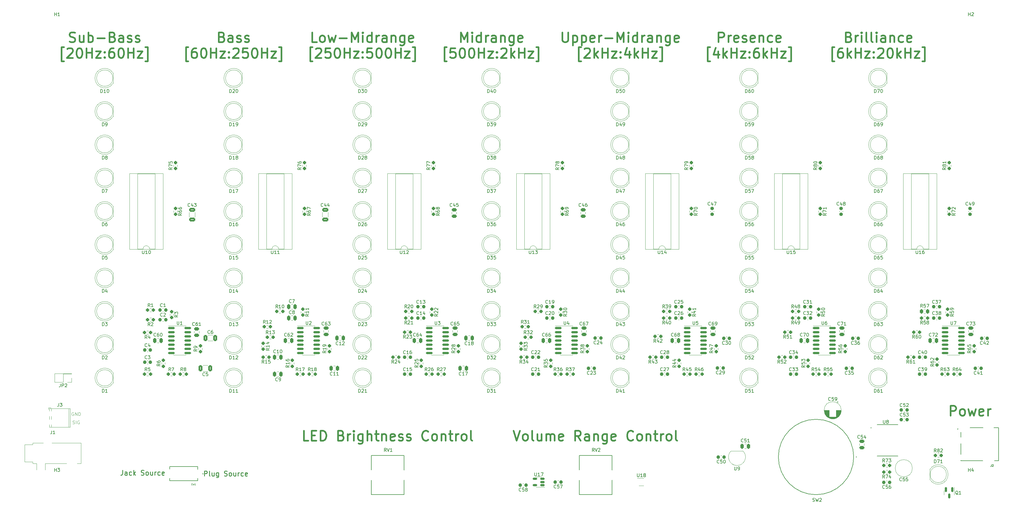
<source format=gto>
%TF.GenerationSoftware,KiCad,Pcbnew,(6.0.4)*%
%TF.CreationDate,2023-09-14T16:27:57-04:00*%
%TF.ProjectId,Music_Visualizer,4d757369-635f-4566-9973-75616c697a65,rev?*%
%TF.SameCoordinates,Original*%
%TF.FileFunction,Legend,Top*%
%TF.FilePolarity,Positive*%
%FSLAX46Y46*%
G04 Gerber Fmt 4.6, Leading zero omitted, Abs format (unit mm)*
G04 Created by KiCad (PCBNEW (6.0.4)) date 2023-09-14 16:27:57*
%MOMM*%
%LPD*%
G01*
G04 APERTURE LIST*
G04 Aperture macros list*
%AMRoundRect*
0 Rectangle with rounded corners*
0 $1 Rounding radius*
0 $2 $3 $4 $5 $6 $7 $8 $9 X,Y pos of 4 corners*
0 Add a 4 corners polygon primitive as box body*
4,1,4,$2,$3,$4,$5,$6,$7,$8,$9,$2,$3,0*
0 Add four circle primitives for the rounded corners*
1,1,$1+$1,$2,$3*
1,1,$1+$1,$4,$5*
1,1,$1+$1,$6,$7*
1,1,$1+$1,$8,$9*
0 Add four rect primitives between the rounded corners*
20,1,$1+$1,$2,$3,$4,$5,0*
20,1,$1+$1,$4,$5,$6,$7,0*
20,1,$1+$1,$6,$7,$8,$9,0*
20,1,$1+$1,$8,$9,$2,$3,0*%
G04 Aperture macros list end*
%ADD10C,0.250000*%
%ADD11C,0.500000*%
%ADD12C,0.100000*%
%ADD13C,0.150000*%
%ADD14C,0.120023*%
%ADD15C,0.120000*%
%ADD16C,0.127000*%
%ADD17C,0.200000*%
%ADD18RoundRect,0.237500X-0.250000X-0.237500X0.250000X-0.237500X0.250000X0.237500X-0.250000X0.237500X0*%
%ADD19R,1.800000X1.800000*%
%ADD20C,1.800000*%
%ADD21RoundRect,0.237500X-0.237500X0.250000X-0.237500X-0.250000X0.237500X-0.250000X0.237500X0.250000X0*%
%ADD22RoundRect,0.237500X0.237500X-0.250000X0.237500X0.250000X-0.237500X0.250000X-0.237500X-0.250000X0*%
%ADD23C,1.200000*%
%ADD24RoundRect,0.250000X-0.250000X-0.475000X0.250000X-0.475000X0.250000X0.475000X-0.250000X0.475000X0*%
%ADD25RoundRect,0.237500X0.300000X0.237500X-0.300000X0.237500X-0.300000X-0.237500X0.300000X-0.237500X0*%
%ADD26RoundRect,0.237500X-0.300000X-0.237500X0.300000X-0.237500X0.300000X0.237500X-0.300000X0.237500X0*%
%ADD27C,3.200000*%
%ADD28RoundRect,0.237500X0.250000X0.237500X-0.250000X0.237500X-0.250000X-0.237500X0.250000X-0.237500X0*%
%ADD29RoundRect,0.250000X0.475000X-0.250000X0.475000X0.250000X-0.475000X0.250000X-0.475000X-0.250000X0*%
%ADD30R,1.600000X1.600000*%
%ADD31O,1.600000X1.600000*%
%ADD32C,1.700000*%
%ADD33R,2.200000X2.800000*%
%ADD34R,2.800000X2.800000*%
%ADD35RoundRect,0.250000X0.250000X0.475000X-0.250000X0.475000X-0.250000X-0.475000X0.250000X-0.475000X0*%
%ADD36C,1.508000*%
%ADD37C,3.216000*%
%ADD38C,1.100000*%
%ADD39R,2.200000X2.200000*%
%ADD40C,2.200000*%
%ADD41R,0.650000X0.400000*%
%ADD42RoundRect,0.237500X0.237500X-0.300000X0.237500X0.300000X-0.237500X0.300000X-0.237500X-0.300000X0*%
%ADD43RoundRect,0.150000X-0.825000X-0.150000X0.825000X-0.150000X0.825000X0.150000X-0.825000X0.150000X0*%
%ADD44C,1.500000*%
%ADD45R,1.308000X1.308000*%
%ADD46C,1.308000*%
%ADD47C,1.600000*%
%ADD48C,2.500000*%
%ADD49O,2.616000X1.308000*%
%ADD50RoundRect,0.250000X-0.475000X0.250000X-0.475000X-0.250000X0.475000X-0.250000X0.475000X0.250000X0*%
%ADD51RoundRect,0.250000X0.325000X0.650000X-0.325000X0.650000X-0.325000X-0.650000X0.325000X-0.650000X0*%
%ADD52R,1.050000X1.500000*%
%ADD53O,1.050000X1.500000*%
%ADD54R,1.700000X1.700000*%
%ADD55O,1.700000X1.700000*%
%ADD56RoundRect,0.150000X0.512500X0.150000X-0.512500X0.150000X-0.512500X-0.150000X0.512500X-0.150000X0*%
%ADD57O,3.260000X6.520000*%
%ADD58R,1.130000X1.130000*%
%ADD59C,1.130000*%
%ADD60RoundRect,0.250000X0.650000X-0.325000X0.650000X0.325000X-0.650000X0.325000X-0.650000X-0.325000X0*%
%ADD61RoundRect,0.150000X-0.150000X0.587500X-0.150000X-0.587500X0.150000X-0.587500X0.150000X0.587500X0*%
%ADD62RoundRect,0.250000X-0.262500X-0.450000X0.262500X-0.450000X0.262500X0.450000X-0.262500X0.450000X0*%
G04 APERTURE END LIST*
D10*
X87999857Y-167834571D02*
X87999857Y-168906000D01*
X87928428Y-169120285D01*
X87785571Y-169263142D01*
X87571285Y-169334571D01*
X87428428Y-169334571D01*
X89357000Y-169334571D02*
X89357000Y-168548857D01*
X89285571Y-168406000D01*
X89142714Y-168334571D01*
X88857000Y-168334571D01*
X88714142Y-168406000D01*
X89357000Y-169263142D02*
X89214142Y-169334571D01*
X88857000Y-169334571D01*
X88714142Y-169263142D01*
X88642714Y-169120285D01*
X88642714Y-168977428D01*
X88714142Y-168834571D01*
X88857000Y-168763142D01*
X89214142Y-168763142D01*
X89357000Y-168691714D01*
X90714142Y-169263142D02*
X90571285Y-169334571D01*
X90285571Y-169334571D01*
X90142714Y-169263142D01*
X90071285Y-169191714D01*
X89999857Y-169048857D01*
X89999857Y-168620285D01*
X90071285Y-168477428D01*
X90142714Y-168406000D01*
X90285571Y-168334571D01*
X90571285Y-168334571D01*
X90714142Y-168406000D01*
X91357000Y-169334571D02*
X91357000Y-167834571D01*
X91499857Y-168763142D02*
X91928428Y-169334571D01*
X91928428Y-168334571D02*
X91357000Y-168906000D01*
X93642714Y-169263142D02*
X93857000Y-169334571D01*
X94214142Y-169334571D01*
X94357000Y-169263142D01*
X94428428Y-169191714D01*
X94499857Y-169048857D01*
X94499857Y-168906000D01*
X94428428Y-168763142D01*
X94357000Y-168691714D01*
X94214142Y-168620285D01*
X93928428Y-168548857D01*
X93785571Y-168477428D01*
X93714142Y-168406000D01*
X93642714Y-168263142D01*
X93642714Y-168120285D01*
X93714142Y-167977428D01*
X93785571Y-167906000D01*
X93928428Y-167834571D01*
X94285571Y-167834571D01*
X94499857Y-167906000D01*
X95357000Y-169334571D02*
X95214142Y-169263142D01*
X95142714Y-169191714D01*
X95071285Y-169048857D01*
X95071285Y-168620285D01*
X95142714Y-168477428D01*
X95214142Y-168406000D01*
X95357000Y-168334571D01*
X95571285Y-168334571D01*
X95714142Y-168406000D01*
X95785571Y-168477428D01*
X95857000Y-168620285D01*
X95857000Y-169048857D01*
X95785571Y-169191714D01*
X95714142Y-169263142D01*
X95571285Y-169334571D01*
X95357000Y-169334571D01*
X97142714Y-168334571D02*
X97142714Y-169334571D01*
X96499857Y-168334571D02*
X96499857Y-169120285D01*
X96571285Y-169263142D01*
X96714142Y-169334571D01*
X96928428Y-169334571D01*
X97071285Y-169263142D01*
X97142714Y-169191714D01*
X97856999Y-169334571D02*
X97856999Y-168334571D01*
X97856999Y-168620285D02*
X97928428Y-168477428D01*
X97999857Y-168406000D01*
X98142714Y-168334571D01*
X98285571Y-168334571D01*
X99428428Y-169263142D02*
X99285571Y-169334571D01*
X98999857Y-169334571D01*
X98857000Y-169263142D01*
X98785571Y-169191714D01*
X98714142Y-169048857D01*
X98714142Y-168620285D01*
X98785571Y-168477428D01*
X98857000Y-168406000D01*
X98999857Y-168334571D01*
X99285571Y-168334571D01*
X99428428Y-168406000D01*
X100642714Y-169263142D02*
X100499857Y-169334571D01*
X100214142Y-169334571D01*
X100071285Y-169263142D01*
X99999857Y-169120285D01*
X99999857Y-168548857D01*
X100071285Y-168406000D01*
X100214142Y-168334571D01*
X100499857Y-168334571D01*
X100642714Y-168406000D01*
X100714142Y-168548857D01*
X100714142Y-168691714D01*
X99999857Y-168834571D01*
D11*
X269971428Y-37292142D02*
X269971428Y-34292142D01*
X271114285Y-34292142D01*
X271400000Y-34435000D01*
X271542857Y-34577857D01*
X271685714Y-34863571D01*
X271685714Y-35292142D01*
X271542857Y-35577857D01*
X271400000Y-35720714D01*
X271114285Y-35863571D01*
X269971428Y-35863571D01*
X272971428Y-37292142D02*
X272971428Y-35292142D01*
X272971428Y-35863571D02*
X273114285Y-35577857D01*
X273257142Y-35435000D01*
X273542857Y-35292142D01*
X273828571Y-35292142D01*
X275971428Y-37149285D02*
X275685714Y-37292142D01*
X275114285Y-37292142D01*
X274828571Y-37149285D01*
X274685714Y-36863571D01*
X274685714Y-35720714D01*
X274828571Y-35435000D01*
X275114285Y-35292142D01*
X275685714Y-35292142D01*
X275971428Y-35435000D01*
X276114285Y-35720714D01*
X276114285Y-36006428D01*
X274685714Y-36292142D01*
X277257142Y-37149285D02*
X277542857Y-37292142D01*
X278114285Y-37292142D01*
X278400000Y-37149285D01*
X278542857Y-36863571D01*
X278542857Y-36720714D01*
X278400000Y-36435000D01*
X278114285Y-36292142D01*
X277685714Y-36292142D01*
X277400000Y-36149285D01*
X277257142Y-35863571D01*
X277257142Y-35720714D01*
X277400000Y-35435000D01*
X277685714Y-35292142D01*
X278114285Y-35292142D01*
X278400000Y-35435000D01*
X280971428Y-37149285D02*
X280685714Y-37292142D01*
X280114285Y-37292142D01*
X279828571Y-37149285D01*
X279685714Y-36863571D01*
X279685714Y-35720714D01*
X279828571Y-35435000D01*
X280114285Y-35292142D01*
X280685714Y-35292142D01*
X280971428Y-35435000D01*
X281114285Y-35720714D01*
X281114285Y-36006428D01*
X279685714Y-36292142D01*
X282400000Y-35292142D02*
X282400000Y-37292142D01*
X282400000Y-35577857D02*
X282542857Y-35435000D01*
X282828571Y-35292142D01*
X283257142Y-35292142D01*
X283542857Y-35435000D01*
X283685714Y-35720714D01*
X283685714Y-37292142D01*
X286400000Y-37149285D02*
X286114285Y-37292142D01*
X285542857Y-37292142D01*
X285257142Y-37149285D01*
X285114285Y-37006428D01*
X284971428Y-36720714D01*
X284971428Y-35863571D01*
X285114285Y-35577857D01*
X285257142Y-35435000D01*
X285542857Y-35292142D01*
X286114285Y-35292142D01*
X286400000Y-35435000D01*
X288828571Y-37149285D02*
X288542857Y-37292142D01*
X287971428Y-37292142D01*
X287685714Y-37149285D01*
X287542857Y-36863571D01*
X287542857Y-35720714D01*
X287685714Y-35435000D01*
X287971428Y-35292142D01*
X288542857Y-35292142D01*
X288828571Y-35435000D01*
X288971428Y-35720714D01*
X288971428Y-36006428D01*
X287542857Y-36292142D01*
X267400000Y-43122142D02*
X266685714Y-43122142D01*
X266685714Y-38836428D01*
X267400000Y-38836428D01*
X269828571Y-40122142D02*
X269828571Y-42122142D01*
X269114285Y-38979285D02*
X268400000Y-41122142D01*
X270257142Y-41122142D01*
X271400000Y-42122142D02*
X271400000Y-39122142D01*
X271685714Y-40979285D02*
X272542857Y-42122142D01*
X272542857Y-40122142D02*
X271400000Y-41265000D01*
X273828571Y-42122142D02*
X273828571Y-39122142D01*
X273828571Y-40550714D02*
X275542857Y-40550714D01*
X275542857Y-42122142D02*
X275542857Y-39122142D01*
X276685714Y-40122142D02*
X278257142Y-40122142D01*
X276685714Y-42122142D01*
X278257142Y-42122142D01*
X279400000Y-41836428D02*
X279542857Y-41979285D01*
X279400000Y-42122142D01*
X279257142Y-41979285D01*
X279400000Y-41836428D01*
X279400000Y-42122142D01*
X279400000Y-40265000D02*
X279542857Y-40407857D01*
X279400000Y-40550714D01*
X279257142Y-40407857D01*
X279400000Y-40265000D01*
X279400000Y-40550714D01*
X282114285Y-39122142D02*
X281542857Y-39122142D01*
X281257142Y-39265000D01*
X281114285Y-39407857D01*
X280828571Y-39836428D01*
X280685714Y-40407857D01*
X280685714Y-41550714D01*
X280828571Y-41836428D01*
X280971428Y-41979285D01*
X281257142Y-42122142D01*
X281828571Y-42122142D01*
X282114285Y-41979285D01*
X282257142Y-41836428D01*
X282400000Y-41550714D01*
X282400000Y-40836428D01*
X282257142Y-40550714D01*
X282114285Y-40407857D01*
X281828571Y-40265000D01*
X281257142Y-40265000D01*
X280971428Y-40407857D01*
X280828571Y-40550714D01*
X280685714Y-40836428D01*
X283685714Y-42122142D02*
X283685714Y-39122142D01*
X283971428Y-40979285D02*
X284828571Y-42122142D01*
X284828571Y-40122142D02*
X283685714Y-41265000D01*
X286114285Y-42122142D02*
X286114285Y-39122142D01*
X286114285Y-40550714D02*
X287828571Y-40550714D01*
X287828571Y-42122142D02*
X287828571Y-39122142D01*
X288971428Y-40122142D02*
X290542857Y-40122142D01*
X288971428Y-42122142D01*
X290542857Y-42122142D01*
X291400000Y-43122142D02*
X292114285Y-43122142D01*
X292114285Y-38836428D01*
X291400000Y-38836428D01*
D12*
X73025095Y-150249000D02*
X72929857Y-150201380D01*
X72787000Y-150201380D01*
X72644142Y-150249000D01*
X72548904Y-150344238D01*
X72501285Y-150439476D01*
X72453666Y-150629952D01*
X72453666Y-150772809D01*
X72501285Y-150963285D01*
X72548904Y-151058523D01*
X72644142Y-151153761D01*
X72787000Y-151201380D01*
X72882238Y-151201380D01*
X73025095Y-151153761D01*
X73072714Y-151106142D01*
X73072714Y-150772809D01*
X72882238Y-150772809D01*
X73501285Y-151201380D02*
X73501285Y-150201380D01*
X74072714Y-151201380D01*
X74072714Y-150201380D01*
X74548904Y-151201380D02*
X74548904Y-150201380D01*
X74787000Y-150201380D01*
X74929857Y-150249000D01*
X75025095Y-150344238D01*
X75072714Y-150439476D01*
X75120333Y-150629952D01*
X75120333Y-150772809D01*
X75072714Y-150963285D01*
X75025095Y-151058523D01*
X74929857Y-151153761D01*
X74787000Y-151201380D01*
X74548904Y-151201380D01*
D11*
X191302857Y-37292142D02*
X191302857Y-34292142D01*
X192302857Y-36435000D01*
X193302857Y-34292142D01*
X193302857Y-37292142D01*
X194731428Y-37292142D02*
X194731428Y-35292142D01*
X194731428Y-34292142D02*
X194588571Y-34435000D01*
X194731428Y-34577857D01*
X194874285Y-34435000D01*
X194731428Y-34292142D01*
X194731428Y-34577857D01*
X197445714Y-37292142D02*
X197445714Y-34292142D01*
X197445714Y-37149285D02*
X197160000Y-37292142D01*
X196588571Y-37292142D01*
X196302857Y-37149285D01*
X196160000Y-37006428D01*
X196017142Y-36720714D01*
X196017142Y-35863571D01*
X196160000Y-35577857D01*
X196302857Y-35435000D01*
X196588571Y-35292142D01*
X197160000Y-35292142D01*
X197445714Y-35435000D01*
X198874285Y-37292142D02*
X198874285Y-35292142D01*
X198874285Y-35863571D02*
X199017142Y-35577857D01*
X199160000Y-35435000D01*
X199445714Y-35292142D01*
X199731428Y-35292142D01*
X202017142Y-37292142D02*
X202017142Y-35720714D01*
X201874285Y-35435000D01*
X201588571Y-35292142D01*
X201017142Y-35292142D01*
X200731428Y-35435000D01*
X202017142Y-37149285D02*
X201731428Y-37292142D01*
X201017142Y-37292142D01*
X200731428Y-37149285D01*
X200588571Y-36863571D01*
X200588571Y-36577857D01*
X200731428Y-36292142D01*
X201017142Y-36149285D01*
X201731428Y-36149285D01*
X202017142Y-36006428D01*
X203445714Y-35292142D02*
X203445714Y-37292142D01*
X203445714Y-35577857D02*
X203588571Y-35435000D01*
X203874285Y-35292142D01*
X204302857Y-35292142D01*
X204588571Y-35435000D01*
X204731428Y-35720714D01*
X204731428Y-37292142D01*
X207445714Y-35292142D02*
X207445714Y-37720714D01*
X207302857Y-38006428D01*
X207160000Y-38149285D01*
X206874285Y-38292142D01*
X206445714Y-38292142D01*
X206160000Y-38149285D01*
X207445714Y-37149285D02*
X207160000Y-37292142D01*
X206588571Y-37292142D01*
X206302857Y-37149285D01*
X206160000Y-37006428D01*
X206017142Y-36720714D01*
X206017142Y-35863571D01*
X206160000Y-35577857D01*
X206302857Y-35435000D01*
X206588571Y-35292142D01*
X207160000Y-35292142D01*
X207445714Y-35435000D01*
X210017142Y-37149285D02*
X209731428Y-37292142D01*
X209160000Y-37292142D01*
X208874285Y-37149285D01*
X208731428Y-36863571D01*
X208731428Y-35720714D01*
X208874285Y-35435000D01*
X209160000Y-35292142D01*
X209731428Y-35292142D01*
X210017142Y-35435000D01*
X210160000Y-35720714D01*
X210160000Y-36006428D01*
X208731428Y-36292142D01*
X187017142Y-43122142D02*
X186302857Y-43122142D01*
X186302857Y-38836428D01*
X187017142Y-38836428D01*
X189588571Y-39122142D02*
X188160000Y-39122142D01*
X188017142Y-40550714D01*
X188160000Y-40407857D01*
X188445714Y-40265000D01*
X189160000Y-40265000D01*
X189445714Y-40407857D01*
X189588571Y-40550714D01*
X189731428Y-40836428D01*
X189731428Y-41550714D01*
X189588571Y-41836428D01*
X189445714Y-41979285D01*
X189160000Y-42122142D01*
X188445714Y-42122142D01*
X188160000Y-41979285D01*
X188017142Y-41836428D01*
X191588571Y-39122142D02*
X191874285Y-39122142D01*
X192160000Y-39265000D01*
X192302857Y-39407857D01*
X192445714Y-39693571D01*
X192588571Y-40265000D01*
X192588571Y-40979285D01*
X192445714Y-41550714D01*
X192302857Y-41836428D01*
X192160000Y-41979285D01*
X191874285Y-42122142D01*
X191588571Y-42122142D01*
X191302857Y-41979285D01*
X191160000Y-41836428D01*
X191017142Y-41550714D01*
X190874285Y-40979285D01*
X190874285Y-40265000D01*
X191017142Y-39693571D01*
X191160000Y-39407857D01*
X191302857Y-39265000D01*
X191588571Y-39122142D01*
X194445714Y-39122142D02*
X194731428Y-39122142D01*
X195017142Y-39265000D01*
X195160000Y-39407857D01*
X195302857Y-39693571D01*
X195445714Y-40265000D01*
X195445714Y-40979285D01*
X195302857Y-41550714D01*
X195160000Y-41836428D01*
X195017142Y-41979285D01*
X194731428Y-42122142D01*
X194445714Y-42122142D01*
X194160000Y-41979285D01*
X194017142Y-41836428D01*
X193874285Y-41550714D01*
X193731428Y-40979285D01*
X193731428Y-40265000D01*
X193874285Y-39693571D01*
X194017142Y-39407857D01*
X194160000Y-39265000D01*
X194445714Y-39122142D01*
X196731428Y-42122142D02*
X196731428Y-39122142D01*
X196731428Y-40550714D02*
X198445714Y-40550714D01*
X198445714Y-42122142D02*
X198445714Y-39122142D01*
X199588571Y-40122142D02*
X201160000Y-40122142D01*
X199588571Y-42122142D01*
X201160000Y-42122142D01*
X202302857Y-41836428D02*
X202445714Y-41979285D01*
X202302857Y-42122142D01*
X202160000Y-41979285D01*
X202302857Y-41836428D01*
X202302857Y-42122142D01*
X202302857Y-40265000D02*
X202445714Y-40407857D01*
X202302857Y-40550714D01*
X202160000Y-40407857D01*
X202302857Y-40265000D01*
X202302857Y-40550714D01*
X203588571Y-39407857D02*
X203731428Y-39265000D01*
X204017142Y-39122142D01*
X204731428Y-39122142D01*
X205017142Y-39265000D01*
X205160000Y-39407857D01*
X205302857Y-39693571D01*
X205302857Y-39979285D01*
X205160000Y-40407857D01*
X203445714Y-42122142D01*
X205302857Y-42122142D01*
X206588571Y-42122142D02*
X206588571Y-39122142D01*
X206874285Y-40979285D02*
X207731428Y-42122142D01*
X207731428Y-40122142D02*
X206588571Y-41265000D01*
X209017142Y-42122142D02*
X209017142Y-39122142D01*
X209017142Y-40550714D02*
X210731428Y-40550714D01*
X210731428Y-42122142D02*
X210731428Y-39122142D01*
X211874285Y-40122142D02*
X213445714Y-40122142D01*
X211874285Y-42122142D01*
X213445714Y-42122142D01*
X214302857Y-43122142D02*
X215017142Y-43122142D01*
X215017142Y-38836428D01*
X214302857Y-38836428D01*
X222315720Y-34292146D02*
X222315720Y-36720717D01*
X222458577Y-37006431D01*
X222601434Y-37149288D01*
X222887148Y-37292145D01*
X223458576Y-37292145D01*
X223744291Y-37149288D01*
X223887148Y-37006431D01*
X224030005Y-36720717D01*
X224030005Y-34292146D01*
X225458576Y-35292146D02*
X225458576Y-38292145D01*
X225458576Y-35435003D02*
X225744290Y-35292146D01*
X226315718Y-35292146D01*
X226601433Y-35435003D01*
X226744290Y-35577860D01*
X226887147Y-35863574D01*
X226887147Y-36720717D01*
X226744290Y-37006431D01*
X226601433Y-37149288D01*
X226315718Y-37292145D01*
X225744290Y-37292145D01*
X225458576Y-37149288D01*
X228172861Y-35292146D02*
X228172861Y-38292145D01*
X228172861Y-35435003D02*
X228458575Y-35292146D01*
X229030003Y-35292146D01*
X229315717Y-35435003D01*
X229458574Y-35577860D01*
X229601432Y-35863574D01*
X229601432Y-36720717D01*
X229458574Y-37006431D01*
X229315717Y-37149288D01*
X229030003Y-37292145D01*
X228458575Y-37292145D01*
X228172861Y-37149288D01*
X232030002Y-37149288D02*
X231744288Y-37292145D01*
X231172860Y-37292145D01*
X230887145Y-37149288D01*
X230744288Y-36863574D01*
X230744288Y-35720717D01*
X230887145Y-35435003D01*
X231172860Y-35292146D01*
X231744288Y-35292146D01*
X232030002Y-35435003D01*
X232172859Y-35720717D01*
X232172859Y-36006431D01*
X230744288Y-36292145D01*
X233458573Y-37292145D02*
X233458573Y-35292146D01*
X233458573Y-35863574D02*
X233601430Y-35577860D01*
X233744287Y-35435003D01*
X234030002Y-35292146D01*
X234315716Y-35292146D01*
X235315715Y-36149288D02*
X237601429Y-36149288D01*
X239030000Y-37292145D02*
X239030000Y-34292146D01*
X240030000Y-36435002D01*
X241029999Y-34292146D01*
X241029999Y-37292145D01*
X242458570Y-37292145D02*
X242458570Y-35292146D01*
X242458570Y-34292146D02*
X242315713Y-34435003D01*
X242458570Y-34577860D01*
X242601427Y-34435003D01*
X242458570Y-34292146D01*
X242458570Y-34577860D01*
X245172855Y-37292145D02*
X245172855Y-34292146D01*
X245172855Y-37149288D02*
X244887141Y-37292145D01*
X244315712Y-37292145D01*
X244029998Y-37149288D01*
X243887141Y-37006431D01*
X243744284Y-36720717D01*
X243744284Y-35863574D01*
X243887141Y-35577860D01*
X244029998Y-35435003D01*
X244315712Y-35292146D01*
X244887141Y-35292146D01*
X245172855Y-35435003D01*
X246601426Y-37292145D02*
X246601426Y-35292146D01*
X246601426Y-35863574D02*
X246744283Y-35577860D01*
X246887140Y-35435003D01*
X247172854Y-35292146D01*
X247458568Y-35292146D01*
X249744282Y-37292145D02*
X249744282Y-35720717D01*
X249601425Y-35435003D01*
X249315711Y-35292146D01*
X248744282Y-35292146D01*
X248458568Y-35435003D01*
X249744282Y-37149288D02*
X249458568Y-37292145D01*
X248744282Y-37292145D01*
X248458568Y-37149288D01*
X248315711Y-36863574D01*
X248315711Y-36577859D01*
X248458568Y-36292145D01*
X248744282Y-36149288D01*
X249458568Y-36149288D01*
X249744282Y-36006431D01*
X251172853Y-35292146D02*
X251172853Y-37292145D01*
X251172853Y-35577860D02*
X251315710Y-35435003D01*
X251601424Y-35292146D01*
X252029996Y-35292146D01*
X252315710Y-35435003D01*
X252458567Y-35720717D01*
X252458567Y-37292145D01*
X255172852Y-35292146D02*
X255172852Y-37720716D01*
X255029995Y-38006430D01*
X254887137Y-38149287D01*
X254601423Y-38292145D01*
X254172852Y-38292145D01*
X253887138Y-38149287D01*
X255172852Y-37149288D02*
X254887137Y-37292145D01*
X254315709Y-37292145D01*
X254029995Y-37149288D01*
X253887138Y-37006431D01*
X253744281Y-36720717D01*
X253744281Y-35863574D01*
X253887138Y-35577860D01*
X254029995Y-35435003D01*
X254315709Y-35292146D01*
X254887137Y-35292146D01*
X255172852Y-35435003D01*
X257744279Y-37149288D02*
X257458565Y-37292145D01*
X256887137Y-37292145D01*
X256601423Y-37149288D01*
X256458565Y-36863574D01*
X256458565Y-35720717D01*
X256601423Y-35435003D01*
X256887137Y-35292146D01*
X257458565Y-35292146D01*
X257744279Y-35435003D01*
X257887136Y-35720717D01*
X257887136Y-36006431D01*
X256458565Y-36292145D01*
X228030004Y-43122143D02*
X227315718Y-43122143D01*
X227315718Y-38836430D01*
X228030004Y-38836430D01*
X229030003Y-39407858D02*
X229172860Y-39265001D01*
X229458574Y-39122144D01*
X230172860Y-39122144D01*
X230458574Y-39265001D01*
X230601431Y-39407858D01*
X230744288Y-39693572D01*
X230744288Y-39979286D01*
X230601431Y-40407858D01*
X228887146Y-42122143D01*
X230744288Y-42122143D01*
X232030002Y-42122143D02*
X232030002Y-39122144D01*
X232315716Y-40979286D02*
X233172859Y-42122143D01*
X233172859Y-40122144D02*
X232030002Y-41265000D01*
X234458573Y-42122143D02*
X234458573Y-39122144D01*
X234458573Y-40550715D02*
X236172858Y-40550715D01*
X236172858Y-42122143D02*
X236172858Y-39122144D01*
X237315715Y-40122144D02*
X238887143Y-40122144D01*
X237315715Y-42122143D01*
X238887143Y-42122143D01*
X240030000Y-41836429D02*
X240172857Y-41979286D01*
X240030000Y-42122143D01*
X239887142Y-41979286D01*
X240030000Y-41836429D01*
X240030000Y-42122143D01*
X240030000Y-40265001D02*
X240172857Y-40407858D01*
X240030000Y-40550715D01*
X239887142Y-40407858D01*
X240030000Y-40265001D01*
X240030000Y-40550715D01*
X242744284Y-40122144D02*
X242744284Y-42122143D01*
X242029999Y-38979287D02*
X241315713Y-41122143D01*
X243172856Y-41122143D01*
X244315712Y-42122143D02*
X244315712Y-39122144D01*
X244601427Y-40979286D02*
X245458569Y-42122143D01*
X245458569Y-40122144D02*
X244315712Y-41265000D01*
X246744283Y-42122143D02*
X246744283Y-39122144D01*
X246744283Y-40550715D02*
X248458568Y-40550715D01*
X248458568Y-42122143D02*
X248458568Y-39122144D01*
X249601425Y-40122144D02*
X251172853Y-40122144D01*
X249601425Y-42122143D01*
X251172853Y-42122143D01*
X252029996Y-43122143D02*
X252744281Y-43122143D01*
X252744281Y-38836430D01*
X252029996Y-38836430D01*
X340781428Y-151217142D02*
X340781428Y-148217142D01*
X341924285Y-148217142D01*
X342210000Y-148360000D01*
X342352857Y-148502857D01*
X342495714Y-148788571D01*
X342495714Y-149217142D01*
X342352857Y-149502857D01*
X342210000Y-149645714D01*
X341924285Y-149788571D01*
X340781428Y-149788571D01*
X344210000Y-151217142D02*
X343924285Y-151074285D01*
X343781428Y-150931428D01*
X343638571Y-150645714D01*
X343638571Y-149788571D01*
X343781428Y-149502857D01*
X343924285Y-149360000D01*
X344210000Y-149217142D01*
X344638571Y-149217142D01*
X344924285Y-149360000D01*
X345067142Y-149502857D01*
X345210000Y-149788571D01*
X345210000Y-150645714D01*
X345067142Y-150931428D01*
X344924285Y-151074285D01*
X344638571Y-151217142D01*
X344210000Y-151217142D01*
X346210000Y-149217142D02*
X346781428Y-151217142D01*
X347352857Y-149788571D01*
X347924285Y-151217142D01*
X348495714Y-149217142D01*
X350781428Y-151074285D02*
X350495714Y-151217142D01*
X349924285Y-151217142D01*
X349638571Y-151074285D01*
X349495714Y-150788571D01*
X349495714Y-149645714D01*
X349638571Y-149360000D01*
X349924285Y-149217142D01*
X350495714Y-149217142D01*
X350781428Y-149360000D01*
X350924285Y-149645714D01*
X350924285Y-149931428D01*
X349495714Y-150217142D01*
X352210000Y-151217142D02*
X352210000Y-149217142D01*
X352210000Y-149788571D02*
X352352857Y-149502857D01*
X352495714Y-149360000D01*
X352781428Y-149217142D01*
X353067142Y-149217142D01*
X309770003Y-35720717D02*
X310198574Y-35863574D01*
X310341431Y-36006431D01*
X310484288Y-36292145D01*
X310484288Y-36720717D01*
X310341431Y-37006431D01*
X310198574Y-37149288D01*
X309912860Y-37292145D01*
X308770003Y-37292145D01*
X308770003Y-34292146D01*
X309770003Y-34292146D01*
X310055717Y-34435003D01*
X310198574Y-34577860D01*
X310341431Y-34863574D01*
X310341431Y-35149288D01*
X310198574Y-35435003D01*
X310055717Y-35577860D01*
X309770003Y-35720717D01*
X308770003Y-35720717D01*
X311770002Y-37292145D02*
X311770002Y-35292146D01*
X311770002Y-35863574D02*
X311912859Y-35577860D01*
X312055716Y-35435003D01*
X312341430Y-35292146D01*
X312627144Y-35292146D01*
X313627144Y-37292145D02*
X313627144Y-35292146D01*
X313627144Y-34292146D02*
X313484287Y-34435003D01*
X313627144Y-34577860D01*
X313770001Y-34435003D01*
X313627144Y-34292146D01*
X313627144Y-34577860D01*
X315484286Y-37292145D02*
X315198572Y-37149288D01*
X315055715Y-36863574D01*
X315055715Y-34292146D01*
X317055714Y-37292145D02*
X316770000Y-37149288D01*
X316627143Y-36863574D01*
X316627143Y-34292146D01*
X318198571Y-37292145D02*
X318198571Y-35292146D01*
X318198571Y-34292146D02*
X318055714Y-34435003D01*
X318198571Y-34577860D01*
X318341428Y-34435003D01*
X318198571Y-34292146D01*
X318198571Y-34577860D01*
X320912856Y-37292145D02*
X320912856Y-35720717D01*
X320769999Y-35435003D01*
X320484285Y-35292146D01*
X319912856Y-35292146D01*
X319627142Y-35435003D01*
X320912856Y-37149288D02*
X320627142Y-37292145D01*
X319912856Y-37292145D01*
X319627142Y-37149288D01*
X319484285Y-36863574D01*
X319484285Y-36577859D01*
X319627142Y-36292145D01*
X319912856Y-36149288D01*
X320627142Y-36149288D01*
X320912856Y-36006431D01*
X322341427Y-35292146D02*
X322341427Y-37292145D01*
X322341427Y-35577860D02*
X322484284Y-35435003D01*
X322769998Y-35292146D01*
X323198569Y-35292146D01*
X323484284Y-35435003D01*
X323627141Y-35720717D01*
X323627141Y-37292145D01*
X326341426Y-37149288D02*
X326055711Y-37292145D01*
X325484283Y-37292145D01*
X325198569Y-37149288D01*
X325055712Y-37006431D01*
X324912855Y-36720717D01*
X324912855Y-35863574D01*
X325055712Y-35577860D01*
X325198569Y-35435003D01*
X325484283Y-35292146D01*
X326055711Y-35292146D01*
X326341426Y-35435003D01*
X328769996Y-37149288D02*
X328484282Y-37292145D01*
X327912854Y-37292145D01*
X327627139Y-37149288D01*
X327484282Y-36863574D01*
X327484282Y-35720717D01*
X327627139Y-35435003D01*
X327912854Y-35292146D01*
X328484282Y-35292146D01*
X328769996Y-35435003D01*
X328912853Y-35720717D01*
X328912853Y-36006431D01*
X327484282Y-36292145D01*
X305341433Y-43122143D02*
X304627147Y-43122143D01*
X304627147Y-38836430D01*
X305341433Y-38836430D01*
X307770003Y-39122144D02*
X307198575Y-39122144D01*
X306912861Y-39265001D01*
X306770004Y-39407858D01*
X306484289Y-39836429D01*
X306341432Y-40407858D01*
X306341432Y-41550715D01*
X306484289Y-41836429D01*
X306627146Y-41979286D01*
X306912861Y-42122143D01*
X307484289Y-42122143D01*
X307770003Y-41979286D01*
X307912860Y-41836429D01*
X308055717Y-41550715D01*
X308055717Y-40836429D01*
X307912860Y-40550715D01*
X307770003Y-40407858D01*
X307484289Y-40265001D01*
X306912861Y-40265001D01*
X306627146Y-40407858D01*
X306484289Y-40550715D01*
X306341432Y-40836429D01*
X309341431Y-42122143D02*
X309341431Y-39122144D01*
X309627145Y-40979286D02*
X310484288Y-42122143D01*
X310484288Y-40122144D02*
X309341431Y-41265000D01*
X311770002Y-42122143D02*
X311770002Y-39122144D01*
X311770002Y-40550715D02*
X313484287Y-40550715D01*
X313484287Y-42122143D02*
X313484287Y-39122144D01*
X314627144Y-40122144D02*
X316198572Y-40122144D01*
X314627144Y-42122143D01*
X316198572Y-42122143D01*
X317341429Y-41836429D02*
X317484286Y-41979286D01*
X317341429Y-42122143D01*
X317198571Y-41979286D01*
X317341429Y-41836429D01*
X317341429Y-42122143D01*
X317341429Y-40265001D02*
X317484286Y-40407858D01*
X317341429Y-40550715D01*
X317198571Y-40407858D01*
X317341429Y-40265001D01*
X317341429Y-40550715D01*
X318627142Y-39407858D02*
X318770000Y-39265001D01*
X319055714Y-39122144D01*
X319769999Y-39122144D01*
X320055713Y-39265001D01*
X320198570Y-39407858D01*
X320341428Y-39693572D01*
X320341428Y-39979286D01*
X320198570Y-40407858D01*
X318484285Y-42122143D01*
X320341428Y-42122143D01*
X322198570Y-39122144D02*
X322484284Y-39122144D01*
X322769998Y-39265001D01*
X322912855Y-39407858D01*
X323055712Y-39693572D01*
X323198569Y-40265001D01*
X323198569Y-40979286D01*
X323055712Y-41550715D01*
X322912855Y-41836429D01*
X322769998Y-41979286D01*
X322484284Y-42122143D01*
X322198570Y-42122143D01*
X321912856Y-41979286D01*
X321769999Y-41836429D01*
X321627141Y-41550715D01*
X321484284Y-40979286D01*
X321484284Y-40265001D01*
X321627141Y-39693572D01*
X321769999Y-39407858D01*
X321912856Y-39265001D01*
X322198570Y-39122144D01*
X324484283Y-42122143D02*
X324484283Y-39122144D01*
X324769998Y-40979286D02*
X325627140Y-42122143D01*
X325627140Y-40122144D02*
X324484283Y-41265000D01*
X326912854Y-42122143D02*
X326912854Y-39122144D01*
X326912854Y-40550715D02*
X328627139Y-40550715D01*
X328627139Y-42122143D02*
X328627139Y-39122144D01*
X329769996Y-40122144D02*
X331341424Y-40122144D01*
X329769996Y-42122143D01*
X331341424Y-42122143D01*
X332198566Y-43122143D02*
X332912852Y-43122143D01*
X332912852Y-38836430D01*
X332198566Y-38836430D01*
D10*
X112971285Y-169588571D02*
X112971285Y-168088571D01*
X113542714Y-168088571D01*
X113685571Y-168160000D01*
X113757000Y-168231428D01*
X113828428Y-168374285D01*
X113828428Y-168588571D01*
X113757000Y-168731428D01*
X113685571Y-168802857D01*
X113542714Y-168874285D01*
X112971285Y-168874285D01*
X114685571Y-169588571D02*
X114542714Y-169517142D01*
X114471285Y-169374285D01*
X114471285Y-168088571D01*
X115899857Y-168588571D02*
X115899857Y-169588571D01*
X115257000Y-168588571D02*
X115257000Y-169374285D01*
X115328428Y-169517142D01*
X115471285Y-169588571D01*
X115685571Y-169588571D01*
X115828428Y-169517142D01*
X115899857Y-169445714D01*
X117257000Y-168588571D02*
X117257000Y-169802857D01*
X117185571Y-169945714D01*
X117114142Y-170017142D01*
X116971285Y-170088571D01*
X116757000Y-170088571D01*
X116614142Y-170017142D01*
X117257000Y-169517142D02*
X117114142Y-169588571D01*
X116828428Y-169588571D01*
X116685571Y-169517142D01*
X116614142Y-169445714D01*
X116542714Y-169302857D01*
X116542714Y-168874285D01*
X116614142Y-168731428D01*
X116685571Y-168660000D01*
X116828428Y-168588571D01*
X117114142Y-168588571D01*
X117257000Y-168660000D01*
X119042714Y-169517142D02*
X119257000Y-169588571D01*
X119614142Y-169588571D01*
X119757000Y-169517142D01*
X119828428Y-169445714D01*
X119899857Y-169302857D01*
X119899857Y-169160000D01*
X119828428Y-169017142D01*
X119757000Y-168945714D01*
X119614142Y-168874285D01*
X119328428Y-168802857D01*
X119185571Y-168731428D01*
X119114142Y-168660000D01*
X119042714Y-168517142D01*
X119042714Y-168374285D01*
X119114142Y-168231428D01*
X119185571Y-168160000D01*
X119328428Y-168088571D01*
X119685571Y-168088571D01*
X119899857Y-168160000D01*
X120757000Y-169588571D02*
X120614142Y-169517142D01*
X120542714Y-169445714D01*
X120471285Y-169302857D01*
X120471285Y-168874285D01*
X120542714Y-168731428D01*
X120614142Y-168660000D01*
X120757000Y-168588571D01*
X120971285Y-168588571D01*
X121114142Y-168660000D01*
X121185571Y-168731428D01*
X121257000Y-168874285D01*
X121257000Y-169302857D01*
X121185571Y-169445714D01*
X121114142Y-169517142D01*
X120971285Y-169588571D01*
X120757000Y-169588571D01*
X122542714Y-168588571D02*
X122542714Y-169588571D01*
X121899857Y-168588571D02*
X121899857Y-169374285D01*
X121971285Y-169517142D01*
X122114142Y-169588571D01*
X122328428Y-169588571D01*
X122471285Y-169517142D01*
X122542714Y-169445714D01*
X123256999Y-169588571D02*
X123256999Y-168588571D01*
X123256999Y-168874285D02*
X123328428Y-168731428D01*
X123399857Y-168660000D01*
X123542714Y-168588571D01*
X123685571Y-168588571D01*
X124828428Y-169517142D02*
X124685571Y-169588571D01*
X124399857Y-169588571D01*
X124257000Y-169517142D01*
X124185571Y-169445714D01*
X124114142Y-169302857D01*
X124114142Y-168874285D01*
X124185571Y-168731428D01*
X124257000Y-168660000D01*
X124399857Y-168588571D01*
X124685571Y-168588571D01*
X124828428Y-168660000D01*
X126042714Y-169517142D02*
X125899857Y-169588571D01*
X125614142Y-169588571D01*
X125471285Y-169517142D01*
X125399857Y-169374285D01*
X125399857Y-168802857D01*
X125471285Y-168660000D01*
X125614142Y-168588571D01*
X125899857Y-168588571D01*
X126042714Y-168660000D01*
X126114142Y-168802857D01*
X126114142Y-168945714D01*
X125399857Y-169088571D01*
D11*
X71835714Y-37149285D02*
X72264285Y-37292142D01*
X72978571Y-37292142D01*
X73264285Y-37149285D01*
X73407142Y-37006428D01*
X73550000Y-36720714D01*
X73550000Y-36435000D01*
X73407142Y-36149285D01*
X73264285Y-36006428D01*
X72978571Y-35863571D01*
X72407142Y-35720714D01*
X72121428Y-35577857D01*
X71978571Y-35435000D01*
X71835714Y-35149285D01*
X71835714Y-34863571D01*
X71978571Y-34577857D01*
X72121428Y-34435000D01*
X72407142Y-34292142D01*
X73121428Y-34292142D01*
X73550000Y-34435000D01*
X76121428Y-35292142D02*
X76121428Y-37292142D01*
X74835714Y-35292142D02*
X74835714Y-36863571D01*
X74978571Y-37149285D01*
X75264285Y-37292142D01*
X75692857Y-37292142D01*
X75978571Y-37149285D01*
X76121428Y-37006428D01*
X77550000Y-37292142D02*
X77550000Y-34292142D01*
X77550000Y-35435000D02*
X77835714Y-35292142D01*
X78407142Y-35292142D01*
X78692857Y-35435000D01*
X78835714Y-35577857D01*
X78978571Y-35863571D01*
X78978571Y-36720714D01*
X78835714Y-37006428D01*
X78692857Y-37149285D01*
X78407142Y-37292142D01*
X77835714Y-37292142D01*
X77550000Y-37149285D01*
X80264285Y-36149285D02*
X82550000Y-36149285D01*
X84978571Y-35720714D02*
X85407142Y-35863571D01*
X85550000Y-36006428D01*
X85692857Y-36292142D01*
X85692857Y-36720714D01*
X85550000Y-37006428D01*
X85407142Y-37149285D01*
X85121428Y-37292142D01*
X83978571Y-37292142D01*
X83978571Y-34292142D01*
X84978571Y-34292142D01*
X85264285Y-34435000D01*
X85407142Y-34577857D01*
X85550000Y-34863571D01*
X85550000Y-35149285D01*
X85407142Y-35435000D01*
X85264285Y-35577857D01*
X84978571Y-35720714D01*
X83978571Y-35720714D01*
X88264285Y-37292142D02*
X88264285Y-35720714D01*
X88121428Y-35435000D01*
X87835714Y-35292142D01*
X87264285Y-35292142D01*
X86978571Y-35435000D01*
X88264285Y-37149285D02*
X87978571Y-37292142D01*
X87264285Y-37292142D01*
X86978571Y-37149285D01*
X86835714Y-36863571D01*
X86835714Y-36577857D01*
X86978571Y-36292142D01*
X87264285Y-36149285D01*
X87978571Y-36149285D01*
X88264285Y-36006428D01*
X89550000Y-37149285D02*
X89835714Y-37292142D01*
X90407142Y-37292142D01*
X90692857Y-37149285D01*
X90835714Y-36863571D01*
X90835714Y-36720714D01*
X90692857Y-36435000D01*
X90407142Y-36292142D01*
X89978571Y-36292142D01*
X89692857Y-36149285D01*
X89550000Y-35863571D01*
X89550000Y-35720714D01*
X89692857Y-35435000D01*
X89978571Y-35292142D01*
X90407142Y-35292142D01*
X90692857Y-35435000D01*
X91978571Y-37149285D02*
X92264285Y-37292142D01*
X92835714Y-37292142D01*
X93121428Y-37149285D01*
X93264285Y-36863571D01*
X93264285Y-36720714D01*
X93121428Y-36435000D01*
X92835714Y-36292142D01*
X92407142Y-36292142D01*
X92121428Y-36149285D01*
X91978571Y-35863571D01*
X91978571Y-35720714D01*
X92121428Y-35435000D01*
X92407142Y-35292142D01*
X92835714Y-35292142D01*
X93121428Y-35435000D01*
X70121428Y-43122142D02*
X69407142Y-43122142D01*
X69407142Y-38836428D01*
X70121428Y-38836428D01*
X71121428Y-39407857D02*
X71264285Y-39265000D01*
X71550000Y-39122142D01*
X72264285Y-39122142D01*
X72550000Y-39265000D01*
X72692857Y-39407857D01*
X72835714Y-39693571D01*
X72835714Y-39979285D01*
X72692857Y-40407857D01*
X70978571Y-42122142D01*
X72835714Y-42122142D01*
X74692857Y-39122142D02*
X74978571Y-39122142D01*
X75264285Y-39265000D01*
X75407142Y-39407857D01*
X75550000Y-39693571D01*
X75692857Y-40265000D01*
X75692857Y-40979285D01*
X75550000Y-41550714D01*
X75407142Y-41836428D01*
X75264285Y-41979285D01*
X74978571Y-42122142D01*
X74692857Y-42122142D01*
X74407142Y-41979285D01*
X74264285Y-41836428D01*
X74121428Y-41550714D01*
X73978571Y-40979285D01*
X73978571Y-40265000D01*
X74121428Y-39693571D01*
X74264285Y-39407857D01*
X74407142Y-39265000D01*
X74692857Y-39122142D01*
X76978571Y-42122142D02*
X76978571Y-39122142D01*
X76978571Y-40550714D02*
X78692857Y-40550714D01*
X78692857Y-42122142D02*
X78692857Y-39122142D01*
X79835714Y-40122142D02*
X81407142Y-40122142D01*
X79835714Y-42122142D01*
X81407142Y-42122142D01*
X82550000Y-41836428D02*
X82692857Y-41979285D01*
X82550000Y-42122142D01*
X82407142Y-41979285D01*
X82550000Y-41836428D01*
X82550000Y-42122142D01*
X82550000Y-40265000D02*
X82692857Y-40407857D01*
X82550000Y-40550714D01*
X82407142Y-40407857D01*
X82550000Y-40265000D01*
X82550000Y-40550714D01*
X85264285Y-39122142D02*
X84692857Y-39122142D01*
X84407142Y-39265000D01*
X84264285Y-39407857D01*
X83978571Y-39836428D01*
X83835714Y-40407857D01*
X83835714Y-41550714D01*
X83978571Y-41836428D01*
X84121428Y-41979285D01*
X84407142Y-42122142D01*
X84978571Y-42122142D01*
X85264285Y-41979285D01*
X85407142Y-41836428D01*
X85550000Y-41550714D01*
X85550000Y-40836428D01*
X85407142Y-40550714D01*
X85264285Y-40407857D01*
X84978571Y-40265000D01*
X84407142Y-40265000D01*
X84121428Y-40407857D01*
X83978571Y-40550714D01*
X83835714Y-40836428D01*
X87407142Y-39122142D02*
X87692857Y-39122142D01*
X87978571Y-39265000D01*
X88121428Y-39407857D01*
X88264285Y-39693571D01*
X88407142Y-40265000D01*
X88407142Y-40979285D01*
X88264285Y-41550714D01*
X88121428Y-41836428D01*
X87978571Y-41979285D01*
X87692857Y-42122142D01*
X87407142Y-42122142D01*
X87121428Y-41979285D01*
X86978571Y-41836428D01*
X86835714Y-41550714D01*
X86692857Y-40979285D01*
X86692857Y-40265000D01*
X86835714Y-39693571D01*
X86978571Y-39407857D01*
X87121428Y-39265000D01*
X87407142Y-39122142D01*
X89692857Y-42122142D02*
X89692857Y-39122142D01*
X89692857Y-40550714D02*
X91407142Y-40550714D01*
X91407142Y-42122142D02*
X91407142Y-39122142D01*
X92550000Y-40122142D02*
X94121428Y-40122142D01*
X92550000Y-42122142D01*
X94121428Y-42122142D01*
X94978571Y-43122142D02*
X95692857Y-43122142D01*
X95692857Y-38836428D01*
X94978571Y-38836428D01*
X147361433Y-37292145D02*
X145932862Y-37292145D01*
X145932862Y-34292146D01*
X148790004Y-37292145D02*
X148504289Y-37149288D01*
X148361432Y-37006431D01*
X148218575Y-36720717D01*
X148218575Y-35863574D01*
X148361432Y-35577860D01*
X148504289Y-35435003D01*
X148790004Y-35292146D01*
X149218575Y-35292146D01*
X149504289Y-35435003D01*
X149647146Y-35577860D01*
X149790003Y-35863574D01*
X149790003Y-36720717D01*
X149647146Y-37006431D01*
X149504289Y-37149288D01*
X149218575Y-37292145D01*
X148790004Y-37292145D01*
X150790003Y-35292146D02*
X151361431Y-37292145D01*
X151932860Y-35863574D01*
X152504288Y-37292145D01*
X153075717Y-35292146D01*
X154218573Y-36149288D02*
X156504287Y-36149288D01*
X157932858Y-37292145D02*
X157932858Y-34292146D01*
X158932857Y-36435002D01*
X159932857Y-34292146D01*
X159932857Y-37292145D01*
X161361428Y-37292145D02*
X161361428Y-35292146D01*
X161361428Y-34292146D02*
X161218571Y-34435003D01*
X161361428Y-34577860D01*
X161504285Y-34435003D01*
X161361428Y-34292146D01*
X161361428Y-34577860D01*
X164075713Y-37292145D02*
X164075713Y-34292146D01*
X164075713Y-37149288D02*
X163789999Y-37292145D01*
X163218570Y-37292145D01*
X162932856Y-37149288D01*
X162789999Y-37006431D01*
X162647142Y-36720717D01*
X162647142Y-35863574D01*
X162789999Y-35577860D01*
X162932856Y-35435003D01*
X163218570Y-35292146D01*
X163789999Y-35292146D01*
X164075713Y-35435003D01*
X165504284Y-37292145D02*
X165504284Y-35292146D01*
X165504284Y-35863574D02*
X165647141Y-35577860D01*
X165789998Y-35435003D01*
X166075712Y-35292146D01*
X166361426Y-35292146D01*
X168647140Y-37292145D02*
X168647140Y-35720717D01*
X168504283Y-35435003D01*
X168218569Y-35292146D01*
X167647140Y-35292146D01*
X167361426Y-35435003D01*
X168647140Y-37149288D02*
X168361426Y-37292145D01*
X167647140Y-37292145D01*
X167361426Y-37149288D01*
X167218569Y-36863574D01*
X167218569Y-36577859D01*
X167361426Y-36292145D01*
X167647140Y-36149288D01*
X168361426Y-36149288D01*
X168647140Y-36006431D01*
X170075711Y-35292146D02*
X170075711Y-37292145D01*
X170075711Y-35577860D02*
X170218568Y-35435003D01*
X170504282Y-35292146D01*
X170932853Y-35292146D01*
X171218568Y-35435003D01*
X171361425Y-35720717D01*
X171361425Y-37292145D01*
X174075710Y-35292146D02*
X174075710Y-37720716D01*
X173932852Y-38006430D01*
X173789995Y-38149287D01*
X173504281Y-38292145D01*
X173075710Y-38292145D01*
X172789996Y-38149287D01*
X174075710Y-37149288D02*
X173789995Y-37292145D01*
X173218567Y-37292145D01*
X172932853Y-37149288D01*
X172789996Y-37006431D01*
X172647139Y-36720717D01*
X172647139Y-35863574D01*
X172789996Y-35577860D01*
X172932853Y-35435003D01*
X173218567Y-35292146D01*
X173789995Y-35292146D01*
X174075710Y-35435003D01*
X176647137Y-37149288D02*
X176361423Y-37292145D01*
X175789995Y-37292145D01*
X175504280Y-37149288D01*
X175361423Y-36863574D01*
X175361423Y-35720717D01*
X175504280Y-35435003D01*
X175789995Y-35292146D01*
X176361423Y-35292146D01*
X176647137Y-35435003D01*
X176789994Y-35720717D01*
X176789994Y-36006431D01*
X175361423Y-36292145D01*
X146004290Y-43122143D02*
X145290005Y-43122143D01*
X145290005Y-38836430D01*
X146004290Y-38836430D01*
X147004290Y-39407858D02*
X147147147Y-39265001D01*
X147432861Y-39122144D01*
X148147147Y-39122144D01*
X148432861Y-39265001D01*
X148575718Y-39407858D01*
X148718575Y-39693572D01*
X148718575Y-39979286D01*
X148575718Y-40407858D01*
X146861433Y-42122143D01*
X148718575Y-42122143D01*
X151432860Y-39122144D02*
X150004289Y-39122144D01*
X149861432Y-40550715D01*
X150004289Y-40407858D01*
X150290003Y-40265001D01*
X151004289Y-40265001D01*
X151290003Y-40407858D01*
X151432860Y-40550715D01*
X151575717Y-40836429D01*
X151575717Y-41550715D01*
X151432860Y-41836429D01*
X151290003Y-41979286D01*
X151004289Y-42122143D01*
X150290003Y-42122143D01*
X150004289Y-41979286D01*
X149861432Y-41836429D01*
X153432859Y-39122144D02*
X153718573Y-39122144D01*
X154004288Y-39265001D01*
X154147145Y-39407858D01*
X154290002Y-39693572D01*
X154432859Y-40265001D01*
X154432859Y-40979286D01*
X154290002Y-41550715D01*
X154147145Y-41836429D01*
X154004288Y-41979286D01*
X153718573Y-42122143D01*
X153432859Y-42122143D01*
X153147145Y-41979286D01*
X153004288Y-41836429D01*
X152861431Y-41550715D01*
X152718574Y-40979286D01*
X152718574Y-40265001D01*
X152861431Y-39693572D01*
X153004288Y-39407858D01*
X153147145Y-39265001D01*
X153432859Y-39122144D01*
X155718573Y-42122143D02*
X155718573Y-39122144D01*
X155718573Y-40550715D02*
X157432858Y-40550715D01*
X157432858Y-42122143D02*
X157432858Y-39122144D01*
X158575715Y-40122144D02*
X160147143Y-40122144D01*
X158575715Y-42122143D01*
X160147143Y-42122143D01*
X161290000Y-41836429D02*
X161432857Y-41979286D01*
X161290000Y-42122143D01*
X161147142Y-41979286D01*
X161290000Y-41836429D01*
X161290000Y-42122143D01*
X161290000Y-40265001D02*
X161432857Y-40407858D01*
X161290000Y-40550715D01*
X161147142Y-40407858D01*
X161290000Y-40265001D01*
X161290000Y-40550715D01*
X164147141Y-39122144D02*
X162718570Y-39122144D01*
X162575713Y-40550715D01*
X162718570Y-40407858D01*
X163004285Y-40265001D01*
X163718570Y-40265001D01*
X164004284Y-40407858D01*
X164147141Y-40550715D01*
X164289999Y-40836429D01*
X164289999Y-41550715D01*
X164147141Y-41836429D01*
X164004284Y-41979286D01*
X163718570Y-42122143D01*
X163004285Y-42122143D01*
X162718570Y-41979286D01*
X162575713Y-41836429D01*
X166147141Y-39122144D02*
X166432855Y-39122144D01*
X166718569Y-39265001D01*
X166861426Y-39407858D01*
X167004283Y-39693572D01*
X167147140Y-40265001D01*
X167147140Y-40979286D01*
X167004283Y-41550715D01*
X166861426Y-41836429D01*
X166718569Y-41979286D01*
X166432855Y-42122143D01*
X166147141Y-42122143D01*
X165861427Y-41979286D01*
X165718569Y-41836429D01*
X165575712Y-41550715D01*
X165432855Y-40979286D01*
X165432855Y-40265001D01*
X165575712Y-39693572D01*
X165718569Y-39407858D01*
X165861427Y-39265001D01*
X166147141Y-39122144D01*
X169004283Y-39122144D02*
X169289997Y-39122144D01*
X169575711Y-39265001D01*
X169718568Y-39407858D01*
X169861425Y-39693572D01*
X170004282Y-40265001D01*
X170004282Y-40979286D01*
X169861425Y-41550715D01*
X169718568Y-41836429D01*
X169575711Y-41979286D01*
X169289997Y-42122143D01*
X169004283Y-42122143D01*
X168718568Y-41979286D01*
X168575711Y-41836429D01*
X168432854Y-41550715D01*
X168289997Y-40979286D01*
X168289997Y-40265001D01*
X168432854Y-39693572D01*
X168575711Y-39407858D01*
X168718568Y-39265001D01*
X169004283Y-39122144D01*
X171289996Y-42122143D02*
X171289996Y-39122144D01*
X171289996Y-40550715D02*
X173004281Y-40550715D01*
X173004281Y-42122143D02*
X173004281Y-39122144D01*
X174147138Y-40122144D02*
X175718566Y-40122144D01*
X174147138Y-42122143D01*
X175718566Y-42122143D01*
X176575709Y-43122143D02*
X177289994Y-43122143D01*
X177289994Y-38836430D01*
X176575709Y-38836430D01*
X118348571Y-35720714D02*
X118777142Y-35863571D01*
X118920000Y-36006428D01*
X119062857Y-36292142D01*
X119062857Y-36720714D01*
X118920000Y-37006428D01*
X118777142Y-37149285D01*
X118491428Y-37292142D01*
X117348571Y-37292142D01*
X117348571Y-34292142D01*
X118348571Y-34292142D01*
X118634285Y-34435000D01*
X118777142Y-34577857D01*
X118920000Y-34863571D01*
X118920000Y-35149285D01*
X118777142Y-35435000D01*
X118634285Y-35577857D01*
X118348571Y-35720714D01*
X117348571Y-35720714D01*
X121634285Y-37292142D02*
X121634285Y-35720714D01*
X121491428Y-35435000D01*
X121205714Y-35292142D01*
X120634285Y-35292142D01*
X120348571Y-35435000D01*
X121634285Y-37149285D02*
X121348571Y-37292142D01*
X120634285Y-37292142D01*
X120348571Y-37149285D01*
X120205714Y-36863571D01*
X120205714Y-36577857D01*
X120348571Y-36292142D01*
X120634285Y-36149285D01*
X121348571Y-36149285D01*
X121634285Y-36006428D01*
X122920000Y-37149285D02*
X123205714Y-37292142D01*
X123777142Y-37292142D01*
X124062857Y-37149285D01*
X124205714Y-36863571D01*
X124205714Y-36720714D01*
X124062857Y-36435000D01*
X123777142Y-36292142D01*
X123348571Y-36292142D01*
X123062857Y-36149285D01*
X122920000Y-35863571D01*
X122920000Y-35720714D01*
X123062857Y-35435000D01*
X123348571Y-35292142D01*
X123777142Y-35292142D01*
X124062857Y-35435000D01*
X125348571Y-37149285D02*
X125634285Y-37292142D01*
X126205714Y-37292142D01*
X126491428Y-37149285D01*
X126634285Y-36863571D01*
X126634285Y-36720714D01*
X126491428Y-36435000D01*
X126205714Y-36292142D01*
X125777142Y-36292142D01*
X125491428Y-36149285D01*
X125348571Y-35863571D01*
X125348571Y-35720714D01*
X125491428Y-35435000D01*
X125777142Y-35292142D01*
X126205714Y-35292142D01*
X126491428Y-35435000D01*
X108062857Y-43122142D02*
X107348571Y-43122142D01*
X107348571Y-38836428D01*
X108062857Y-38836428D01*
X110491428Y-39122142D02*
X109920000Y-39122142D01*
X109634285Y-39265000D01*
X109491428Y-39407857D01*
X109205714Y-39836428D01*
X109062857Y-40407857D01*
X109062857Y-41550714D01*
X109205714Y-41836428D01*
X109348571Y-41979285D01*
X109634285Y-42122142D01*
X110205714Y-42122142D01*
X110491428Y-41979285D01*
X110634285Y-41836428D01*
X110777142Y-41550714D01*
X110777142Y-40836428D01*
X110634285Y-40550714D01*
X110491428Y-40407857D01*
X110205714Y-40265000D01*
X109634285Y-40265000D01*
X109348571Y-40407857D01*
X109205714Y-40550714D01*
X109062857Y-40836428D01*
X112634285Y-39122142D02*
X112920000Y-39122142D01*
X113205714Y-39265000D01*
X113348571Y-39407857D01*
X113491428Y-39693571D01*
X113634285Y-40265000D01*
X113634285Y-40979285D01*
X113491428Y-41550714D01*
X113348571Y-41836428D01*
X113205714Y-41979285D01*
X112920000Y-42122142D01*
X112634285Y-42122142D01*
X112348571Y-41979285D01*
X112205714Y-41836428D01*
X112062857Y-41550714D01*
X111920000Y-40979285D01*
X111920000Y-40265000D01*
X112062857Y-39693571D01*
X112205714Y-39407857D01*
X112348571Y-39265000D01*
X112634285Y-39122142D01*
X114920000Y-42122142D02*
X114920000Y-39122142D01*
X114920000Y-40550714D02*
X116634285Y-40550714D01*
X116634285Y-42122142D02*
X116634285Y-39122142D01*
X117777142Y-40122142D02*
X119348571Y-40122142D01*
X117777142Y-42122142D01*
X119348571Y-42122142D01*
X120491428Y-41836428D02*
X120634285Y-41979285D01*
X120491428Y-42122142D01*
X120348571Y-41979285D01*
X120491428Y-41836428D01*
X120491428Y-42122142D01*
X120491428Y-40265000D02*
X120634285Y-40407857D01*
X120491428Y-40550714D01*
X120348571Y-40407857D01*
X120491428Y-40265000D01*
X120491428Y-40550714D01*
X121777142Y-39407857D02*
X121920000Y-39265000D01*
X122205714Y-39122142D01*
X122920000Y-39122142D01*
X123205714Y-39265000D01*
X123348571Y-39407857D01*
X123491428Y-39693571D01*
X123491428Y-39979285D01*
X123348571Y-40407857D01*
X121634285Y-42122142D01*
X123491428Y-42122142D01*
X126205714Y-39122142D02*
X124777142Y-39122142D01*
X124634285Y-40550714D01*
X124777142Y-40407857D01*
X125062857Y-40265000D01*
X125777142Y-40265000D01*
X126062857Y-40407857D01*
X126205714Y-40550714D01*
X126348571Y-40836428D01*
X126348571Y-41550714D01*
X126205714Y-41836428D01*
X126062857Y-41979285D01*
X125777142Y-42122142D01*
X125062857Y-42122142D01*
X124777142Y-41979285D01*
X124634285Y-41836428D01*
X128205714Y-39122142D02*
X128491428Y-39122142D01*
X128777142Y-39265000D01*
X128920000Y-39407857D01*
X129062857Y-39693571D01*
X129205714Y-40265000D01*
X129205714Y-40979285D01*
X129062857Y-41550714D01*
X128920000Y-41836428D01*
X128777142Y-41979285D01*
X128491428Y-42122142D01*
X128205714Y-42122142D01*
X127920000Y-41979285D01*
X127777142Y-41836428D01*
X127634285Y-41550714D01*
X127491428Y-40979285D01*
X127491428Y-40265000D01*
X127634285Y-39693571D01*
X127777142Y-39407857D01*
X127920000Y-39265000D01*
X128205714Y-39122142D01*
X130491428Y-42122142D02*
X130491428Y-39122142D01*
X130491428Y-40550714D02*
X132205714Y-40550714D01*
X132205714Y-42122142D02*
X132205714Y-39122142D01*
X133348571Y-40122142D02*
X134920000Y-40122142D01*
X133348571Y-42122142D01*
X134920000Y-42122142D01*
X135777142Y-43122142D02*
X136491428Y-43122142D01*
X136491428Y-38836428D01*
X135777142Y-38836428D01*
X144767142Y-158837142D02*
X143338571Y-158837142D01*
X143338571Y-155837142D01*
X145767142Y-157265714D02*
X146767142Y-157265714D01*
X147195714Y-158837142D02*
X145767142Y-158837142D01*
X145767142Y-155837142D01*
X147195714Y-155837142D01*
X148481428Y-158837142D02*
X148481428Y-155837142D01*
X149195714Y-155837142D01*
X149624285Y-155980000D01*
X149910000Y-156265714D01*
X150052857Y-156551428D01*
X150195714Y-157122857D01*
X150195714Y-157551428D01*
X150052857Y-158122857D01*
X149910000Y-158408571D01*
X149624285Y-158694285D01*
X149195714Y-158837142D01*
X148481428Y-158837142D01*
X154767142Y-157265714D02*
X155195714Y-157408571D01*
X155338571Y-157551428D01*
X155481428Y-157837142D01*
X155481428Y-158265714D01*
X155338571Y-158551428D01*
X155195714Y-158694285D01*
X154910000Y-158837142D01*
X153767142Y-158837142D01*
X153767142Y-155837142D01*
X154767142Y-155837142D01*
X155052857Y-155980000D01*
X155195714Y-156122857D01*
X155338571Y-156408571D01*
X155338571Y-156694285D01*
X155195714Y-156980000D01*
X155052857Y-157122857D01*
X154767142Y-157265714D01*
X153767142Y-157265714D01*
X156767142Y-158837142D02*
X156767142Y-156837142D01*
X156767142Y-157408571D02*
X156910000Y-157122857D01*
X157052857Y-156980000D01*
X157338571Y-156837142D01*
X157624285Y-156837142D01*
X158624285Y-158837142D02*
X158624285Y-156837142D01*
X158624285Y-155837142D02*
X158481428Y-155980000D01*
X158624285Y-156122857D01*
X158767142Y-155980000D01*
X158624285Y-155837142D01*
X158624285Y-156122857D01*
X161338571Y-156837142D02*
X161338571Y-159265714D01*
X161195714Y-159551428D01*
X161052857Y-159694285D01*
X160767142Y-159837142D01*
X160338571Y-159837142D01*
X160052857Y-159694285D01*
X161338571Y-158694285D02*
X161052857Y-158837142D01*
X160481428Y-158837142D01*
X160195714Y-158694285D01*
X160052857Y-158551428D01*
X159910000Y-158265714D01*
X159910000Y-157408571D01*
X160052857Y-157122857D01*
X160195714Y-156980000D01*
X160481428Y-156837142D01*
X161052857Y-156837142D01*
X161338571Y-156980000D01*
X162767142Y-158837142D02*
X162767142Y-155837142D01*
X164052857Y-158837142D02*
X164052857Y-157265714D01*
X163910000Y-156980000D01*
X163624285Y-156837142D01*
X163195714Y-156837142D01*
X162910000Y-156980000D01*
X162767142Y-157122857D01*
X165052857Y-156837142D02*
X166195714Y-156837142D01*
X165481428Y-155837142D02*
X165481428Y-158408571D01*
X165624285Y-158694285D01*
X165909999Y-158837142D01*
X166195714Y-158837142D01*
X167195714Y-156837142D02*
X167195714Y-158837142D01*
X167195714Y-157122857D02*
X167338571Y-156980000D01*
X167624285Y-156837142D01*
X168052857Y-156837142D01*
X168338571Y-156980000D01*
X168481428Y-157265714D01*
X168481428Y-158837142D01*
X171052857Y-158694285D02*
X170767142Y-158837142D01*
X170195714Y-158837142D01*
X169909999Y-158694285D01*
X169767142Y-158408571D01*
X169767142Y-157265714D01*
X169909999Y-156980000D01*
X170195714Y-156837142D01*
X170767142Y-156837142D01*
X171052857Y-156980000D01*
X171195714Y-157265714D01*
X171195714Y-157551428D01*
X169767142Y-157837142D01*
X172338571Y-158694285D02*
X172624285Y-158837142D01*
X173195714Y-158837142D01*
X173481428Y-158694285D01*
X173624285Y-158408571D01*
X173624285Y-158265714D01*
X173481428Y-157980000D01*
X173195714Y-157837142D01*
X172767142Y-157837142D01*
X172481428Y-157694285D01*
X172338571Y-157408571D01*
X172338571Y-157265714D01*
X172481428Y-156980000D01*
X172767142Y-156837142D01*
X173195714Y-156837142D01*
X173481428Y-156980000D01*
X174767142Y-158694285D02*
X175052857Y-158837142D01*
X175624285Y-158837142D01*
X175909999Y-158694285D01*
X176052857Y-158408571D01*
X176052857Y-158265714D01*
X175909999Y-157980000D01*
X175624285Y-157837142D01*
X175195714Y-157837142D01*
X174909999Y-157694285D01*
X174767142Y-157408571D01*
X174767142Y-157265714D01*
X174909999Y-156980000D01*
X175195714Y-156837142D01*
X175624285Y-156837142D01*
X175909999Y-156980000D01*
X181338571Y-158551428D02*
X181195714Y-158694285D01*
X180767142Y-158837142D01*
X180481428Y-158837142D01*
X180052857Y-158694285D01*
X179767142Y-158408571D01*
X179624285Y-158122857D01*
X179481428Y-157551428D01*
X179481428Y-157122857D01*
X179624285Y-156551428D01*
X179767142Y-156265714D01*
X180052857Y-155980000D01*
X180481428Y-155837142D01*
X180767142Y-155837142D01*
X181195714Y-155980000D01*
X181338571Y-156122857D01*
X183052857Y-158837142D02*
X182767142Y-158694285D01*
X182624285Y-158551428D01*
X182481428Y-158265714D01*
X182481428Y-157408571D01*
X182624285Y-157122857D01*
X182767142Y-156980000D01*
X183052857Y-156837142D01*
X183481428Y-156837142D01*
X183767142Y-156980000D01*
X183909999Y-157122857D01*
X184052857Y-157408571D01*
X184052857Y-158265714D01*
X183909999Y-158551428D01*
X183767142Y-158694285D01*
X183481428Y-158837142D01*
X183052857Y-158837142D01*
X185338571Y-156837142D02*
X185338571Y-158837142D01*
X185338571Y-157122857D02*
X185481428Y-156980000D01*
X185767142Y-156837142D01*
X186195714Y-156837142D01*
X186481428Y-156980000D01*
X186624285Y-157265714D01*
X186624285Y-158837142D01*
X187624285Y-156837142D02*
X188767142Y-156837142D01*
X188052857Y-155837142D02*
X188052857Y-158408571D01*
X188195714Y-158694285D01*
X188481428Y-158837142D01*
X188767142Y-158837142D01*
X189767142Y-158837142D02*
X189767142Y-156837142D01*
X189767142Y-157408571D02*
X189910000Y-157122857D01*
X190052857Y-156980000D01*
X190338571Y-156837142D01*
X190624285Y-156837142D01*
X192052857Y-158837142D02*
X191767142Y-158694285D01*
X191624285Y-158551428D01*
X191481428Y-158265714D01*
X191481428Y-157408571D01*
X191624285Y-157122857D01*
X191767142Y-156980000D01*
X192052857Y-156837142D01*
X192481428Y-156837142D01*
X192767142Y-156980000D01*
X192910000Y-157122857D01*
X193052857Y-157408571D01*
X193052857Y-158265714D01*
X192910000Y-158551428D01*
X192767142Y-158694285D01*
X192481428Y-158837142D01*
X192052857Y-158837142D01*
X194767142Y-158837142D02*
X194481428Y-158694285D01*
X194338571Y-158408571D01*
X194338571Y-155837142D01*
X207338571Y-155837142D02*
X208338571Y-158837142D01*
X209338571Y-155837142D01*
X210767142Y-158837142D02*
X210481428Y-158694285D01*
X210338571Y-158551428D01*
X210195714Y-158265714D01*
X210195714Y-157408571D01*
X210338571Y-157122857D01*
X210481428Y-156980000D01*
X210767142Y-156837142D01*
X211195714Y-156837142D01*
X211481428Y-156980000D01*
X211624285Y-157122857D01*
X211767142Y-157408571D01*
X211767142Y-158265714D01*
X211624285Y-158551428D01*
X211481428Y-158694285D01*
X211195714Y-158837142D01*
X210767142Y-158837142D01*
X213481428Y-158837142D02*
X213195714Y-158694285D01*
X213052857Y-158408571D01*
X213052857Y-155837142D01*
X215910000Y-156837142D02*
X215910000Y-158837142D01*
X214624285Y-156837142D02*
X214624285Y-158408571D01*
X214767142Y-158694285D01*
X215052857Y-158837142D01*
X215481428Y-158837142D01*
X215767142Y-158694285D01*
X215910000Y-158551428D01*
X217338571Y-158837142D02*
X217338571Y-156837142D01*
X217338571Y-157122857D02*
X217481428Y-156980000D01*
X217767142Y-156837142D01*
X218195714Y-156837142D01*
X218481428Y-156980000D01*
X218624285Y-157265714D01*
X218624285Y-158837142D01*
X218624285Y-157265714D02*
X218767142Y-156980000D01*
X219052857Y-156837142D01*
X219481428Y-156837142D01*
X219767142Y-156980000D01*
X219910000Y-157265714D01*
X219910000Y-158837142D01*
X222481428Y-158694285D02*
X222195714Y-158837142D01*
X221624285Y-158837142D01*
X221338571Y-158694285D01*
X221195714Y-158408571D01*
X221195714Y-157265714D01*
X221338571Y-156980000D01*
X221624285Y-156837142D01*
X222195714Y-156837142D01*
X222481428Y-156980000D01*
X222624285Y-157265714D01*
X222624285Y-157551428D01*
X221195714Y-157837142D01*
X227910000Y-158837142D02*
X226910000Y-157408571D01*
X226195714Y-158837142D02*
X226195714Y-155837142D01*
X227338571Y-155837142D01*
X227624285Y-155980000D01*
X227767142Y-156122857D01*
X227910000Y-156408571D01*
X227910000Y-156837142D01*
X227767142Y-157122857D01*
X227624285Y-157265714D01*
X227338571Y-157408571D01*
X226195714Y-157408571D01*
X230481428Y-158837142D02*
X230481428Y-157265714D01*
X230338571Y-156980000D01*
X230052857Y-156837142D01*
X229481428Y-156837142D01*
X229195714Y-156980000D01*
X230481428Y-158694285D02*
X230195714Y-158837142D01*
X229481428Y-158837142D01*
X229195714Y-158694285D01*
X229052857Y-158408571D01*
X229052857Y-158122857D01*
X229195714Y-157837142D01*
X229481428Y-157694285D01*
X230195714Y-157694285D01*
X230481428Y-157551428D01*
X231910000Y-156837142D02*
X231910000Y-158837142D01*
X231910000Y-157122857D02*
X232052857Y-156980000D01*
X232338571Y-156837142D01*
X232767142Y-156837142D01*
X233052857Y-156980000D01*
X233195714Y-157265714D01*
X233195714Y-158837142D01*
X235910000Y-156837142D02*
X235910000Y-159265714D01*
X235767142Y-159551428D01*
X235624285Y-159694285D01*
X235338571Y-159837142D01*
X234910000Y-159837142D01*
X234624285Y-159694285D01*
X235910000Y-158694285D02*
X235624285Y-158837142D01*
X235052857Y-158837142D01*
X234767142Y-158694285D01*
X234624285Y-158551428D01*
X234481428Y-158265714D01*
X234481428Y-157408571D01*
X234624285Y-157122857D01*
X234767142Y-156980000D01*
X235052857Y-156837142D01*
X235624285Y-156837142D01*
X235910000Y-156980000D01*
X238481428Y-158694285D02*
X238195714Y-158837142D01*
X237624285Y-158837142D01*
X237338571Y-158694285D01*
X237195714Y-158408571D01*
X237195714Y-157265714D01*
X237338571Y-156980000D01*
X237624285Y-156837142D01*
X238195714Y-156837142D01*
X238481428Y-156980000D01*
X238624285Y-157265714D01*
X238624285Y-157551428D01*
X237195714Y-157837142D01*
X243909999Y-158551428D02*
X243767142Y-158694285D01*
X243338571Y-158837142D01*
X243052857Y-158837142D01*
X242624285Y-158694285D01*
X242338571Y-158408571D01*
X242195714Y-158122857D01*
X242052857Y-157551428D01*
X242052857Y-157122857D01*
X242195714Y-156551428D01*
X242338571Y-156265714D01*
X242624285Y-155980000D01*
X243052857Y-155837142D01*
X243338571Y-155837142D01*
X243767142Y-155980000D01*
X243909999Y-156122857D01*
X245624285Y-158837142D02*
X245338571Y-158694285D01*
X245195714Y-158551428D01*
X245052857Y-158265714D01*
X245052857Y-157408571D01*
X245195714Y-157122857D01*
X245338571Y-156980000D01*
X245624285Y-156837142D01*
X246052857Y-156837142D01*
X246338571Y-156980000D01*
X246481428Y-157122857D01*
X246624285Y-157408571D01*
X246624285Y-158265714D01*
X246481428Y-158551428D01*
X246338571Y-158694285D01*
X246052857Y-158837142D01*
X245624285Y-158837142D01*
X247910000Y-156837142D02*
X247910000Y-158837142D01*
X247910000Y-157122857D02*
X248052857Y-156980000D01*
X248338571Y-156837142D01*
X248767142Y-156837142D01*
X249052857Y-156980000D01*
X249195714Y-157265714D01*
X249195714Y-158837142D01*
X250195714Y-156837142D02*
X251338571Y-156837142D01*
X250624285Y-155837142D02*
X250624285Y-158408571D01*
X250767142Y-158694285D01*
X251052857Y-158837142D01*
X251338571Y-158837142D01*
X252338571Y-158837142D02*
X252338571Y-156837142D01*
X252338571Y-157408571D02*
X252481428Y-157122857D01*
X252624285Y-156980000D01*
X252910000Y-156837142D01*
X253195714Y-156837142D01*
X254624285Y-158837142D02*
X254338571Y-158694285D01*
X254195714Y-158551428D01*
X254052857Y-158265714D01*
X254052857Y-157408571D01*
X254195714Y-157122857D01*
X254338571Y-156980000D01*
X254624285Y-156837142D01*
X255052857Y-156837142D01*
X255338571Y-156980000D01*
X255481428Y-157122857D01*
X255624285Y-157408571D01*
X255624285Y-158265714D01*
X255481428Y-158551428D01*
X255338571Y-158694285D01*
X255052857Y-158837142D01*
X254624285Y-158837142D01*
X257338571Y-158837142D02*
X257052857Y-158694285D01*
X256910000Y-158408571D01*
X256910000Y-155837142D01*
D12*
X72763190Y-153693761D02*
X72906047Y-153741380D01*
X73144142Y-153741380D01*
X73239380Y-153693761D01*
X73287000Y-153646142D01*
X73334619Y-153550904D01*
X73334619Y-153455666D01*
X73287000Y-153360428D01*
X73239380Y-153312809D01*
X73144142Y-153265190D01*
X72953666Y-153217571D01*
X72858428Y-153169952D01*
X72810809Y-153122333D01*
X72763190Y-153027095D01*
X72763190Y-152931857D01*
X72810809Y-152836619D01*
X72858428Y-152789000D01*
X72953666Y-152741380D01*
X73191761Y-152741380D01*
X73334619Y-152789000D01*
X73763190Y-153741380D02*
X73763190Y-152741380D01*
X74763190Y-152789000D02*
X74667952Y-152741380D01*
X74525095Y-152741380D01*
X74382238Y-152789000D01*
X74287000Y-152884238D01*
X74239380Y-152979476D01*
X74191761Y-153169952D01*
X74191761Y-153312809D01*
X74239380Y-153503285D01*
X74287000Y-153598523D01*
X74382238Y-153693761D01*
X74525095Y-153741380D01*
X74620333Y-153741380D01*
X74763190Y-153693761D01*
X74810809Y-153646142D01*
X74810809Y-153312809D01*
X74620333Y-153312809D01*
D13*
%TO.C,R13*%
X132453142Y-126276380D02*
X132119809Y-125800190D01*
X131881714Y-126276380D02*
X131881714Y-125276380D01*
X132262666Y-125276380D01*
X132357904Y-125324000D01*
X132405523Y-125371619D01*
X132453142Y-125466857D01*
X132453142Y-125609714D01*
X132405523Y-125704952D01*
X132357904Y-125752571D01*
X132262666Y-125800190D01*
X131881714Y-125800190D01*
X133405523Y-126276380D02*
X132834095Y-126276380D01*
X133119809Y-126276380D02*
X133119809Y-125276380D01*
X133024571Y-125419238D01*
X132929333Y-125514476D01*
X132834095Y-125562095D01*
X133738857Y-125276380D02*
X134357904Y-125276380D01*
X134024571Y-125657333D01*
X134167428Y-125657333D01*
X134262666Y-125704952D01*
X134310285Y-125752571D01*
X134357904Y-125847809D01*
X134357904Y-126085904D01*
X134310285Y-126181142D01*
X134262666Y-126228761D01*
X134167428Y-126276380D01*
X133881714Y-126276380D01*
X133786476Y-126228761D01*
X133738857Y-126181142D01*
%TO.C,D39*%
X199445714Y-62832380D02*
X199445714Y-61832380D01*
X199683809Y-61832380D01*
X199826666Y-61880000D01*
X199921904Y-61975238D01*
X199969523Y-62070476D01*
X200017142Y-62260952D01*
X200017142Y-62403809D01*
X199969523Y-62594285D01*
X199921904Y-62689523D01*
X199826666Y-62784761D01*
X199683809Y-62832380D01*
X199445714Y-62832380D01*
X200350476Y-61832380D02*
X200969523Y-61832380D01*
X200636190Y-62213333D01*
X200779047Y-62213333D01*
X200874285Y-62260952D01*
X200921904Y-62308571D01*
X200969523Y-62403809D01*
X200969523Y-62641904D01*
X200921904Y-62737142D01*
X200874285Y-62784761D01*
X200779047Y-62832380D01*
X200493333Y-62832380D01*
X200398095Y-62784761D01*
X200350476Y-62737142D01*
X201445714Y-62832380D02*
X201636190Y-62832380D01*
X201731428Y-62784761D01*
X201779047Y-62737142D01*
X201874285Y-62594285D01*
X201921904Y-62403809D01*
X201921904Y-62022857D01*
X201874285Y-61927619D01*
X201826666Y-61880000D01*
X201731428Y-61832380D01*
X201540952Y-61832380D01*
X201445714Y-61880000D01*
X201398095Y-61927619D01*
X201350476Y-62022857D01*
X201350476Y-62260952D01*
X201398095Y-62356190D01*
X201445714Y-62403809D01*
X201540952Y-62451428D01*
X201731428Y-62451428D01*
X201826666Y-62403809D01*
X201874285Y-62356190D01*
X201921904Y-62260952D01*
%TO.C,R67*%
X145392380Y-89542857D02*
X144916190Y-89876190D01*
X145392380Y-90114285D02*
X144392380Y-90114285D01*
X144392380Y-89733333D01*
X144440000Y-89638095D01*
X144487619Y-89590476D01*
X144582857Y-89542857D01*
X144725714Y-89542857D01*
X144820952Y-89590476D01*
X144868571Y-89638095D01*
X144916190Y-89733333D01*
X144916190Y-90114285D01*
X144392380Y-88685714D02*
X144392380Y-88876190D01*
X144440000Y-88971428D01*
X144487619Y-89019047D01*
X144630476Y-89114285D01*
X144820952Y-89161904D01*
X145201904Y-89161904D01*
X145297142Y-89114285D01*
X145344761Y-89066666D01*
X145392380Y-88971428D01*
X145392380Y-88780952D01*
X145344761Y-88685714D01*
X145297142Y-88638095D01*
X145201904Y-88590476D01*
X144963809Y-88590476D01*
X144868571Y-88638095D01*
X144820952Y-88685714D01*
X144773333Y-88780952D01*
X144773333Y-88971428D01*
X144820952Y-89066666D01*
X144868571Y-89114285D01*
X144963809Y-89161904D01*
X144392380Y-88257142D02*
X144392380Y-87590476D01*
X145392380Y-88019047D01*
%TO.C,R26*%
X180967142Y-137579380D02*
X180633809Y-137103190D01*
X180395714Y-137579380D02*
X180395714Y-136579380D01*
X180776666Y-136579380D01*
X180871904Y-136627000D01*
X180919523Y-136674619D01*
X180967142Y-136769857D01*
X180967142Y-136912714D01*
X180919523Y-137007952D01*
X180871904Y-137055571D01*
X180776666Y-137103190D01*
X180395714Y-137103190D01*
X181348095Y-136674619D02*
X181395714Y-136627000D01*
X181490952Y-136579380D01*
X181729047Y-136579380D01*
X181824285Y-136627000D01*
X181871904Y-136674619D01*
X181919523Y-136769857D01*
X181919523Y-136865095D01*
X181871904Y-137007952D01*
X181300476Y-137579380D01*
X181919523Y-137579380D01*
X182776666Y-136579380D02*
X182586190Y-136579380D01*
X182490952Y-136627000D01*
X182443333Y-136674619D01*
X182348095Y-136817476D01*
X182300476Y-137007952D01*
X182300476Y-137388904D01*
X182348095Y-137484142D01*
X182395714Y-137531761D01*
X182490952Y-137579380D01*
X182681428Y-137579380D01*
X182776666Y-137531761D01*
X182824285Y-137484142D01*
X182871904Y-137388904D01*
X182871904Y-137150809D01*
X182824285Y-137055571D01*
X182776666Y-137007952D01*
X182681428Y-136960333D01*
X182490952Y-136960333D01*
X182395714Y-137007952D01*
X182348095Y-137055571D01*
X182300476Y-137150809D01*
%TO.C,R76*%
X142532380Y-75572857D02*
X142056190Y-75906190D01*
X142532380Y-76144285D02*
X141532380Y-76144285D01*
X141532380Y-75763333D01*
X141580000Y-75668095D01*
X141627619Y-75620476D01*
X141722857Y-75572857D01*
X141865714Y-75572857D01*
X141960952Y-75620476D01*
X142008571Y-75668095D01*
X142056190Y-75763333D01*
X142056190Y-76144285D01*
X141532380Y-75239523D02*
X141532380Y-74572857D01*
X142532380Y-75001428D01*
X141532380Y-73763333D02*
X141532380Y-73953809D01*
X141580000Y-74049047D01*
X141627619Y-74096666D01*
X141770476Y-74191904D01*
X141960952Y-74239523D01*
X142341904Y-74239523D01*
X142437142Y-74191904D01*
X142484761Y-74144285D01*
X142532380Y-74049047D01*
X142532380Y-73858571D01*
X142484761Y-73763333D01*
X142437142Y-73715714D01*
X142341904Y-73668095D01*
X142103809Y-73668095D01*
X142008571Y-73715714D01*
X141960952Y-73763333D01*
X141913333Y-73858571D01*
X141913333Y-74049047D01*
X141960952Y-74144285D01*
X142008571Y-74191904D01*
X142103809Y-74239523D01*
%TO.C,C55*%
X325874142Y-171045142D02*
X325826523Y-171092761D01*
X325683666Y-171140380D01*
X325588428Y-171140380D01*
X325445571Y-171092761D01*
X325350333Y-170997523D01*
X325302714Y-170902285D01*
X325255095Y-170711809D01*
X325255095Y-170568952D01*
X325302714Y-170378476D01*
X325350333Y-170283238D01*
X325445571Y-170188000D01*
X325588428Y-170140380D01*
X325683666Y-170140380D01*
X325826523Y-170188000D01*
X325874142Y-170235619D01*
X326778904Y-170140380D02*
X326302714Y-170140380D01*
X326255095Y-170616571D01*
X326302714Y-170568952D01*
X326397952Y-170521333D01*
X326636047Y-170521333D01*
X326731285Y-170568952D01*
X326778904Y-170616571D01*
X326826523Y-170711809D01*
X326826523Y-170949904D01*
X326778904Y-171045142D01*
X326731285Y-171092761D01*
X326636047Y-171140380D01*
X326397952Y-171140380D01*
X326302714Y-171092761D01*
X326255095Y-171045142D01*
X327731285Y-170140380D02*
X327255095Y-170140380D01*
X327207476Y-170616571D01*
X327255095Y-170568952D01*
X327350333Y-170521333D01*
X327588428Y-170521333D01*
X327683666Y-170568952D01*
X327731285Y-170616571D01*
X327778904Y-170711809D01*
X327778904Y-170949904D01*
X327731285Y-171045142D01*
X327683666Y-171092761D01*
X327588428Y-171140380D01*
X327350333Y-171140380D01*
X327255095Y-171092761D01*
X327207476Y-171045142D01*
%TO.C,D6*%
X81811904Y-93312380D02*
X81811904Y-92312380D01*
X82050000Y-92312380D01*
X82192857Y-92360000D01*
X82288095Y-92455238D01*
X82335714Y-92550476D01*
X82383333Y-92740952D01*
X82383333Y-92883809D01*
X82335714Y-93074285D01*
X82288095Y-93169523D01*
X82192857Y-93264761D01*
X82050000Y-93312380D01*
X81811904Y-93312380D01*
X83240476Y-92312380D02*
X83050000Y-92312380D01*
X82954761Y-92360000D01*
X82907142Y-92407619D01*
X82811904Y-92550476D01*
X82764285Y-92740952D01*
X82764285Y-93121904D01*
X82811904Y-93217142D01*
X82859523Y-93264761D01*
X82954761Y-93312380D01*
X83145238Y-93312380D01*
X83240476Y-93264761D01*
X83288095Y-93217142D01*
X83335714Y-93121904D01*
X83335714Y-92883809D01*
X83288095Y-92788571D01*
X83240476Y-92740952D01*
X83145238Y-92693333D01*
X82954761Y-92693333D01*
X82859523Y-92740952D01*
X82811904Y-92788571D01*
X82764285Y-92883809D01*
%TO.C,D65*%
X317555714Y-103472380D02*
X317555714Y-102472380D01*
X317793809Y-102472380D01*
X317936666Y-102520000D01*
X318031904Y-102615238D01*
X318079523Y-102710476D01*
X318127142Y-102900952D01*
X318127142Y-103043809D01*
X318079523Y-103234285D01*
X318031904Y-103329523D01*
X317936666Y-103424761D01*
X317793809Y-103472380D01*
X317555714Y-103472380D01*
X318984285Y-102472380D02*
X318793809Y-102472380D01*
X318698571Y-102520000D01*
X318650952Y-102567619D01*
X318555714Y-102710476D01*
X318508095Y-102900952D01*
X318508095Y-103281904D01*
X318555714Y-103377142D01*
X318603333Y-103424761D01*
X318698571Y-103472380D01*
X318889047Y-103472380D01*
X318984285Y-103424761D01*
X319031904Y-103377142D01*
X319079523Y-103281904D01*
X319079523Y-103043809D01*
X319031904Y-102948571D01*
X318984285Y-102900952D01*
X318889047Y-102853333D01*
X318698571Y-102853333D01*
X318603333Y-102900952D01*
X318555714Y-102948571D01*
X318508095Y-103043809D01*
X319984285Y-102472380D02*
X319508095Y-102472380D01*
X319460476Y-102948571D01*
X319508095Y-102900952D01*
X319603333Y-102853333D01*
X319841428Y-102853333D01*
X319936666Y-102900952D01*
X319984285Y-102948571D01*
X320031904Y-103043809D01*
X320031904Y-103281904D01*
X319984285Y-103377142D01*
X319936666Y-103424761D01*
X319841428Y-103472380D01*
X319603333Y-103472380D01*
X319508095Y-103424761D01*
X319460476Y-103377142D01*
%TO.C,R32*%
X211193142Y-126276380D02*
X210859809Y-125800190D01*
X210621714Y-126276380D02*
X210621714Y-125276380D01*
X211002666Y-125276380D01*
X211097904Y-125324000D01*
X211145523Y-125371619D01*
X211193142Y-125466857D01*
X211193142Y-125609714D01*
X211145523Y-125704952D01*
X211097904Y-125752571D01*
X211002666Y-125800190D01*
X210621714Y-125800190D01*
X211526476Y-125276380D02*
X212145523Y-125276380D01*
X211812190Y-125657333D01*
X211955047Y-125657333D01*
X212050285Y-125704952D01*
X212097904Y-125752571D01*
X212145523Y-125847809D01*
X212145523Y-126085904D01*
X212097904Y-126181142D01*
X212050285Y-126228761D01*
X211955047Y-126276380D01*
X211669333Y-126276380D01*
X211574095Y-126228761D01*
X211526476Y-126181142D01*
X212526476Y-125371619D02*
X212574095Y-125324000D01*
X212669333Y-125276380D01*
X212907428Y-125276380D01*
X213002666Y-125324000D01*
X213050285Y-125371619D01*
X213097904Y-125466857D01*
X213097904Y-125562095D01*
X213050285Y-125704952D01*
X212478857Y-126276380D01*
X213097904Y-126276380D01*
%TO.C,R9*%
X110782380Y-130976666D02*
X110306190Y-131310000D01*
X110782380Y-131548095D02*
X109782380Y-131548095D01*
X109782380Y-131167142D01*
X109830000Y-131071904D01*
X109877619Y-131024285D01*
X109972857Y-130976666D01*
X110115714Y-130976666D01*
X110210952Y-131024285D01*
X110258571Y-131071904D01*
X110306190Y-131167142D01*
X110306190Y-131548095D01*
X110782380Y-130500476D02*
X110782380Y-130310000D01*
X110734761Y-130214761D01*
X110687142Y-130167142D01*
X110544285Y-130071904D01*
X110353809Y-130024285D01*
X109972857Y-130024285D01*
X109877619Y-130071904D01*
X109830000Y-130119523D01*
X109782380Y-130214761D01*
X109782380Y-130405238D01*
X109830000Y-130500476D01*
X109877619Y-130548095D01*
X109972857Y-130595714D01*
X110210952Y-130595714D01*
X110306190Y-130548095D01*
X110353809Y-130500476D01*
X110401428Y-130405238D01*
X110401428Y-130214761D01*
X110353809Y-130119523D01*
X110306190Y-130071904D01*
X110210952Y-130024285D01*
%TO.C,R18*%
X145280142Y-137579380D02*
X144946809Y-137103190D01*
X144708714Y-137579380D02*
X144708714Y-136579380D01*
X145089666Y-136579380D01*
X145184904Y-136627000D01*
X145232523Y-136674619D01*
X145280142Y-136769857D01*
X145280142Y-136912714D01*
X145232523Y-137007952D01*
X145184904Y-137055571D01*
X145089666Y-137103190D01*
X144708714Y-137103190D01*
X146232523Y-137579380D02*
X145661095Y-137579380D01*
X145946809Y-137579380D02*
X145946809Y-136579380D01*
X145851571Y-136722238D01*
X145756333Y-136817476D01*
X145661095Y-136865095D01*
X146803952Y-137007952D02*
X146708714Y-136960333D01*
X146661095Y-136912714D01*
X146613476Y-136817476D01*
X146613476Y-136769857D01*
X146661095Y-136674619D01*
X146708714Y-136627000D01*
X146803952Y-136579380D01*
X146994428Y-136579380D01*
X147089666Y-136627000D01*
X147137285Y-136674619D01*
X147184904Y-136769857D01*
X147184904Y-136817476D01*
X147137285Y-136912714D01*
X147089666Y-136960333D01*
X146994428Y-137007952D01*
X146803952Y-137007952D01*
X146708714Y-137055571D01*
X146661095Y-137103190D01*
X146613476Y-137198428D01*
X146613476Y-137388904D01*
X146661095Y-137484142D01*
X146708714Y-137531761D01*
X146803952Y-137579380D01*
X146994428Y-137579380D01*
X147089666Y-137531761D01*
X147137285Y-137484142D01*
X147184904Y-137388904D01*
X147184904Y-137198428D01*
X147137285Y-137103190D01*
X147089666Y-137055571D01*
X146994428Y-137007952D01*
%TO.C,C68*%
X256151142Y-126947142D02*
X256103523Y-126994761D01*
X255960666Y-127042380D01*
X255865428Y-127042380D01*
X255722571Y-126994761D01*
X255627333Y-126899523D01*
X255579714Y-126804285D01*
X255532095Y-126613809D01*
X255532095Y-126470952D01*
X255579714Y-126280476D01*
X255627333Y-126185238D01*
X255722571Y-126090000D01*
X255865428Y-126042380D01*
X255960666Y-126042380D01*
X256103523Y-126090000D01*
X256151142Y-126137619D01*
X257008285Y-126042380D02*
X256817809Y-126042380D01*
X256722571Y-126090000D01*
X256674952Y-126137619D01*
X256579714Y-126280476D01*
X256532095Y-126470952D01*
X256532095Y-126851904D01*
X256579714Y-126947142D01*
X256627333Y-126994761D01*
X256722571Y-127042380D01*
X256913047Y-127042380D01*
X257008285Y-126994761D01*
X257055904Y-126947142D01*
X257103523Y-126851904D01*
X257103523Y-126613809D01*
X257055904Y-126518571D01*
X257008285Y-126470952D01*
X256913047Y-126423333D01*
X256722571Y-126423333D01*
X256627333Y-126470952D01*
X256579714Y-126518571D01*
X256532095Y-126613809D01*
X257674952Y-126470952D02*
X257579714Y-126423333D01*
X257532095Y-126375714D01*
X257484476Y-126280476D01*
X257484476Y-126232857D01*
X257532095Y-126137619D01*
X257579714Y-126090000D01*
X257674952Y-126042380D01*
X257865428Y-126042380D01*
X257960666Y-126090000D01*
X258008285Y-126137619D01*
X258055904Y-126232857D01*
X258055904Y-126280476D01*
X258008285Y-126375714D01*
X257960666Y-126423333D01*
X257865428Y-126470952D01*
X257674952Y-126470952D01*
X257579714Y-126518571D01*
X257532095Y-126566190D01*
X257484476Y-126661428D01*
X257484476Y-126851904D01*
X257532095Y-126947142D01*
X257579714Y-126994761D01*
X257674952Y-127042380D01*
X257865428Y-127042380D01*
X257960666Y-126994761D01*
X258008285Y-126947142D01*
X258055904Y-126851904D01*
X258055904Y-126661428D01*
X258008285Y-126566190D01*
X257960666Y-126518571D01*
X257865428Y-126470952D01*
%TO.C,C35*%
X309237142Y-138566142D02*
X309189523Y-138613761D01*
X309046666Y-138661380D01*
X308951428Y-138661380D01*
X308808571Y-138613761D01*
X308713333Y-138518523D01*
X308665714Y-138423285D01*
X308618095Y-138232809D01*
X308618095Y-138089952D01*
X308665714Y-137899476D01*
X308713333Y-137804238D01*
X308808571Y-137709000D01*
X308951428Y-137661380D01*
X309046666Y-137661380D01*
X309189523Y-137709000D01*
X309237142Y-137756619D01*
X309570476Y-137661380D02*
X310189523Y-137661380D01*
X309856190Y-138042333D01*
X309999047Y-138042333D01*
X310094285Y-138089952D01*
X310141904Y-138137571D01*
X310189523Y-138232809D01*
X310189523Y-138470904D01*
X310141904Y-138566142D01*
X310094285Y-138613761D01*
X309999047Y-138661380D01*
X309713333Y-138661380D01*
X309618095Y-138613761D01*
X309570476Y-138566142D01*
X311094285Y-137661380D02*
X310618095Y-137661380D01*
X310570476Y-138137571D01*
X310618095Y-138089952D01*
X310713333Y-138042333D01*
X310951428Y-138042333D01*
X311046666Y-138089952D01*
X311094285Y-138137571D01*
X311141904Y-138232809D01*
X311141904Y-138470904D01*
X311094285Y-138566142D01*
X311046666Y-138613761D01*
X310951428Y-138661380D01*
X310713333Y-138661380D01*
X310618095Y-138613761D01*
X310570476Y-138566142D01*
%TO.C,C53*%
X326001142Y-151327142D02*
X325953523Y-151374761D01*
X325810666Y-151422380D01*
X325715428Y-151422380D01*
X325572571Y-151374761D01*
X325477333Y-151279523D01*
X325429714Y-151184285D01*
X325382095Y-150993809D01*
X325382095Y-150850952D01*
X325429714Y-150660476D01*
X325477333Y-150565238D01*
X325572571Y-150470000D01*
X325715428Y-150422380D01*
X325810666Y-150422380D01*
X325953523Y-150470000D01*
X326001142Y-150517619D01*
X326905904Y-150422380D02*
X326429714Y-150422380D01*
X326382095Y-150898571D01*
X326429714Y-150850952D01*
X326524952Y-150803333D01*
X326763047Y-150803333D01*
X326858285Y-150850952D01*
X326905904Y-150898571D01*
X326953523Y-150993809D01*
X326953523Y-151231904D01*
X326905904Y-151327142D01*
X326858285Y-151374761D01*
X326763047Y-151422380D01*
X326524952Y-151422380D01*
X326429714Y-151374761D01*
X326382095Y-151327142D01*
X327286857Y-150422380D02*
X327905904Y-150422380D01*
X327572571Y-150803333D01*
X327715428Y-150803333D01*
X327810666Y-150850952D01*
X327858285Y-150898571D01*
X327905904Y-150993809D01*
X327905904Y-151231904D01*
X327858285Y-151327142D01*
X327810666Y-151374761D01*
X327715428Y-151422380D01*
X327429714Y-151422380D01*
X327334476Y-151374761D01*
X327286857Y-151327142D01*
%TO.C,H2*%
X346238095Y-29252380D02*
X346238095Y-28252380D01*
X346238095Y-28728571D02*
X346809523Y-28728571D01*
X346809523Y-29252380D02*
X346809523Y-28252380D01*
X347238095Y-28347619D02*
X347285714Y-28300000D01*
X347380952Y-28252380D01*
X347619047Y-28252380D01*
X347714285Y-28300000D01*
X347761904Y-28347619D01*
X347809523Y-28442857D01*
X347809523Y-28538095D01*
X347761904Y-28680952D01*
X347190476Y-29252380D01*
X347809523Y-29252380D01*
%TO.C,C14*%
X178427142Y-120339142D02*
X178379523Y-120386761D01*
X178236666Y-120434380D01*
X178141428Y-120434380D01*
X177998571Y-120386761D01*
X177903333Y-120291523D01*
X177855714Y-120196285D01*
X177808095Y-120005809D01*
X177808095Y-119862952D01*
X177855714Y-119672476D01*
X177903333Y-119577238D01*
X177998571Y-119482000D01*
X178141428Y-119434380D01*
X178236666Y-119434380D01*
X178379523Y-119482000D01*
X178427142Y-119529619D01*
X179379523Y-120434380D02*
X178808095Y-120434380D01*
X179093809Y-120434380D02*
X179093809Y-119434380D01*
X178998571Y-119577238D01*
X178903333Y-119672476D01*
X178808095Y-119720095D01*
X180236666Y-119767714D02*
X180236666Y-120434380D01*
X179998571Y-119386761D02*
X179760476Y-120101047D01*
X180379523Y-120101047D01*
%TO.C,H1*%
X67238095Y-29252380D02*
X67238095Y-28252380D01*
X67238095Y-28728571D02*
X67809523Y-28728571D01*
X67809523Y-29252380D02*
X67809523Y-28252380D01*
X68809523Y-29252380D02*
X68238095Y-29252380D01*
X68523809Y-29252380D02*
X68523809Y-28252380D01*
X68428571Y-28395238D01*
X68333333Y-28490476D01*
X68238095Y-28538095D01*
%TO.C,R30*%
X223624380Y-120276857D02*
X223148190Y-120610190D01*
X223624380Y-120848285D02*
X222624380Y-120848285D01*
X222624380Y-120467333D01*
X222672000Y-120372095D01*
X222719619Y-120324476D01*
X222814857Y-120276857D01*
X222957714Y-120276857D01*
X223052952Y-120324476D01*
X223100571Y-120372095D01*
X223148190Y-120467333D01*
X223148190Y-120848285D01*
X222624380Y-119943523D02*
X222624380Y-119324476D01*
X223005333Y-119657809D01*
X223005333Y-119514952D01*
X223052952Y-119419714D01*
X223100571Y-119372095D01*
X223195809Y-119324476D01*
X223433904Y-119324476D01*
X223529142Y-119372095D01*
X223576761Y-119419714D01*
X223624380Y-119514952D01*
X223624380Y-119800666D01*
X223576761Y-119895904D01*
X223529142Y-119943523D01*
X222624380Y-118705428D02*
X222624380Y-118610190D01*
X222672000Y-118514952D01*
X222719619Y-118467333D01*
X222814857Y-118419714D01*
X223005333Y-118372095D01*
X223243428Y-118372095D01*
X223433904Y-118419714D01*
X223529142Y-118467333D01*
X223576761Y-118514952D01*
X223624380Y-118610190D01*
X223624380Y-118705428D01*
X223576761Y-118800666D01*
X223529142Y-118848285D01*
X223433904Y-118895904D01*
X223243428Y-118943523D01*
X223005333Y-118943523D01*
X222814857Y-118895904D01*
X222719619Y-118848285D01*
X222672000Y-118800666D01*
X222624380Y-118705428D01*
%TO.C,D68*%
X317555714Y-72992380D02*
X317555714Y-71992380D01*
X317793809Y-71992380D01*
X317936666Y-72040000D01*
X318031904Y-72135238D01*
X318079523Y-72230476D01*
X318127142Y-72420952D01*
X318127142Y-72563809D01*
X318079523Y-72754285D01*
X318031904Y-72849523D01*
X317936666Y-72944761D01*
X317793809Y-72992380D01*
X317555714Y-72992380D01*
X318984285Y-71992380D02*
X318793809Y-71992380D01*
X318698571Y-72040000D01*
X318650952Y-72087619D01*
X318555714Y-72230476D01*
X318508095Y-72420952D01*
X318508095Y-72801904D01*
X318555714Y-72897142D01*
X318603333Y-72944761D01*
X318698571Y-72992380D01*
X318889047Y-72992380D01*
X318984285Y-72944761D01*
X319031904Y-72897142D01*
X319079523Y-72801904D01*
X319079523Y-72563809D01*
X319031904Y-72468571D01*
X318984285Y-72420952D01*
X318889047Y-72373333D01*
X318698571Y-72373333D01*
X318603333Y-72420952D01*
X318555714Y-72468571D01*
X318508095Y-72563809D01*
X319650952Y-72420952D02*
X319555714Y-72373333D01*
X319508095Y-72325714D01*
X319460476Y-72230476D01*
X319460476Y-72182857D01*
X319508095Y-72087619D01*
X319555714Y-72040000D01*
X319650952Y-71992380D01*
X319841428Y-71992380D01*
X319936666Y-72040000D01*
X319984285Y-72087619D01*
X320031904Y-72182857D01*
X320031904Y-72230476D01*
X319984285Y-72325714D01*
X319936666Y-72373333D01*
X319841428Y-72420952D01*
X319650952Y-72420952D01*
X319555714Y-72468571D01*
X319508095Y-72516190D01*
X319460476Y-72611428D01*
X319460476Y-72801904D01*
X319508095Y-72897142D01*
X319555714Y-72944761D01*
X319650952Y-72992380D01*
X319841428Y-72992380D01*
X319936666Y-72944761D01*
X319984285Y-72897142D01*
X320031904Y-72801904D01*
X320031904Y-72611428D01*
X319984285Y-72516190D01*
X319936666Y-72468571D01*
X319841428Y-72420952D01*
%TO.C,R51*%
X290441142Y-127612380D02*
X290107809Y-127136190D01*
X289869714Y-127612380D02*
X289869714Y-126612380D01*
X290250666Y-126612380D01*
X290345904Y-126660000D01*
X290393523Y-126707619D01*
X290441142Y-126802857D01*
X290441142Y-126945714D01*
X290393523Y-127040952D01*
X290345904Y-127088571D01*
X290250666Y-127136190D01*
X289869714Y-127136190D01*
X291345904Y-126612380D02*
X290869714Y-126612380D01*
X290822095Y-127088571D01*
X290869714Y-127040952D01*
X290964952Y-126993333D01*
X291203047Y-126993333D01*
X291298285Y-127040952D01*
X291345904Y-127088571D01*
X291393523Y-127183809D01*
X291393523Y-127421904D01*
X291345904Y-127517142D01*
X291298285Y-127564761D01*
X291203047Y-127612380D01*
X290964952Y-127612380D01*
X290869714Y-127564761D01*
X290822095Y-127517142D01*
X292345904Y-127612380D02*
X291774476Y-127612380D01*
X292060190Y-127612380D02*
X292060190Y-126612380D01*
X291964952Y-126755238D01*
X291869714Y-126850476D01*
X291774476Y-126898095D01*
%TO.C,R77*%
X181902380Y-75572857D02*
X181426190Y-75906190D01*
X181902380Y-76144285D02*
X180902380Y-76144285D01*
X180902380Y-75763333D01*
X180950000Y-75668095D01*
X180997619Y-75620476D01*
X181092857Y-75572857D01*
X181235714Y-75572857D01*
X181330952Y-75620476D01*
X181378571Y-75668095D01*
X181426190Y-75763333D01*
X181426190Y-76144285D01*
X180902380Y-75239523D02*
X180902380Y-74572857D01*
X181902380Y-75001428D01*
X180902380Y-74287142D02*
X180902380Y-73620476D01*
X181902380Y-74049047D01*
%TO.C,R31*%
X210304142Y-123101380D02*
X209970809Y-122625190D01*
X209732714Y-123101380D02*
X209732714Y-122101380D01*
X210113666Y-122101380D01*
X210208904Y-122149000D01*
X210256523Y-122196619D01*
X210304142Y-122291857D01*
X210304142Y-122434714D01*
X210256523Y-122529952D01*
X210208904Y-122577571D01*
X210113666Y-122625190D01*
X209732714Y-122625190D01*
X210637476Y-122101380D02*
X211256523Y-122101380D01*
X210923190Y-122482333D01*
X211066047Y-122482333D01*
X211161285Y-122529952D01*
X211208904Y-122577571D01*
X211256523Y-122672809D01*
X211256523Y-122910904D01*
X211208904Y-123006142D01*
X211161285Y-123053761D01*
X211066047Y-123101380D01*
X210780333Y-123101380D01*
X210685095Y-123053761D01*
X210637476Y-123006142D01*
X212208904Y-123101380D02*
X211637476Y-123101380D01*
X211923190Y-123101380D02*
X211923190Y-122101380D01*
X211827952Y-122244238D01*
X211732714Y-122339476D01*
X211637476Y-122387095D01*
%TO.C,C61*%
X109974142Y-123674142D02*
X109926523Y-123721761D01*
X109783666Y-123769380D01*
X109688428Y-123769380D01*
X109545571Y-123721761D01*
X109450333Y-123626523D01*
X109402714Y-123531285D01*
X109355095Y-123340809D01*
X109355095Y-123197952D01*
X109402714Y-123007476D01*
X109450333Y-122912238D01*
X109545571Y-122817000D01*
X109688428Y-122769380D01*
X109783666Y-122769380D01*
X109926523Y-122817000D01*
X109974142Y-122864619D01*
X110831285Y-122769380D02*
X110640809Y-122769380D01*
X110545571Y-122817000D01*
X110497952Y-122864619D01*
X110402714Y-123007476D01*
X110355095Y-123197952D01*
X110355095Y-123578904D01*
X110402714Y-123674142D01*
X110450333Y-123721761D01*
X110545571Y-123769380D01*
X110736047Y-123769380D01*
X110831285Y-123721761D01*
X110878904Y-123674142D01*
X110926523Y-123578904D01*
X110926523Y-123340809D01*
X110878904Y-123245571D01*
X110831285Y-123197952D01*
X110736047Y-123150333D01*
X110545571Y-123150333D01*
X110450333Y-123197952D01*
X110402714Y-123245571D01*
X110355095Y-123340809D01*
X111878904Y-123769380D02*
X111307476Y-123769380D01*
X111593190Y-123769380D02*
X111593190Y-122769380D01*
X111497952Y-122912238D01*
X111402714Y-123007476D01*
X111307476Y-123055095D01*
%TO.C,C63*%
X149471142Y-123547142D02*
X149423523Y-123594761D01*
X149280666Y-123642380D01*
X149185428Y-123642380D01*
X149042571Y-123594761D01*
X148947333Y-123499523D01*
X148899714Y-123404285D01*
X148852095Y-123213809D01*
X148852095Y-123070952D01*
X148899714Y-122880476D01*
X148947333Y-122785238D01*
X149042571Y-122690000D01*
X149185428Y-122642380D01*
X149280666Y-122642380D01*
X149423523Y-122690000D01*
X149471142Y-122737619D01*
X150328285Y-122642380D02*
X150137809Y-122642380D01*
X150042571Y-122690000D01*
X149994952Y-122737619D01*
X149899714Y-122880476D01*
X149852095Y-123070952D01*
X149852095Y-123451904D01*
X149899714Y-123547142D01*
X149947333Y-123594761D01*
X150042571Y-123642380D01*
X150233047Y-123642380D01*
X150328285Y-123594761D01*
X150375904Y-123547142D01*
X150423523Y-123451904D01*
X150423523Y-123213809D01*
X150375904Y-123118571D01*
X150328285Y-123070952D01*
X150233047Y-123023333D01*
X150042571Y-123023333D01*
X149947333Y-123070952D01*
X149899714Y-123118571D01*
X149852095Y-123213809D01*
X150756857Y-122642380D02*
X151375904Y-122642380D01*
X151042571Y-123023333D01*
X151185428Y-123023333D01*
X151280666Y-123070952D01*
X151328285Y-123118571D01*
X151375904Y-123213809D01*
X151375904Y-123451904D01*
X151328285Y-123547142D01*
X151280666Y-123594761D01*
X151185428Y-123642380D01*
X150899714Y-123642380D01*
X150804476Y-123594761D01*
X150756857Y-123547142D01*
%TO.C,D44*%
X238815714Y-113632380D02*
X238815714Y-112632380D01*
X239053809Y-112632380D01*
X239196666Y-112680000D01*
X239291904Y-112775238D01*
X239339523Y-112870476D01*
X239387142Y-113060952D01*
X239387142Y-113203809D01*
X239339523Y-113394285D01*
X239291904Y-113489523D01*
X239196666Y-113584761D01*
X239053809Y-113632380D01*
X238815714Y-113632380D01*
X240244285Y-112965714D02*
X240244285Y-113632380D01*
X240006190Y-112584761D02*
X239768095Y-113299047D01*
X240387142Y-113299047D01*
X241196666Y-112965714D02*
X241196666Y-113632380D01*
X240958571Y-112584761D02*
X240720476Y-113299047D01*
X241339523Y-113299047D01*
%TO.C,R20*%
X174744142Y-118402380D02*
X174410809Y-117926190D01*
X174172714Y-118402380D02*
X174172714Y-117402380D01*
X174553666Y-117402380D01*
X174648904Y-117450000D01*
X174696523Y-117497619D01*
X174744142Y-117592857D01*
X174744142Y-117735714D01*
X174696523Y-117830952D01*
X174648904Y-117878571D01*
X174553666Y-117926190D01*
X174172714Y-117926190D01*
X175125095Y-117497619D02*
X175172714Y-117450000D01*
X175267952Y-117402380D01*
X175506047Y-117402380D01*
X175601285Y-117450000D01*
X175648904Y-117497619D01*
X175696523Y-117592857D01*
X175696523Y-117688095D01*
X175648904Y-117830952D01*
X175077476Y-118402380D01*
X175696523Y-118402380D01*
X176315571Y-117402380D02*
X176410809Y-117402380D01*
X176506047Y-117450000D01*
X176553666Y-117497619D01*
X176601285Y-117592857D01*
X176648904Y-117783333D01*
X176648904Y-118021428D01*
X176601285Y-118211904D01*
X176553666Y-118307142D01*
X176506047Y-118354761D01*
X176410809Y-118402380D01*
X176315571Y-118402380D01*
X176220333Y-118354761D01*
X176172714Y-118307142D01*
X176125095Y-118211904D01*
X176077476Y-118021428D01*
X176077476Y-117783333D01*
X176125095Y-117592857D01*
X176172714Y-117497619D01*
X176220333Y-117450000D01*
X176315571Y-117402380D01*
%TO.C,C22*%
X213479142Y-132277142D02*
X213431523Y-132324761D01*
X213288666Y-132372380D01*
X213193428Y-132372380D01*
X213050571Y-132324761D01*
X212955333Y-132229523D01*
X212907714Y-132134285D01*
X212860095Y-131943809D01*
X212860095Y-131800952D01*
X212907714Y-131610476D01*
X212955333Y-131515238D01*
X213050571Y-131420000D01*
X213193428Y-131372380D01*
X213288666Y-131372380D01*
X213431523Y-131420000D01*
X213479142Y-131467619D01*
X213860095Y-131467619D02*
X213907714Y-131420000D01*
X214002952Y-131372380D01*
X214241047Y-131372380D01*
X214336285Y-131420000D01*
X214383904Y-131467619D01*
X214431523Y-131562857D01*
X214431523Y-131658095D01*
X214383904Y-131800952D01*
X213812476Y-132372380D01*
X214431523Y-132372380D01*
X214812476Y-131467619D02*
X214860095Y-131420000D01*
X214955333Y-131372380D01*
X215193428Y-131372380D01*
X215288666Y-131420000D01*
X215336285Y-131467619D01*
X215383904Y-131562857D01*
X215383904Y-131658095D01*
X215336285Y-131800952D01*
X214764857Y-132372380D01*
X215383904Y-132372380D01*
%TO.C,U14*%
X251491904Y-100842380D02*
X251491904Y-101651904D01*
X251539523Y-101747142D01*
X251587142Y-101794761D01*
X251682380Y-101842380D01*
X251872857Y-101842380D01*
X251968095Y-101794761D01*
X252015714Y-101747142D01*
X252063333Y-101651904D01*
X252063333Y-100842380D01*
X253063333Y-101842380D02*
X252491904Y-101842380D01*
X252777619Y-101842380D02*
X252777619Y-100842380D01*
X252682380Y-100985238D01*
X252587142Y-101080476D01*
X252491904Y-101128095D01*
X253920476Y-101175714D02*
X253920476Y-101842380D01*
X253682380Y-100794761D02*
X253444285Y-101509047D01*
X254063333Y-101509047D01*
%TO.C,C20*%
X217797142Y-120339142D02*
X217749523Y-120386761D01*
X217606666Y-120434380D01*
X217511428Y-120434380D01*
X217368571Y-120386761D01*
X217273333Y-120291523D01*
X217225714Y-120196285D01*
X217178095Y-120005809D01*
X217178095Y-119862952D01*
X217225714Y-119672476D01*
X217273333Y-119577238D01*
X217368571Y-119482000D01*
X217511428Y-119434380D01*
X217606666Y-119434380D01*
X217749523Y-119482000D01*
X217797142Y-119529619D01*
X218178095Y-119529619D02*
X218225714Y-119482000D01*
X218320952Y-119434380D01*
X218559047Y-119434380D01*
X218654285Y-119482000D01*
X218701904Y-119529619D01*
X218749523Y-119624857D01*
X218749523Y-119720095D01*
X218701904Y-119862952D01*
X218130476Y-120434380D01*
X218749523Y-120434380D01*
X219368571Y-119434380D02*
X219463809Y-119434380D01*
X219559047Y-119482000D01*
X219606666Y-119529619D01*
X219654285Y-119624857D01*
X219701904Y-119815333D01*
X219701904Y-120053428D01*
X219654285Y-120243904D01*
X219606666Y-120339142D01*
X219559047Y-120386761D01*
X219463809Y-120434380D01*
X219368571Y-120434380D01*
X219273333Y-120386761D01*
X219225714Y-120339142D01*
X219178095Y-120243904D01*
X219130476Y-120053428D01*
X219130476Y-119815333D01*
X219178095Y-119624857D01*
X219225714Y-119529619D01*
X219273333Y-119482000D01*
X219368571Y-119434380D01*
%TO.C,D51*%
X278185714Y-144112380D02*
X278185714Y-143112380D01*
X278423809Y-143112380D01*
X278566666Y-143160000D01*
X278661904Y-143255238D01*
X278709523Y-143350476D01*
X278757142Y-143540952D01*
X278757142Y-143683809D01*
X278709523Y-143874285D01*
X278661904Y-143969523D01*
X278566666Y-144064761D01*
X278423809Y-144112380D01*
X278185714Y-144112380D01*
X279661904Y-143112380D02*
X279185714Y-143112380D01*
X279138095Y-143588571D01*
X279185714Y-143540952D01*
X279280952Y-143493333D01*
X279519047Y-143493333D01*
X279614285Y-143540952D01*
X279661904Y-143588571D01*
X279709523Y-143683809D01*
X279709523Y-143921904D01*
X279661904Y-144017142D01*
X279614285Y-144064761D01*
X279519047Y-144112380D01*
X279280952Y-144112380D01*
X279185714Y-144064761D01*
X279138095Y-144017142D01*
X280661904Y-144112380D02*
X280090476Y-144112380D01*
X280376190Y-144112380D02*
X280376190Y-143112380D01*
X280280952Y-143255238D01*
X280185714Y-143350476D01*
X280090476Y-143398095D01*
%TO.C,J1*%
X66341666Y-155789380D02*
X66341666Y-156503666D01*
X66294047Y-156646523D01*
X66198809Y-156741761D01*
X66055952Y-156789380D01*
X65960714Y-156789380D01*
X67341666Y-156789380D02*
X66770238Y-156789380D01*
X67055952Y-156789380D02*
X67055952Y-155789380D01*
X66960714Y-155932238D01*
X66865476Y-156027476D01*
X66770238Y-156075095D01*
%TO.C,C18*%
X193159142Y-129545142D02*
X193111523Y-129592761D01*
X192968666Y-129640380D01*
X192873428Y-129640380D01*
X192730571Y-129592761D01*
X192635333Y-129497523D01*
X192587714Y-129402285D01*
X192540095Y-129211809D01*
X192540095Y-129068952D01*
X192587714Y-128878476D01*
X192635333Y-128783238D01*
X192730571Y-128688000D01*
X192873428Y-128640380D01*
X192968666Y-128640380D01*
X193111523Y-128688000D01*
X193159142Y-128735619D01*
X194111523Y-129640380D02*
X193540095Y-129640380D01*
X193825809Y-129640380D02*
X193825809Y-128640380D01*
X193730571Y-128783238D01*
X193635333Y-128878476D01*
X193540095Y-128926095D01*
X194682952Y-129068952D02*
X194587714Y-129021333D01*
X194540095Y-128973714D01*
X194492476Y-128878476D01*
X194492476Y-128830857D01*
X194540095Y-128735619D01*
X194587714Y-128688000D01*
X194682952Y-128640380D01*
X194873428Y-128640380D01*
X194968666Y-128688000D01*
X195016285Y-128735619D01*
X195063904Y-128830857D01*
X195063904Y-128878476D01*
X195016285Y-128973714D01*
X194968666Y-129021333D01*
X194873428Y-129068952D01*
X194682952Y-129068952D01*
X194587714Y-129116571D01*
X194540095Y-129164190D01*
X194492476Y-129259428D01*
X194492476Y-129449904D01*
X194540095Y-129545142D01*
X194587714Y-129592761D01*
X194682952Y-129640380D01*
X194873428Y-129640380D01*
X194968666Y-129592761D01*
X195016285Y-129545142D01*
X195063904Y-129449904D01*
X195063904Y-129259428D01*
X195016285Y-129164190D01*
X194968666Y-129116571D01*
X194873428Y-129068952D01*
%TO.C,R5*%
X95464333Y-137579380D02*
X95131000Y-137103190D01*
X94892904Y-137579380D02*
X94892904Y-136579380D01*
X95273857Y-136579380D01*
X95369095Y-136627000D01*
X95416714Y-136674619D01*
X95464333Y-136769857D01*
X95464333Y-136912714D01*
X95416714Y-137007952D01*
X95369095Y-137055571D01*
X95273857Y-137103190D01*
X94892904Y-137103190D01*
X96369095Y-136579380D02*
X95892904Y-136579380D01*
X95845285Y-137055571D01*
X95892904Y-137007952D01*
X95988142Y-136960333D01*
X96226238Y-136960333D01*
X96321476Y-137007952D01*
X96369095Y-137055571D01*
X96416714Y-137150809D01*
X96416714Y-137388904D01*
X96369095Y-137484142D01*
X96321476Y-137531761D01*
X96226238Y-137579380D01*
X95988142Y-137579380D01*
X95892904Y-137531761D01*
X95845285Y-137484142D01*
%TO.C,C9*%
X135342333Y-140565142D02*
X135294714Y-140612761D01*
X135151857Y-140660380D01*
X135056619Y-140660380D01*
X134913761Y-140612761D01*
X134818523Y-140517523D01*
X134770904Y-140422285D01*
X134723285Y-140231809D01*
X134723285Y-140088952D01*
X134770904Y-139898476D01*
X134818523Y-139803238D01*
X134913761Y-139708000D01*
X135056619Y-139660380D01*
X135151857Y-139660380D01*
X135294714Y-139708000D01*
X135342333Y-139755619D01*
X135818523Y-140660380D02*
X136009000Y-140660380D01*
X136104238Y-140612761D01*
X136151857Y-140565142D01*
X136247095Y-140422285D01*
X136294714Y-140231809D01*
X136294714Y-139850857D01*
X136247095Y-139755619D01*
X136199476Y-139708000D01*
X136104238Y-139660380D01*
X135913761Y-139660380D01*
X135818523Y-139708000D01*
X135770904Y-139755619D01*
X135723285Y-139850857D01*
X135723285Y-140088952D01*
X135770904Y-140184190D01*
X135818523Y-140231809D01*
X135913761Y-140279428D01*
X136104238Y-140279428D01*
X136199476Y-140231809D01*
X136247095Y-140184190D01*
X136294714Y-140088952D01*
%TO.C,RV2*%
X231989761Y-162152130D02*
X231656428Y-161675940D01*
X231418333Y-162152130D02*
X231418333Y-161152130D01*
X231799285Y-161152130D01*
X231894523Y-161199750D01*
X231942142Y-161247369D01*
X231989761Y-161342607D01*
X231989761Y-161485464D01*
X231942142Y-161580702D01*
X231894523Y-161628321D01*
X231799285Y-161675940D01*
X231418333Y-161675940D01*
X232275476Y-161152130D02*
X232608809Y-162152130D01*
X232942142Y-161152130D01*
X233227857Y-161247369D02*
X233275476Y-161199750D01*
X233370714Y-161152130D01*
X233608809Y-161152130D01*
X233704047Y-161199750D01*
X233751666Y-161247369D01*
X233799285Y-161342607D01*
X233799285Y-161437845D01*
X233751666Y-161580702D01*
X233180238Y-162152130D01*
X233799285Y-162152130D01*
%TO.C,C29*%
X269867142Y-138439142D02*
X269819523Y-138486761D01*
X269676666Y-138534380D01*
X269581428Y-138534380D01*
X269438571Y-138486761D01*
X269343333Y-138391523D01*
X269295714Y-138296285D01*
X269248095Y-138105809D01*
X269248095Y-137962952D01*
X269295714Y-137772476D01*
X269343333Y-137677238D01*
X269438571Y-137582000D01*
X269581428Y-137534380D01*
X269676666Y-137534380D01*
X269819523Y-137582000D01*
X269867142Y-137629619D01*
X270248095Y-137629619D02*
X270295714Y-137582000D01*
X270390952Y-137534380D01*
X270629047Y-137534380D01*
X270724285Y-137582000D01*
X270771904Y-137629619D01*
X270819523Y-137724857D01*
X270819523Y-137820095D01*
X270771904Y-137962952D01*
X270200476Y-138534380D01*
X270819523Y-138534380D01*
X271295714Y-138534380D02*
X271486190Y-138534380D01*
X271581428Y-138486761D01*
X271629047Y-138439142D01*
X271724285Y-138296285D01*
X271771904Y-138105809D01*
X271771904Y-137724857D01*
X271724285Y-137629619D01*
X271676666Y-137582000D01*
X271581428Y-137534380D01*
X271390952Y-137534380D01*
X271295714Y-137582000D01*
X271248095Y-137629619D01*
X271200476Y-137724857D01*
X271200476Y-137962952D01*
X271248095Y-138058190D01*
X271295714Y-138105809D01*
X271390952Y-138153428D01*
X271581428Y-138153428D01*
X271676666Y-138105809D01*
X271724285Y-138058190D01*
X271771904Y-137962952D01*
%TO.C,D21*%
X160075714Y-144112380D02*
X160075714Y-143112380D01*
X160313809Y-143112380D01*
X160456666Y-143160000D01*
X160551904Y-143255238D01*
X160599523Y-143350476D01*
X160647142Y-143540952D01*
X160647142Y-143683809D01*
X160599523Y-143874285D01*
X160551904Y-143969523D01*
X160456666Y-144064761D01*
X160313809Y-144112380D01*
X160075714Y-144112380D01*
X161028095Y-143207619D02*
X161075714Y-143160000D01*
X161170952Y-143112380D01*
X161409047Y-143112380D01*
X161504285Y-143160000D01*
X161551904Y-143207619D01*
X161599523Y-143302857D01*
X161599523Y-143398095D01*
X161551904Y-143540952D01*
X160980476Y-144112380D01*
X161599523Y-144112380D01*
X162551904Y-144112380D02*
X161980476Y-144112380D01*
X162266190Y-144112380D02*
X162266190Y-143112380D01*
X162170952Y-143255238D01*
X162075714Y-143350476D01*
X161980476Y-143398095D01*
%TO.C,U12*%
X172751904Y-100842380D02*
X172751904Y-101651904D01*
X172799523Y-101747142D01*
X172847142Y-101794761D01*
X172942380Y-101842380D01*
X173132857Y-101842380D01*
X173228095Y-101794761D01*
X173275714Y-101747142D01*
X173323333Y-101651904D01*
X173323333Y-100842380D01*
X174323333Y-101842380D02*
X173751904Y-101842380D01*
X174037619Y-101842380D02*
X174037619Y-100842380D01*
X173942380Y-100985238D01*
X173847142Y-101080476D01*
X173751904Y-101128095D01*
X174704285Y-100937619D02*
X174751904Y-100890000D01*
X174847142Y-100842380D01*
X175085238Y-100842380D01*
X175180476Y-100890000D01*
X175228095Y-100937619D01*
X175275714Y-101032857D01*
X175275714Y-101128095D01*
X175228095Y-101270952D01*
X174656666Y-101842380D01*
X175275714Y-101842380D01*
%TO.C,R34*%
X209923142Y-135232380D02*
X209589809Y-134756190D01*
X209351714Y-135232380D02*
X209351714Y-134232380D01*
X209732666Y-134232380D01*
X209827904Y-134280000D01*
X209875523Y-134327619D01*
X209923142Y-134422857D01*
X209923142Y-134565714D01*
X209875523Y-134660952D01*
X209827904Y-134708571D01*
X209732666Y-134756190D01*
X209351714Y-134756190D01*
X210256476Y-134232380D02*
X210875523Y-134232380D01*
X210542190Y-134613333D01*
X210685047Y-134613333D01*
X210780285Y-134660952D01*
X210827904Y-134708571D01*
X210875523Y-134803809D01*
X210875523Y-135041904D01*
X210827904Y-135137142D01*
X210780285Y-135184761D01*
X210685047Y-135232380D01*
X210399333Y-135232380D01*
X210304095Y-135184761D01*
X210256476Y-135137142D01*
X211732666Y-134565714D02*
X211732666Y-135232380D01*
X211494571Y-134184761D02*
X211256476Y-134899047D01*
X211875523Y-134899047D01*
%TO.C,D60*%
X278185714Y-52672380D02*
X278185714Y-51672380D01*
X278423809Y-51672380D01*
X278566666Y-51720000D01*
X278661904Y-51815238D01*
X278709523Y-51910476D01*
X278757142Y-52100952D01*
X278757142Y-52243809D01*
X278709523Y-52434285D01*
X278661904Y-52529523D01*
X278566666Y-52624761D01*
X278423809Y-52672380D01*
X278185714Y-52672380D01*
X279614285Y-51672380D02*
X279423809Y-51672380D01*
X279328571Y-51720000D01*
X279280952Y-51767619D01*
X279185714Y-51910476D01*
X279138095Y-52100952D01*
X279138095Y-52481904D01*
X279185714Y-52577142D01*
X279233333Y-52624761D01*
X279328571Y-52672380D01*
X279519047Y-52672380D01*
X279614285Y-52624761D01*
X279661904Y-52577142D01*
X279709523Y-52481904D01*
X279709523Y-52243809D01*
X279661904Y-52148571D01*
X279614285Y-52100952D01*
X279519047Y-52053333D01*
X279328571Y-52053333D01*
X279233333Y-52100952D01*
X279185714Y-52148571D01*
X279138095Y-52243809D01*
X280328571Y-51672380D02*
X280423809Y-51672380D01*
X280519047Y-51720000D01*
X280566666Y-51767619D01*
X280614285Y-51862857D01*
X280661904Y-52053333D01*
X280661904Y-52291428D01*
X280614285Y-52481904D01*
X280566666Y-52577142D01*
X280519047Y-52624761D01*
X280423809Y-52672380D01*
X280328571Y-52672380D01*
X280233333Y-52624761D01*
X280185714Y-52577142D01*
X280138095Y-52481904D01*
X280090476Y-52291428D01*
X280090476Y-52053333D01*
X280138095Y-51862857D01*
X280185714Y-51767619D01*
X280233333Y-51720000D01*
X280328571Y-51672380D01*
%TO.C,D67*%
X317555714Y-83152380D02*
X317555714Y-82152380D01*
X317793809Y-82152380D01*
X317936666Y-82200000D01*
X318031904Y-82295238D01*
X318079523Y-82390476D01*
X318127142Y-82580952D01*
X318127142Y-82723809D01*
X318079523Y-82914285D01*
X318031904Y-83009523D01*
X317936666Y-83104761D01*
X317793809Y-83152380D01*
X317555714Y-83152380D01*
X318984285Y-82152380D02*
X318793809Y-82152380D01*
X318698571Y-82200000D01*
X318650952Y-82247619D01*
X318555714Y-82390476D01*
X318508095Y-82580952D01*
X318508095Y-82961904D01*
X318555714Y-83057142D01*
X318603333Y-83104761D01*
X318698571Y-83152380D01*
X318889047Y-83152380D01*
X318984285Y-83104761D01*
X319031904Y-83057142D01*
X319079523Y-82961904D01*
X319079523Y-82723809D01*
X319031904Y-82628571D01*
X318984285Y-82580952D01*
X318889047Y-82533333D01*
X318698571Y-82533333D01*
X318603333Y-82580952D01*
X318555714Y-82628571D01*
X318508095Y-82723809D01*
X319412857Y-82152380D02*
X320079523Y-82152380D01*
X319650952Y-83152380D01*
%TO.C,R29*%
X214241142Y-118402380D02*
X213907809Y-117926190D01*
X213669714Y-118402380D02*
X213669714Y-117402380D01*
X214050666Y-117402380D01*
X214145904Y-117450000D01*
X214193523Y-117497619D01*
X214241142Y-117592857D01*
X214241142Y-117735714D01*
X214193523Y-117830952D01*
X214145904Y-117878571D01*
X214050666Y-117926190D01*
X213669714Y-117926190D01*
X214622095Y-117497619D02*
X214669714Y-117450000D01*
X214764952Y-117402380D01*
X215003047Y-117402380D01*
X215098285Y-117450000D01*
X215145904Y-117497619D01*
X215193523Y-117592857D01*
X215193523Y-117688095D01*
X215145904Y-117830952D01*
X214574476Y-118402380D01*
X215193523Y-118402380D01*
X215669714Y-118402380D02*
X215860190Y-118402380D01*
X215955428Y-118354761D01*
X216003047Y-118307142D01*
X216098285Y-118164285D01*
X216145904Y-117973809D01*
X216145904Y-117592857D01*
X216098285Y-117497619D01*
X216050666Y-117450000D01*
X215955428Y-117402380D01*
X215764952Y-117402380D01*
X215669714Y-117450000D01*
X215622095Y-117497619D01*
X215574476Y-117592857D01*
X215574476Y-117830952D01*
X215622095Y-117926190D01*
X215669714Y-117973809D01*
X215764952Y-118021428D01*
X215955428Y-118021428D01*
X216050666Y-117973809D01*
X216098285Y-117926190D01*
X216145904Y-117830952D01*
%TO.C,R52*%
X288663142Y-135232380D02*
X288329809Y-134756190D01*
X288091714Y-135232380D02*
X288091714Y-134232380D01*
X288472666Y-134232380D01*
X288567904Y-134280000D01*
X288615523Y-134327619D01*
X288663142Y-134422857D01*
X288663142Y-134565714D01*
X288615523Y-134660952D01*
X288567904Y-134708571D01*
X288472666Y-134756190D01*
X288091714Y-134756190D01*
X289567904Y-134232380D02*
X289091714Y-134232380D01*
X289044095Y-134708571D01*
X289091714Y-134660952D01*
X289186952Y-134613333D01*
X289425047Y-134613333D01*
X289520285Y-134660952D01*
X289567904Y-134708571D01*
X289615523Y-134803809D01*
X289615523Y-135041904D01*
X289567904Y-135137142D01*
X289520285Y-135184761D01*
X289425047Y-135232380D01*
X289186952Y-135232380D01*
X289091714Y-135184761D01*
X289044095Y-135137142D01*
X289996476Y-134327619D02*
X290044095Y-134280000D01*
X290139333Y-134232380D01*
X290377428Y-134232380D01*
X290472666Y-134280000D01*
X290520285Y-134327619D01*
X290567904Y-134422857D01*
X290567904Y-134518095D01*
X290520285Y-134660952D01*
X289948857Y-135232380D01*
X290567904Y-135232380D01*
%TO.C,J3*%
X68500666Y-147407380D02*
X68500666Y-148121666D01*
X68453047Y-148264523D01*
X68357809Y-148359761D01*
X68214952Y-148407380D01*
X68119714Y-148407380D01*
X68881619Y-147407380D02*
X69500666Y-147407380D01*
X69167333Y-147788333D01*
X69310190Y-147788333D01*
X69405428Y-147835952D01*
X69453047Y-147883571D01*
X69500666Y-147978809D01*
X69500666Y-148216904D01*
X69453047Y-148312142D01*
X69405428Y-148359761D01*
X69310190Y-148407380D01*
X69024476Y-148407380D01*
X68929238Y-148359761D01*
X68881619Y-148312142D01*
%TO.C,U18*%
X245141904Y-168902380D02*
X245141904Y-169711904D01*
X245189523Y-169807142D01*
X245237142Y-169854761D01*
X245332380Y-169902380D01*
X245522857Y-169902380D01*
X245618095Y-169854761D01*
X245665714Y-169807142D01*
X245713333Y-169711904D01*
X245713333Y-168902380D01*
X246713333Y-169902380D02*
X246141904Y-169902380D01*
X246427619Y-169902380D02*
X246427619Y-168902380D01*
X246332380Y-169045238D01*
X246237142Y-169140476D01*
X246141904Y-169188095D01*
X247284761Y-169330952D02*
X247189523Y-169283333D01*
X247141904Y-169235714D01*
X247094285Y-169140476D01*
X247094285Y-169092857D01*
X247141904Y-168997619D01*
X247189523Y-168950000D01*
X247284761Y-168902380D01*
X247475238Y-168902380D01*
X247570476Y-168950000D01*
X247618095Y-168997619D01*
X247665714Y-169092857D01*
X247665714Y-169140476D01*
X247618095Y-169235714D01*
X247570476Y-169283333D01*
X247475238Y-169330952D01*
X247284761Y-169330952D01*
X247189523Y-169378571D01*
X247141904Y-169426190D01*
X247094285Y-169521428D01*
X247094285Y-169711904D01*
X247141904Y-169807142D01*
X247189523Y-169854761D01*
X247284761Y-169902380D01*
X247475238Y-169902380D01*
X247570476Y-169854761D01*
X247618095Y-169807142D01*
X247665714Y-169711904D01*
X247665714Y-169521428D01*
X247618095Y-169426190D01*
X247570476Y-169378571D01*
X247475238Y-169330952D01*
%TO.C,R70*%
X263502380Y-89542857D02*
X263026190Y-89876190D01*
X263502380Y-90114285D02*
X262502380Y-90114285D01*
X262502380Y-89733333D01*
X262550000Y-89638095D01*
X262597619Y-89590476D01*
X262692857Y-89542857D01*
X262835714Y-89542857D01*
X262930952Y-89590476D01*
X262978571Y-89638095D01*
X263026190Y-89733333D01*
X263026190Y-90114285D01*
X262502380Y-89209523D02*
X262502380Y-88542857D01*
X263502380Y-88971428D01*
X262502380Y-87971428D02*
X262502380Y-87876190D01*
X262550000Y-87780952D01*
X262597619Y-87733333D01*
X262692857Y-87685714D01*
X262883333Y-87638095D01*
X263121428Y-87638095D01*
X263311904Y-87685714D01*
X263407142Y-87733333D01*
X263454761Y-87780952D01*
X263502380Y-87876190D01*
X263502380Y-87971428D01*
X263454761Y-88066666D01*
X263407142Y-88114285D01*
X263311904Y-88161904D01*
X263121428Y-88209523D01*
X262883333Y-88209523D01*
X262692857Y-88161904D01*
X262597619Y-88114285D01*
X262550000Y-88066666D01*
X262502380Y-87971428D01*
%TO.C,U13*%
X212121904Y-100842380D02*
X212121904Y-101651904D01*
X212169523Y-101747142D01*
X212217142Y-101794761D01*
X212312380Y-101842380D01*
X212502857Y-101842380D01*
X212598095Y-101794761D01*
X212645714Y-101747142D01*
X212693333Y-101651904D01*
X212693333Y-100842380D01*
X213693333Y-101842380D02*
X213121904Y-101842380D01*
X213407619Y-101842380D02*
X213407619Y-100842380D01*
X213312380Y-100985238D01*
X213217142Y-101080476D01*
X213121904Y-101128095D01*
X214026666Y-100842380D02*
X214645714Y-100842380D01*
X214312380Y-101223333D01*
X214455238Y-101223333D01*
X214550476Y-101270952D01*
X214598095Y-101318571D01*
X214645714Y-101413809D01*
X214645714Y-101651904D01*
X214598095Y-101747142D01*
X214550476Y-101794761D01*
X214455238Y-101842380D01*
X214169523Y-101842380D01*
X214074285Y-101794761D01*
X214026666Y-101747142D01*
%TO.C,C40*%
X331589142Y-132277142D02*
X331541523Y-132324761D01*
X331398666Y-132372380D01*
X331303428Y-132372380D01*
X331160571Y-132324761D01*
X331065333Y-132229523D01*
X331017714Y-132134285D01*
X330970095Y-131943809D01*
X330970095Y-131800952D01*
X331017714Y-131610476D01*
X331065333Y-131515238D01*
X331160571Y-131420000D01*
X331303428Y-131372380D01*
X331398666Y-131372380D01*
X331541523Y-131420000D01*
X331589142Y-131467619D01*
X332446285Y-131705714D02*
X332446285Y-132372380D01*
X332208190Y-131324761D02*
X331970095Y-132039047D01*
X332589142Y-132039047D01*
X333160571Y-131372380D02*
X333255809Y-131372380D01*
X333351047Y-131420000D01*
X333398666Y-131467619D01*
X333446285Y-131562857D01*
X333493904Y-131753333D01*
X333493904Y-131991428D01*
X333446285Y-132181904D01*
X333398666Y-132277142D01*
X333351047Y-132324761D01*
X333255809Y-132372380D01*
X333160571Y-132372380D01*
X333065333Y-132324761D01*
X333017714Y-132277142D01*
X332970095Y-132181904D01*
X332922476Y-131991428D01*
X332922476Y-131753333D01*
X332970095Y-131562857D01*
X333017714Y-131467619D01*
X333065333Y-131420000D01*
X333160571Y-131372380D01*
%TO.C,R17*%
X141597142Y-137579380D02*
X141263809Y-137103190D01*
X141025714Y-137579380D02*
X141025714Y-136579380D01*
X141406666Y-136579380D01*
X141501904Y-136627000D01*
X141549523Y-136674619D01*
X141597142Y-136769857D01*
X141597142Y-136912714D01*
X141549523Y-137007952D01*
X141501904Y-137055571D01*
X141406666Y-137103190D01*
X141025714Y-137103190D01*
X142549523Y-137579380D02*
X141978095Y-137579380D01*
X142263809Y-137579380D02*
X142263809Y-136579380D01*
X142168571Y-136722238D01*
X142073333Y-136817476D01*
X141978095Y-136865095D01*
X142882857Y-136579380D02*
X143549523Y-136579380D01*
X143120952Y-137579380D01*
%TO.C,C7*%
X139533333Y-116660142D02*
X139485714Y-116707761D01*
X139342857Y-116755380D01*
X139247619Y-116755380D01*
X139104761Y-116707761D01*
X139009523Y-116612523D01*
X138961904Y-116517285D01*
X138914285Y-116326809D01*
X138914285Y-116183952D01*
X138961904Y-115993476D01*
X139009523Y-115898238D01*
X139104761Y-115803000D01*
X139247619Y-115755380D01*
X139342857Y-115755380D01*
X139485714Y-115803000D01*
X139533333Y-115850619D01*
X139866666Y-115755380D02*
X140533333Y-115755380D01*
X140104761Y-116755380D01*
%TO.C,R60*%
X329811142Y-127612380D02*
X329477809Y-127136190D01*
X329239714Y-127612380D02*
X329239714Y-126612380D01*
X329620666Y-126612380D01*
X329715904Y-126660000D01*
X329763523Y-126707619D01*
X329811142Y-126802857D01*
X329811142Y-126945714D01*
X329763523Y-127040952D01*
X329715904Y-127088571D01*
X329620666Y-127136190D01*
X329239714Y-127136190D01*
X330668285Y-126612380D02*
X330477809Y-126612380D01*
X330382571Y-126660000D01*
X330334952Y-126707619D01*
X330239714Y-126850476D01*
X330192095Y-127040952D01*
X330192095Y-127421904D01*
X330239714Y-127517142D01*
X330287333Y-127564761D01*
X330382571Y-127612380D01*
X330573047Y-127612380D01*
X330668285Y-127564761D01*
X330715904Y-127517142D01*
X330763523Y-127421904D01*
X330763523Y-127183809D01*
X330715904Y-127088571D01*
X330668285Y-127040952D01*
X330573047Y-126993333D01*
X330382571Y-126993333D01*
X330287333Y-127040952D01*
X330239714Y-127088571D01*
X330192095Y-127183809D01*
X331382571Y-126612380D02*
X331477809Y-126612380D01*
X331573047Y-126660000D01*
X331620666Y-126707619D01*
X331668285Y-126802857D01*
X331715904Y-126993333D01*
X331715904Y-127231428D01*
X331668285Y-127421904D01*
X331620666Y-127517142D01*
X331573047Y-127564761D01*
X331477809Y-127612380D01*
X331382571Y-127612380D01*
X331287333Y-127564761D01*
X331239714Y-127517142D01*
X331192095Y-127421904D01*
X331144476Y-127231428D01*
X331144476Y-126993333D01*
X331192095Y-126802857D01*
X331239714Y-126707619D01*
X331287333Y-126660000D01*
X331382571Y-126612380D01*
%TO.C,D2*%
X81811904Y-133952380D02*
X81811904Y-132952380D01*
X82050000Y-132952380D01*
X82192857Y-133000000D01*
X82288095Y-133095238D01*
X82335714Y-133190476D01*
X82383333Y-133380952D01*
X82383333Y-133523809D01*
X82335714Y-133714285D01*
X82288095Y-133809523D01*
X82192857Y-133904761D01*
X82050000Y-133952380D01*
X81811904Y-133952380D01*
X82764285Y-133047619D02*
X82811904Y-133000000D01*
X82907142Y-132952380D01*
X83145238Y-132952380D01*
X83240476Y-133000000D01*
X83288095Y-133047619D01*
X83335714Y-133142857D01*
X83335714Y-133238095D01*
X83288095Y-133380952D01*
X82716666Y-133952380D01*
X83335714Y-133952380D01*
%TO.C,C24*%
X232529142Y-129295142D02*
X232481523Y-129342761D01*
X232338666Y-129390380D01*
X232243428Y-129390380D01*
X232100571Y-129342761D01*
X232005333Y-129247523D01*
X231957714Y-129152285D01*
X231910095Y-128961809D01*
X231910095Y-128818952D01*
X231957714Y-128628476D01*
X232005333Y-128533238D01*
X232100571Y-128438000D01*
X232243428Y-128390380D01*
X232338666Y-128390380D01*
X232481523Y-128438000D01*
X232529142Y-128485619D01*
X232910095Y-128485619D02*
X232957714Y-128438000D01*
X233052952Y-128390380D01*
X233291047Y-128390380D01*
X233386285Y-128438000D01*
X233433904Y-128485619D01*
X233481523Y-128580857D01*
X233481523Y-128676095D01*
X233433904Y-128818952D01*
X232862476Y-129390380D01*
X233481523Y-129390380D01*
X234338666Y-128723714D02*
X234338666Y-129390380D01*
X234100571Y-128342761D02*
X233862476Y-129057047D01*
X234481523Y-129057047D01*
%TO.C,C46*%
X227957142Y-87352142D02*
X227909523Y-87399761D01*
X227766666Y-87447380D01*
X227671428Y-87447380D01*
X227528571Y-87399761D01*
X227433333Y-87304523D01*
X227385714Y-87209285D01*
X227338095Y-87018809D01*
X227338095Y-86875952D01*
X227385714Y-86685476D01*
X227433333Y-86590238D01*
X227528571Y-86495000D01*
X227671428Y-86447380D01*
X227766666Y-86447380D01*
X227909523Y-86495000D01*
X227957142Y-86542619D01*
X228814285Y-86780714D02*
X228814285Y-87447380D01*
X228576190Y-86399761D02*
X228338095Y-87114047D01*
X228957142Y-87114047D01*
X229766666Y-86447380D02*
X229576190Y-86447380D01*
X229480952Y-86495000D01*
X229433333Y-86542619D01*
X229338095Y-86685476D01*
X229290476Y-86875952D01*
X229290476Y-87256904D01*
X229338095Y-87352142D01*
X229385714Y-87399761D01*
X229480952Y-87447380D01*
X229671428Y-87447380D01*
X229766666Y-87399761D01*
X229814285Y-87352142D01*
X229861904Y-87256904D01*
X229861904Y-87018809D01*
X229814285Y-86923571D01*
X229766666Y-86875952D01*
X229671428Y-86828333D01*
X229480952Y-86828333D01*
X229385714Y-86875952D01*
X229338095Y-86923571D01*
X229290476Y-87018809D01*
%TO.C,D27*%
X160075714Y-83152380D02*
X160075714Y-82152380D01*
X160313809Y-82152380D01*
X160456666Y-82200000D01*
X160551904Y-82295238D01*
X160599523Y-82390476D01*
X160647142Y-82580952D01*
X160647142Y-82723809D01*
X160599523Y-82914285D01*
X160551904Y-83009523D01*
X160456666Y-83104761D01*
X160313809Y-83152380D01*
X160075714Y-83152380D01*
X161028095Y-82247619D02*
X161075714Y-82200000D01*
X161170952Y-82152380D01*
X161409047Y-82152380D01*
X161504285Y-82200000D01*
X161551904Y-82247619D01*
X161599523Y-82342857D01*
X161599523Y-82438095D01*
X161551904Y-82580952D01*
X160980476Y-83152380D01*
X161599523Y-83152380D01*
X161932857Y-82152380D02*
X162599523Y-82152380D01*
X162170952Y-83152380D01*
%TO.C,D13*%
X120705714Y-123792380D02*
X120705714Y-122792380D01*
X120943809Y-122792380D01*
X121086666Y-122840000D01*
X121181904Y-122935238D01*
X121229523Y-123030476D01*
X121277142Y-123220952D01*
X121277142Y-123363809D01*
X121229523Y-123554285D01*
X121181904Y-123649523D01*
X121086666Y-123744761D01*
X120943809Y-123792380D01*
X120705714Y-123792380D01*
X122229523Y-123792380D02*
X121658095Y-123792380D01*
X121943809Y-123792380D02*
X121943809Y-122792380D01*
X121848571Y-122935238D01*
X121753333Y-123030476D01*
X121658095Y-123078095D01*
X122562857Y-122792380D02*
X123181904Y-122792380D01*
X122848571Y-123173333D01*
X122991428Y-123173333D01*
X123086666Y-123220952D01*
X123134285Y-123268571D01*
X123181904Y-123363809D01*
X123181904Y-123601904D01*
X123134285Y-123697142D01*
X123086666Y-123744761D01*
X122991428Y-123792380D01*
X122705714Y-123792380D01*
X122610476Y-123744761D01*
X122562857Y-123697142D01*
%TO.C,R38*%
X228892380Y-131452857D02*
X228416190Y-131786190D01*
X228892380Y-132024285D02*
X227892380Y-132024285D01*
X227892380Y-131643333D01*
X227940000Y-131548095D01*
X227987619Y-131500476D01*
X228082857Y-131452857D01*
X228225714Y-131452857D01*
X228320952Y-131500476D01*
X228368571Y-131548095D01*
X228416190Y-131643333D01*
X228416190Y-132024285D01*
X227892380Y-131119523D02*
X227892380Y-130500476D01*
X228273333Y-130833809D01*
X228273333Y-130690952D01*
X228320952Y-130595714D01*
X228368571Y-130548095D01*
X228463809Y-130500476D01*
X228701904Y-130500476D01*
X228797142Y-130548095D01*
X228844761Y-130595714D01*
X228892380Y-130690952D01*
X228892380Y-130976666D01*
X228844761Y-131071904D01*
X228797142Y-131119523D01*
X228320952Y-129929047D02*
X228273333Y-130024285D01*
X228225714Y-130071904D01*
X228130476Y-130119523D01*
X228082857Y-130119523D01*
X227987619Y-130071904D01*
X227940000Y-130024285D01*
X227892380Y-129929047D01*
X227892380Y-129738571D01*
X227940000Y-129643333D01*
X227987619Y-129595714D01*
X228082857Y-129548095D01*
X228130476Y-129548095D01*
X228225714Y-129595714D01*
X228273333Y-129643333D01*
X228320952Y-129738571D01*
X228320952Y-129929047D01*
X228368571Y-130024285D01*
X228416190Y-130071904D01*
X228511428Y-130119523D01*
X228701904Y-130119523D01*
X228797142Y-130071904D01*
X228844761Y-130024285D01*
X228892380Y-129929047D01*
X228892380Y-129738571D01*
X228844761Y-129643333D01*
X228797142Y-129595714D01*
X228701904Y-129548095D01*
X228511428Y-129548095D01*
X228416190Y-129595714D01*
X228368571Y-129643333D01*
X228320952Y-129738571D01*
%TO.C,U11*%
X133381904Y-100842380D02*
X133381904Y-101651904D01*
X133429523Y-101747142D01*
X133477142Y-101794761D01*
X133572380Y-101842380D01*
X133762857Y-101842380D01*
X133858095Y-101794761D01*
X133905714Y-101747142D01*
X133953333Y-101651904D01*
X133953333Y-100842380D01*
X134953333Y-101842380D02*
X134381904Y-101842380D01*
X134667619Y-101842380D02*
X134667619Y-100842380D01*
X134572380Y-100985238D01*
X134477142Y-101080476D01*
X134381904Y-101128095D01*
X135905714Y-101842380D02*
X135334285Y-101842380D01*
X135620000Y-101842380D02*
X135620000Y-100842380D01*
X135524761Y-100985238D01*
X135429523Y-101080476D01*
X135334285Y-101128095D01*
%TO.C,R16*%
X138849380Y-135897857D02*
X138373190Y-136231190D01*
X138849380Y-136469285D02*
X137849380Y-136469285D01*
X137849380Y-136088333D01*
X137897000Y-135993095D01*
X137944619Y-135945476D01*
X138039857Y-135897857D01*
X138182714Y-135897857D01*
X138277952Y-135945476D01*
X138325571Y-135993095D01*
X138373190Y-136088333D01*
X138373190Y-136469285D01*
X138849380Y-134945476D02*
X138849380Y-135516904D01*
X138849380Y-135231190D02*
X137849380Y-135231190D01*
X137992238Y-135326428D01*
X138087476Y-135421666D01*
X138135095Y-135516904D01*
X137849380Y-134088333D02*
X137849380Y-134278809D01*
X137897000Y-134374047D01*
X137944619Y-134421666D01*
X138087476Y-134516904D01*
X138277952Y-134564523D01*
X138658904Y-134564523D01*
X138754142Y-134516904D01*
X138801761Y-134469285D01*
X138849380Y-134374047D01*
X138849380Y-134183571D01*
X138801761Y-134088333D01*
X138754142Y-134040714D01*
X138658904Y-133993095D01*
X138420809Y-133993095D01*
X138325571Y-134040714D01*
X138277952Y-134088333D01*
X138230333Y-134183571D01*
X138230333Y-134374047D01*
X138277952Y-134469285D01*
X138325571Y-134516904D01*
X138420809Y-134564523D01*
%TO.C,D5*%
X81811904Y-103472380D02*
X81811904Y-102472380D01*
X82050000Y-102472380D01*
X82192857Y-102520000D01*
X82288095Y-102615238D01*
X82335714Y-102710476D01*
X82383333Y-102900952D01*
X82383333Y-103043809D01*
X82335714Y-103234285D01*
X82288095Y-103329523D01*
X82192857Y-103424761D01*
X82050000Y-103472380D01*
X81811904Y-103472380D01*
X83288095Y-102472380D02*
X82811904Y-102472380D01*
X82764285Y-102948571D01*
X82811904Y-102900952D01*
X82907142Y-102853333D01*
X83145238Y-102853333D01*
X83240476Y-102900952D01*
X83288095Y-102948571D01*
X83335714Y-103043809D01*
X83335714Y-103281904D01*
X83288095Y-103377142D01*
X83240476Y-103424761D01*
X83145238Y-103472380D01*
X82907142Y-103472380D01*
X82811904Y-103424761D01*
X82764285Y-103377142D01*
%TO.C,R15*%
X131183142Y-135232380D02*
X130849809Y-134756190D01*
X130611714Y-135232380D02*
X130611714Y-134232380D01*
X130992666Y-134232380D01*
X131087904Y-134280000D01*
X131135523Y-134327619D01*
X131183142Y-134422857D01*
X131183142Y-134565714D01*
X131135523Y-134660952D01*
X131087904Y-134708571D01*
X130992666Y-134756190D01*
X130611714Y-134756190D01*
X132135523Y-135232380D02*
X131564095Y-135232380D01*
X131849809Y-135232380D02*
X131849809Y-134232380D01*
X131754571Y-134375238D01*
X131659333Y-134470476D01*
X131564095Y-134518095D01*
X133040285Y-134232380D02*
X132564095Y-134232380D01*
X132516476Y-134708571D01*
X132564095Y-134660952D01*
X132659333Y-134613333D01*
X132897428Y-134613333D01*
X132992666Y-134660952D01*
X133040285Y-134708571D01*
X133087904Y-134803809D01*
X133087904Y-135041904D01*
X133040285Y-135137142D01*
X132992666Y-135184761D01*
X132897428Y-135232380D01*
X132659333Y-135232380D01*
X132564095Y-135184761D01*
X132516476Y-135137142D01*
%TO.C,C27*%
X252849142Y-137484142D02*
X252801523Y-137531761D01*
X252658666Y-137579380D01*
X252563428Y-137579380D01*
X252420571Y-137531761D01*
X252325333Y-137436523D01*
X252277714Y-137341285D01*
X252230095Y-137150809D01*
X252230095Y-137007952D01*
X252277714Y-136817476D01*
X252325333Y-136722238D01*
X252420571Y-136627000D01*
X252563428Y-136579380D01*
X252658666Y-136579380D01*
X252801523Y-136627000D01*
X252849142Y-136674619D01*
X253230095Y-136674619D02*
X253277714Y-136627000D01*
X253372952Y-136579380D01*
X253611047Y-136579380D01*
X253706285Y-136627000D01*
X253753904Y-136674619D01*
X253801523Y-136769857D01*
X253801523Y-136865095D01*
X253753904Y-137007952D01*
X253182476Y-137579380D01*
X253801523Y-137579380D01*
X254134857Y-136579380D02*
X254801523Y-136579380D01*
X254372952Y-137579380D01*
%TO.C,C15*%
X174363142Y-137484142D02*
X174315523Y-137531761D01*
X174172666Y-137579380D01*
X174077428Y-137579380D01*
X173934571Y-137531761D01*
X173839333Y-137436523D01*
X173791714Y-137341285D01*
X173744095Y-137150809D01*
X173744095Y-137007952D01*
X173791714Y-136817476D01*
X173839333Y-136722238D01*
X173934571Y-136627000D01*
X174077428Y-136579380D01*
X174172666Y-136579380D01*
X174315523Y-136627000D01*
X174363142Y-136674619D01*
X175315523Y-137579380D02*
X174744095Y-137579380D01*
X175029809Y-137579380D02*
X175029809Y-136579380D01*
X174934571Y-136722238D01*
X174839333Y-136817476D01*
X174744095Y-136865095D01*
X176220285Y-136579380D02*
X175744095Y-136579380D01*
X175696476Y-137055571D01*
X175744095Y-137007952D01*
X175839333Y-136960333D01*
X176077428Y-136960333D01*
X176172666Y-137007952D01*
X176220285Y-137055571D01*
X176267904Y-137150809D01*
X176267904Y-137388904D01*
X176220285Y-137484142D01*
X176172666Y-137531761D01*
X176077428Y-137579380D01*
X175839333Y-137579380D01*
X175744095Y-137531761D01*
X175696476Y-137484142D01*
%TO.C,C11*%
X152011142Y-138816142D02*
X151963523Y-138863761D01*
X151820666Y-138911380D01*
X151725428Y-138911380D01*
X151582571Y-138863761D01*
X151487333Y-138768523D01*
X151439714Y-138673285D01*
X151392095Y-138482809D01*
X151392095Y-138339952D01*
X151439714Y-138149476D01*
X151487333Y-138054238D01*
X151582571Y-137959000D01*
X151725428Y-137911380D01*
X151820666Y-137911380D01*
X151963523Y-137959000D01*
X152011142Y-138006619D01*
X152963523Y-138911380D02*
X152392095Y-138911380D01*
X152677809Y-138911380D02*
X152677809Y-137911380D01*
X152582571Y-138054238D01*
X152487333Y-138149476D01*
X152392095Y-138197095D01*
X153915904Y-138911380D02*
X153344476Y-138911380D01*
X153630190Y-138911380D02*
X153630190Y-137911380D01*
X153534952Y-138054238D01*
X153439714Y-138149476D01*
X153344476Y-138197095D01*
%TO.C,C50*%
X270121142Y-165617142D02*
X270073523Y-165664761D01*
X269930666Y-165712380D01*
X269835428Y-165712380D01*
X269692571Y-165664761D01*
X269597333Y-165569523D01*
X269549714Y-165474285D01*
X269502095Y-165283809D01*
X269502095Y-165140952D01*
X269549714Y-164950476D01*
X269597333Y-164855238D01*
X269692571Y-164760000D01*
X269835428Y-164712380D01*
X269930666Y-164712380D01*
X270073523Y-164760000D01*
X270121142Y-164807619D01*
X271025904Y-164712380D02*
X270549714Y-164712380D01*
X270502095Y-165188571D01*
X270549714Y-165140952D01*
X270644952Y-165093333D01*
X270883047Y-165093333D01*
X270978285Y-165140952D01*
X271025904Y-165188571D01*
X271073523Y-165283809D01*
X271073523Y-165521904D01*
X271025904Y-165617142D01*
X270978285Y-165664761D01*
X270883047Y-165712380D01*
X270644952Y-165712380D01*
X270549714Y-165664761D01*
X270502095Y-165617142D01*
X271692571Y-164712380D02*
X271787809Y-164712380D01*
X271883047Y-164760000D01*
X271930666Y-164807619D01*
X271978285Y-164902857D01*
X272025904Y-165093333D01*
X272025904Y-165331428D01*
X271978285Y-165521904D01*
X271930666Y-165617142D01*
X271883047Y-165664761D01*
X271787809Y-165712380D01*
X271692571Y-165712380D01*
X271597333Y-165664761D01*
X271549714Y-165617142D01*
X271502095Y-165521904D01*
X271454476Y-165331428D01*
X271454476Y-165093333D01*
X271502095Y-164902857D01*
X271549714Y-164807619D01*
X271597333Y-164760000D01*
X271692571Y-164712380D01*
%TO.C,D14*%
X120705714Y-113632380D02*
X120705714Y-112632380D01*
X120943809Y-112632380D01*
X121086666Y-112680000D01*
X121181904Y-112775238D01*
X121229523Y-112870476D01*
X121277142Y-113060952D01*
X121277142Y-113203809D01*
X121229523Y-113394285D01*
X121181904Y-113489523D01*
X121086666Y-113584761D01*
X120943809Y-113632380D01*
X120705714Y-113632380D01*
X122229523Y-113632380D02*
X121658095Y-113632380D01*
X121943809Y-113632380D02*
X121943809Y-112632380D01*
X121848571Y-112775238D01*
X121753333Y-112870476D01*
X121658095Y-112918095D01*
X123086666Y-112965714D02*
X123086666Y-113632380D01*
X122848571Y-112584761D02*
X122610476Y-113299047D01*
X123229523Y-113299047D01*
%TO.C,D40*%
X199445714Y-52672380D02*
X199445714Y-51672380D01*
X199683809Y-51672380D01*
X199826666Y-51720000D01*
X199921904Y-51815238D01*
X199969523Y-51910476D01*
X200017142Y-52100952D01*
X200017142Y-52243809D01*
X199969523Y-52434285D01*
X199921904Y-52529523D01*
X199826666Y-52624761D01*
X199683809Y-52672380D01*
X199445714Y-52672380D01*
X200874285Y-52005714D02*
X200874285Y-52672380D01*
X200636190Y-51624761D02*
X200398095Y-52339047D01*
X201017142Y-52339047D01*
X201588571Y-51672380D02*
X201683809Y-51672380D01*
X201779047Y-51720000D01*
X201826666Y-51767619D01*
X201874285Y-51862857D01*
X201921904Y-52053333D01*
X201921904Y-52291428D01*
X201874285Y-52481904D01*
X201826666Y-52577142D01*
X201779047Y-52624761D01*
X201683809Y-52672380D01*
X201588571Y-52672380D01*
X201493333Y-52624761D01*
X201445714Y-52577142D01*
X201398095Y-52481904D01*
X201350476Y-52291428D01*
X201350476Y-52053333D01*
X201398095Y-51862857D01*
X201445714Y-51767619D01*
X201493333Y-51720000D01*
X201588571Y-51672380D01*
%TO.C,R64*%
X342130142Y-137579380D02*
X341796809Y-137103190D01*
X341558714Y-137579380D02*
X341558714Y-136579380D01*
X341939666Y-136579380D01*
X342034904Y-136627000D01*
X342082523Y-136674619D01*
X342130142Y-136769857D01*
X342130142Y-136912714D01*
X342082523Y-137007952D01*
X342034904Y-137055571D01*
X341939666Y-137103190D01*
X341558714Y-137103190D01*
X342987285Y-136579380D02*
X342796809Y-136579380D01*
X342701571Y-136627000D01*
X342653952Y-136674619D01*
X342558714Y-136817476D01*
X342511095Y-137007952D01*
X342511095Y-137388904D01*
X342558714Y-137484142D01*
X342606333Y-137531761D01*
X342701571Y-137579380D01*
X342892047Y-137579380D01*
X342987285Y-137531761D01*
X343034904Y-137484142D01*
X343082523Y-137388904D01*
X343082523Y-137150809D01*
X343034904Y-137055571D01*
X342987285Y-137007952D01*
X342892047Y-136960333D01*
X342701571Y-136960333D01*
X342606333Y-137007952D01*
X342558714Y-137055571D01*
X342511095Y-137150809D01*
X343939666Y-136912714D02*
X343939666Y-137579380D01*
X343701571Y-136531761D02*
X343463476Y-137246047D01*
X344082523Y-137246047D01*
%TO.C,C48*%
X306697142Y-86971142D02*
X306649523Y-87018761D01*
X306506666Y-87066380D01*
X306411428Y-87066380D01*
X306268571Y-87018761D01*
X306173333Y-86923523D01*
X306125714Y-86828285D01*
X306078095Y-86637809D01*
X306078095Y-86494952D01*
X306125714Y-86304476D01*
X306173333Y-86209238D01*
X306268571Y-86114000D01*
X306411428Y-86066380D01*
X306506666Y-86066380D01*
X306649523Y-86114000D01*
X306697142Y-86161619D01*
X307554285Y-86399714D02*
X307554285Y-87066380D01*
X307316190Y-86018761D02*
X307078095Y-86733047D01*
X307697142Y-86733047D01*
X308220952Y-86494952D02*
X308125714Y-86447333D01*
X308078095Y-86399714D01*
X308030476Y-86304476D01*
X308030476Y-86256857D01*
X308078095Y-86161619D01*
X308125714Y-86114000D01*
X308220952Y-86066380D01*
X308411428Y-86066380D01*
X308506666Y-86114000D01*
X308554285Y-86161619D01*
X308601904Y-86256857D01*
X308601904Y-86304476D01*
X308554285Y-86399714D01*
X308506666Y-86447333D01*
X308411428Y-86494952D01*
X308220952Y-86494952D01*
X308125714Y-86542571D01*
X308078095Y-86590190D01*
X308030476Y-86685428D01*
X308030476Y-86875904D01*
X308078095Y-86971142D01*
X308125714Y-87018761D01*
X308220952Y-87066380D01*
X308411428Y-87066380D01*
X308506666Y-87018761D01*
X308554285Y-86971142D01*
X308601904Y-86875904D01*
X308601904Y-86685428D01*
X308554285Y-86590190D01*
X308506666Y-86542571D01*
X308411428Y-86494952D01*
%TO.C,U2*%
X144018095Y-122442380D02*
X144018095Y-123251904D01*
X144065714Y-123347142D01*
X144113333Y-123394761D01*
X144208571Y-123442380D01*
X144399047Y-123442380D01*
X144494285Y-123394761D01*
X144541904Y-123347142D01*
X144589523Y-123251904D01*
X144589523Y-122442380D01*
X145018095Y-122537619D02*
X145065714Y-122490000D01*
X145160952Y-122442380D01*
X145399047Y-122442380D01*
X145494285Y-122490000D01*
X145541904Y-122537619D01*
X145589523Y-122632857D01*
X145589523Y-122728095D01*
X145541904Y-122870952D01*
X144970476Y-123442380D01*
X145589523Y-123442380D01*
%TO.C,D46*%
X238815714Y-93312380D02*
X238815714Y-92312380D01*
X239053809Y-92312380D01*
X239196666Y-92360000D01*
X239291904Y-92455238D01*
X239339523Y-92550476D01*
X239387142Y-92740952D01*
X239387142Y-92883809D01*
X239339523Y-93074285D01*
X239291904Y-93169523D01*
X239196666Y-93264761D01*
X239053809Y-93312380D01*
X238815714Y-93312380D01*
X240244285Y-92645714D02*
X240244285Y-93312380D01*
X240006190Y-92264761D02*
X239768095Y-92979047D01*
X240387142Y-92979047D01*
X241196666Y-92312380D02*
X241006190Y-92312380D01*
X240910952Y-92360000D01*
X240863333Y-92407619D01*
X240768095Y-92550476D01*
X240720476Y-92740952D01*
X240720476Y-93121904D01*
X240768095Y-93217142D01*
X240815714Y-93264761D01*
X240910952Y-93312380D01*
X241101428Y-93312380D01*
X241196666Y-93264761D01*
X241244285Y-93217142D01*
X241291904Y-93121904D01*
X241291904Y-92883809D01*
X241244285Y-92788571D01*
X241196666Y-92740952D01*
X241101428Y-92693333D01*
X240910952Y-92693333D01*
X240815714Y-92740952D01*
X240768095Y-92788571D01*
X240720476Y-92883809D01*
%TO.C,D8*%
X81811904Y-72992380D02*
X81811904Y-71992380D01*
X82050000Y-71992380D01*
X82192857Y-72040000D01*
X82288095Y-72135238D01*
X82335714Y-72230476D01*
X82383333Y-72420952D01*
X82383333Y-72563809D01*
X82335714Y-72754285D01*
X82288095Y-72849523D01*
X82192857Y-72944761D01*
X82050000Y-72992380D01*
X81811904Y-72992380D01*
X82954761Y-72420952D02*
X82859523Y-72373333D01*
X82811904Y-72325714D01*
X82764285Y-72230476D01*
X82764285Y-72182857D01*
X82811904Y-72087619D01*
X82859523Y-72040000D01*
X82954761Y-71992380D01*
X83145238Y-71992380D01*
X83240476Y-72040000D01*
X83288095Y-72087619D01*
X83335714Y-72182857D01*
X83335714Y-72230476D01*
X83288095Y-72325714D01*
X83240476Y-72373333D01*
X83145238Y-72420952D01*
X82954761Y-72420952D01*
X82859523Y-72468571D01*
X82811904Y-72516190D01*
X82764285Y-72611428D01*
X82764285Y-72801904D01*
X82811904Y-72897142D01*
X82859523Y-72944761D01*
X82954761Y-72992380D01*
X83145238Y-72992380D01*
X83240476Y-72944761D01*
X83288095Y-72897142D01*
X83335714Y-72801904D01*
X83335714Y-72611428D01*
X83288095Y-72516190D01*
X83240476Y-72468571D01*
X83145238Y-72420952D01*
%TO.C,R74*%
X320667142Y-170284380D02*
X320333809Y-169808190D01*
X320095714Y-170284380D02*
X320095714Y-169284380D01*
X320476666Y-169284380D01*
X320571904Y-169332000D01*
X320619523Y-169379619D01*
X320667142Y-169474857D01*
X320667142Y-169617714D01*
X320619523Y-169712952D01*
X320571904Y-169760571D01*
X320476666Y-169808190D01*
X320095714Y-169808190D01*
X321000476Y-169284380D02*
X321667142Y-169284380D01*
X321238571Y-170284380D01*
X322476666Y-169617714D02*
X322476666Y-170284380D01*
X322238571Y-169236761D02*
X322000476Y-169951047D01*
X322619523Y-169951047D01*
%TO.C,C45*%
X188587142Y-87352142D02*
X188539523Y-87399761D01*
X188396666Y-87447380D01*
X188301428Y-87447380D01*
X188158571Y-87399761D01*
X188063333Y-87304523D01*
X188015714Y-87209285D01*
X187968095Y-87018809D01*
X187968095Y-86875952D01*
X188015714Y-86685476D01*
X188063333Y-86590238D01*
X188158571Y-86495000D01*
X188301428Y-86447380D01*
X188396666Y-86447380D01*
X188539523Y-86495000D01*
X188587142Y-86542619D01*
X189444285Y-86780714D02*
X189444285Y-87447380D01*
X189206190Y-86399761D02*
X188968095Y-87114047D01*
X189587142Y-87114047D01*
X190444285Y-86447380D02*
X189968095Y-86447380D01*
X189920476Y-86923571D01*
X189968095Y-86875952D01*
X190063333Y-86828333D01*
X190301428Y-86828333D01*
X190396666Y-86875952D01*
X190444285Y-86923571D01*
X190491904Y-87018809D01*
X190491904Y-87256904D01*
X190444285Y-87352142D01*
X190396666Y-87399761D01*
X190301428Y-87447380D01*
X190063333Y-87447380D01*
X189968095Y-87399761D01*
X189920476Y-87352142D01*
%TO.C,D7*%
X81811904Y-83152380D02*
X81811904Y-82152380D01*
X82050000Y-82152380D01*
X82192857Y-82200000D01*
X82288095Y-82295238D01*
X82335714Y-82390476D01*
X82383333Y-82580952D01*
X82383333Y-82723809D01*
X82335714Y-82914285D01*
X82288095Y-83009523D01*
X82192857Y-83104761D01*
X82050000Y-83152380D01*
X81811904Y-83152380D01*
X82716666Y-82152380D02*
X83383333Y-82152380D01*
X82954761Y-83152380D01*
%TO.C,D37*%
X199445714Y-83152380D02*
X199445714Y-82152380D01*
X199683809Y-82152380D01*
X199826666Y-82200000D01*
X199921904Y-82295238D01*
X199969523Y-82390476D01*
X200017142Y-82580952D01*
X200017142Y-82723809D01*
X199969523Y-82914285D01*
X199921904Y-83009523D01*
X199826666Y-83104761D01*
X199683809Y-83152380D01*
X199445714Y-83152380D01*
X200350476Y-82152380D02*
X200969523Y-82152380D01*
X200636190Y-82533333D01*
X200779047Y-82533333D01*
X200874285Y-82580952D01*
X200921904Y-82628571D01*
X200969523Y-82723809D01*
X200969523Y-82961904D01*
X200921904Y-83057142D01*
X200874285Y-83104761D01*
X200779047Y-83152380D01*
X200493333Y-83152380D01*
X200398095Y-83104761D01*
X200350476Y-83057142D01*
X201302857Y-82152380D02*
X201969523Y-82152380D01*
X201540952Y-83152380D01*
%TO.C,R19*%
X150152380Y-131452857D02*
X149676190Y-131786190D01*
X150152380Y-132024285D02*
X149152380Y-132024285D01*
X149152380Y-131643333D01*
X149200000Y-131548095D01*
X149247619Y-131500476D01*
X149342857Y-131452857D01*
X149485714Y-131452857D01*
X149580952Y-131500476D01*
X149628571Y-131548095D01*
X149676190Y-131643333D01*
X149676190Y-132024285D01*
X150152380Y-130500476D02*
X150152380Y-131071904D01*
X150152380Y-130786190D02*
X149152380Y-130786190D01*
X149295238Y-130881428D01*
X149390476Y-130976666D01*
X149438095Y-131071904D01*
X150152380Y-130024285D02*
X150152380Y-129833809D01*
X150104761Y-129738571D01*
X150057142Y-129690952D01*
X149914285Y-129595714D01*
X149723809Y-129548095D01*
X149342857Y-129548095D01*
X149247619Y-129595714D01*
X149200000Y-129643333D01*
X149152380Y-129738571D01*
X149152380Y-129929047D01*
X149200000Y-130024285D01*
X149247619Y-130071904D01*
X149342857Y-130119523D01*
X149580952Y-130119523D01*
X149676190Y-130071904D01*
X149723809Y-130024285D01*
X149771428Y-129929047D01*
X149771428Y-129738571D01*
X149723809Y-129643333D01*
X149676190Y-129595714D01*
X149580952Y-129548095D01*
D14*
%TO.C,SW1*%
X109016435Y-172409739D02*
X109085019Y-172432600D01*
X109199326Y-172432600D01*
X109245049Y-172409739D01*
X109267910Y-172386877D01*
X109290772Y-172341154D01*
X109290772Y-172295432D01*
X109267910Y-172249709D01*
X109245049Y-172226847D01*
X109199326Y-172203986D01*
X109107880Y-172181124D01*
X109062157Y-172158263D01*
X109039296Y-172135402D01*
X109016435Y-172089679D01*
X109016435Y-172043956D01*
X109039296Y-171998233D01*
X109062157Y-171975372D01*
X109107880Y-171952510D01*
X109222187Y-171952510D01*
X109290772Y-171975372D01*
X109450802Y-171952510D02*
X109565109Y-172432600D01*
X109656555Y-172089679D01*
X109748000Y-172432600D01*
X109862307Y-171952510D01*
X110296675Y-172432600D02*
X110022337Y-172432600D01*
X110159506Y-172432600D02*
X110159506Y-171952510D01*
X110113783Y-172021094D01*
X110068060Y-172066817D01*
X110022337Y-172089679D01*
D13*
%TO.C,C71*%
X306951142Y-123547142D02*
X306903523Y-123594761D01*
X306760666Y-123642380D01*
X306665428Y-123642380D01*
X306522571Y-123594761D01*
X306427333Y-123499523D01*
X306379714Y-123404285D01*
X306332095Y-123213809D01*
X306332095Y-123070952D01*
X306379714Y-122880476D01*
X306427333Y-122785238D01*
X306522571Y-122690000D01*
X306665428Y-122642380D01*
X306760666Y-122642380D01*
X306903523Y-122690000D01*
X306951142Y-122737619D01*
X307284476Y-122642380D02*
X307951142Y-122642380D01*
X307522571Y-123642380D01*
X308855904Y-123642380D02*
X308284476Y-123642380D01*
X308570190Y-123642380D02*
X308570190Y-122642380D01*
X308474952Y-122785238D01*
X308379714Y-122880476D01*
X308284476Y-122928095D01*
%TO.C,D12*%
X120705714Y-133952380D02*
X120705714Y-132952380D01*
X120943809Y-132952380D01*
X121086666Y-133000000D01*
X121181904Y-133095238D01*
X121229523Y-133190476D01*
X121277142Y-133380952D01*
X121277142Y-133523809D01*
X121229523Y-133714285D01*
X121181904Y-133809523D01*
X121086666Y-133904761D01*
X120943809Y-133952380D01*
X120705714Y-133952380D01*
X122229523Y-133952380D02*
X121658095Y-133952380D01*
X121943809Y-133952380D02*
X121943809Y-132952380D01*
X121848571Y-133095238D01*
X121753333Y-133190476D01*
X121658095Y-133238095D01*
X122610476Y-133047619D02*
X122658095Y-133000000D01*
X122753333Y-132952380D01*
X122991428Y-132952380D01*
X123086666Y-133000000D01*
X123134285Y-133047619D01*
X123181904Y-133142857D01*
X123181904Y-133238095D01*
X123134285Y-133380952D01*
X122562857Y-133952380D01*
X123181904Y-133952380D01*
%TO.C,C38*%
X335907142Y-120339142D02*
X335859523Y-120386761D01*
X335716666Y-120434380D01*
X335621428Y-120434380D01*
X335478571Y-120386761D01*
X335383333Y-120291523D01*
X335335714Y-120196285D01*
X335288095Y-120005809D01*
X335288095Y-119862952D01*
X335335714Y-119672476D01*
X335383333Y-119577238D01*
X335478571Y-119482000D01*
X335621428Y-119434380D01*
X335716666Y-119434380D01*
X335859523Y-119482000D01*
X335907142Y-119529619D01*
X336240476Y-119434380D02*
X336859523Y-119434380D01*
X336526190Y-119815333D01*
X336669047Y-119815333D01*
X336764285Y-119862952D01*
X336811904Y-119910571D01*
X336859523Y-120005809D01*
X336859523Y-120243904D01*
X336811904Y-120339142D01*
X336764285Y-120386761D01*
X336669047Y-120434380D01*
X336383333Y-120434380D01*
X336288095Y-120386761D01*
X336240476Y-120339142D01*
X337430952Y-119862952D02*
X337335714Y-119815333D01*
X337288095Y-119767714D01*
X337240476Y-119672476D01*
X337240476Y-119624857D01*
X337288095Y-119529619D01*
X337335714Y-119482000D01*
X337430952Y-119434380D01*
X337621428Y-119434380D01*
X337716666Y-119482000D01*
X337764285Y-119529619D01*
X337811904Y-119624857D01*
X337811904Y-119672476D01*
X337764285Y-119767714D01*
X337716666Y-119815333D01*
X337621428Y-119862952D01*
X337430952Y-119862952D01*
X337335714Y-119910571D01*
X337288095Y-119958190D01*
X337240476Y-120053428D01*
X337240476Y-120243904D01*
X337288095Y-120339142D01*
X337335714Y-120386761D01*
X337430952Y-120434380D01*
X337621428Y-120434380D01*
X337716666Y-120386761D01*
X337764285Y-120339142D01*
X337811904Y-120243904D01*
X337811904Y-120053428D01*
X337764285Y-119958190D01*
X337716666Y-119910571D01*
X337621428Y-119862952D01*
%TO.C,D58*%
X278185714Y-72992380D02*
X278185714Y-71992380D01*
X278423809Y-71992380D01*
X278566666Y-72040000D01*
X278661904Y-72135238D01*
X278709523Y-72230476D01*
X278757142Y-72420952D01*
X278757142Y-72563809D01*
X278709523Y-72754285D01*
X278661904Y-72849523D01*
X278566666Y-72944761D01*
X278423809Y-72992380D01*
X278185714Y-72992380D01*
X279661904Y-71992380D02*
X279185714Y-71992380D01*
X279138095Y-72468571D01*
X279185714Y-72420952D01*
X279280952Y-72373333D01*
X279519047Y-72373333D01*
X279614285Y-72420952D01*
X279661904Y-72468571D01*
X279709523Y-72563809D01*
X279709523Y-72801904D01*
X279661904Y-72897142D01*
X279614285Y-72944761D01*
X279519047Y-72992380D01*
X279280952Y-72992380D01*
X279185714Y-72944761D01*
X279138095Y-72897142D01*
X280280952Y-72420952D02*
X280185714Y-72373333D01*
X280138095Y-72325714D01*
X280090476Y-72230476D01*
X280090476Y-72182857D01*
X280138095Y-72087619D01*
X280185714Y-72040000D01*
X280280952Y-71992380D01*
X280471428Y-71992380D01*
X280566666Y-72040000D01*
X280614285Y-72087619D01*
X280661904Y-72182857D01*
X280661904Y-72230476D01*
X280614285Y-72325714D01*
X280566666Y-72373333D01*
X280471428Y-72420952D01*
X280280952Y-72420952D01*
X280185714Y-72468571D01*
X280138095Y-72516190D01*
X280090476Y-72611428D01*
X280090476Y-72801904D01*
X280138095Y-72897142D01*
X280185714Y-72944761D01*
X280280952Y-72992380D01*
X280471428Y-72992380D01*
X280566666Y-72944761D01*
X280614285Y-72897142D01*
X280661904Y-72801904D01*
X280661904Y-72611428D01*
X280614285Y-72516190D01*
X280566666Y-72468571D01*
X280471428Y-72420952D01*
%TO.C,D62*%
X317555714Y-133952380D02*
X317555714Y-132952380D01*
X317793809Y-132952380D01*
X317936666Y-133000000D01*
X318031904Y-133095238D01*
X318079523Y-133190476D01*
X318127142Y-133380952D01*
X318127142Y-133523809D01*
X318079523Y-133714285D01*
X318031904Y-133809523D01*
X317936666Y-133904761D01*
X317793809Y-133952380D01*
X317555714Y-133952380D01*
X318984285Y-132952380D02*
X318793809Y-132952380D01*
X318698571Y-133000000D01*
X318650952Y-133047619D01*
X318555714Y-133190476D01*
X318508095Y-133380952D01*
X318508095Y-133761904D01*
X318555714Y-133857142D01*
X318603333Y-133904761D01*
X318698571Y-133952380D01*
X318889047Y-133952380D01*
X318984285Y-133904761D01*
X319031904Y-133857142D01*
X319079523Y-133761904D01*
X319079523Y-133523809D01*
X319031904Y-133428571D01*
X318984285Y-133380952D01*
X318889047Y-133333333D01*
X318698571Y-133333333D01*
X318603333Y-133380952D01*
X318555714Y-133428571D01*
X318508095Y-133523809D01*
X319460476Y-133047619D02*
X319508095Y-133000000D01*
X319603333Y-132952380D01*
X319841428Y-132952380D01*
X319936666Y-133000000D01*
X319984285Y-133047619D01*
X320031904Y-133142857D01*
X320031904Y-133238095D01*
X319984285Y-133380952D01*
X319412857Y-133952380D01*
X320031904Y-133952380D01*
%TO.C,R61*%
X328033142Y-135232380D02*
X327699809Y-134756190D01*
X327461714Y-135232380D02*
X327461714Y-134232380D01*
X327842666Y-134232380D01*
X327937904Y-134280000D01*
X327985523Y-134327619D01*
X328033142Y-134422857D01*
X328033142Y-134565714D01*
X327985523Y-134660952D01*
X327937904Y-134708571D01*
X327842666Y-134756190D01*
X327461714Y-134756190D01*
X328890285Y-134232380D02*
X328699809Y-134232380D01*
X328604571Y-134280000D01*
X328556952Y-134327619D01*
X328461714Y-134470476D01*
X328414095Y-134660952D01*
X328414095Y-135041904D01*
X328461714Y-135137142D01*
X328509333Y-135184761D01*
X328604571Y-135232380D01*
X328795047Y-135232380D01*
X328890285Y-135184761D01*
X328937904Y-135137142D01*
X328985523Y-135041904D01*
X328985523Y-134803809D01*
X328937904Y-134708571D01*
X328890285Y-134660952D01*
X328795047Y-134613333D01*
X328604571Y-134613333D01*
X328509333Y-134660952D01*
X328461714Y-134708571D01*
X328414095Y-134803809D01*
X329937904Y-135232380D02*
X329366476Y-135232380D01*
X329652190Y-135232380D02*
X329652190Y-134232380D01*
X329556952Y-134375238D01*
X329461714Y-134470476D01*
X329366476Y-134518095D01*
%TO.C,D55*%
X278185714Y-103472380D02*
X278185714Y-102472380D01*
X278423809Y-102472380D01*
X278566666Y-102520000D01*
X278661904Y-102615238D01*
X278709523Y-102710476D01*
X278757142Y-102900952D01*
X278757142Y-103043809D01*
X278709523Y-103234285D01*
X278661904Y-103329523D01*
X278566666Y-103424761D01*
X278423809Y-103472380D01*
X278185714Y-103472380D01*
X279661904Y-102472380D02*
X279185714Y-102472380D01*
X279138095Y-102948571D01*
X279185714Y-102900952D01*
X279280952Y-102853333D01*
X279519047Y-102853333D01*
X279614285Y-102900952D01*
X279661904Y-102948571D01*
X279709523Y-103043809D01*
X279709523Y-103281904D01*
X279661904Y-103377142D01*
X279614285Y-103424761D01*
X279519047Y-103472380D01*
X279280952Y-103472380D01*
X279185714Y-103424761D01*
X279138095Y-103377142D01*
X280614285Y-102472380D02*
X280138095Y-102472380D01*
X280090476Y-102948571D01*
X280138095Y-102900952D01*
X280233333Y-102853333D01*
X280471428Y-102853333D01*
X280566666Y-102900952D01*
X280614285Y-102948571D01*
X280661904Y-103043809D01*
X280661904Y-103281904D01*
X280614285Y-103377142D01*
X280566666Y-103424761D01*
X280471428Y-103472380D01*
X280233333Y-103472380D01*
X280138095Y-103424761D01*
X280090476Y-103377142D01*
%TO.C,R14*%
X132819380Y-130690857D02*
X132343190Y-131024190D01*
X132819380Y-131262285D02*
X131819380Y-131262285D01*
X131819380Y-130881333D01*
X131867000Y-130786095D01*
X131914619Y-130738476D01*
X132009857Y-130690857D01*
X132152714Y-130690857D01*
X132247952Y-130738476D01*
X132295571Y-130786095D01*
X132343190Y-130881333D01*
X132343190Y-131262285D01*
X132819380Y-129738476D02*
X132819380Y-130309904D01*
X132819380Y-130024190D02*
X131819380Y-130024190D01*
X131962238Y-130119428D01*
X132057476Y-130214666D01*
X132105095Y-130309904D01*
X132152714Y-128881333D02*
X132819380Y-128881333D01*
X131771761Y-129119428D02*
X132486047Y-129357523D01*
X132486047Y-128738476D01*
%TO.C,R49*%
X292854142Y-123294380D02*
X292520809Y-122818190D01*
X292282714Y-123294380D02*
X292282714Y-122294380D01*
X292663666Y-122294380D01*
X292758904Y-122342000D01*
X292806523Y-122389619D01*
X292854142Y-122484857D01*
X292854142Y-122627714D01*
X292806523Y-122722952D01*
X292758904Y-122770571D01*
X292663666Y-122818190D01*
X292282714Y-122818190D01*
X293711285Y-122627714D02*
X293711285Y-123294380D01*
X293473190Y-122246761D02*
X293235095Y-122961047D01*
X293854142Y-122961047D01*
X294282714Y-123294380D02*
X294473190Y-123294380D01*
X294568428Y-123246761D01*
X294616047Y-123199142D01*
X294711285Y-123056285D01*
X294758904Y-122865809D01*
X294758904Y-122484857D01*
X294711285Y-122389619D01*
X294663666Y-122342000D01*
X294568428Y-122294380D01*
X294377952Y-122294380D01*
X294282714Y-122342000D01*
X294235095Y-122389619D01*
X294187476Y-122484857D01*
X294187476Y-122722952D01*
X294235095Y-122818190D01*
X294282714Y-122865809D01*
X294377952Y-122913428D01*
X294568428Y-122913428D01*
X294663666Y-122865809D01*
X294711285Y-122818190D01*
X294758904Y-122722952D01*
%TO.C,D33*%
X199445714Y-123792380D02*
X199445714Y-122792380D01*
X199683809Y-122792380D01*
X199826666Y-122840000D01*
X199921904Y-122935238D01*
X199969523Y-123030476D01*
X200017142Y-123220952D01*
X200017142Y-123363809D01*
X199969523Y-123554285D01*
X199921904Y-123649523D01*
X199826666Y-123744761D01*
X199683809Y-123792380D01*
X199445714Y-123792380D01*
X200350476Y-122792380D02*
X200969523Y-122792380D01*
X200636190Y-123173333D01*
X200779047Y-123173333D01*
X200874285Y-123220952D01*
X200921904Y-123268571D01*
X200969523Y-123363809D01*
X200969523Y-123601904D01*
X200921904Y-123697142D01*
X200874285Y-123744761D01*
X200779047Y-123792380D01*
X200493333Y-123792380D01*
X200398095Y-123744761D01*
X200350476Y-123697142D01*
X201302857Y-122792380D02*
X201921904Y-122792380D01*
X201588571Y-123173333D01*
X201731428Y-123173333D01*
X201826666Y-123220952D01*
X201874285Y-123268571D01*
X201921904Y-123363809D01*
X201921904Y-123601904D01*
X201874285Y-123697142D01*
X201826666Y-123744761D01*
X201731428Y-123792380D01*
X201445714Y-123792380D01*
X201350476Y-123744761D01*
X201302857Y-123697142D01*
%TO.C,R33*%
X211559380Y-130690857D02*
X211083190Y-131024190D01*
X211559380Y-131262285D02*
X210559380Y-131262285D01*
X210559380Y-130881333D01*
X210607000Y-130786095D01*
X210654619Y-130738476D01*
X210749857Y-130690857D01*
X210892714Y-130690857D01*
X210987952Y-130738476D01*
X211035571Y-130786095D01*
X211083190Y-130881333D01*
X211083190Y-131262285D01*
X210559380Y-130357523D02*
X210559380Y-129738476D01*
X210940333Y-130071809D01*
X210940333Y-129928952D01*
X210987952Y-129833714D01*
X211035571Y-129786095D01*
X211130809Y-129738476D01*
X211368904Y-129738476D01*
X211464142Y-129786095D01*
X211511761Y-129833714D01*
X211559380Y-129928952D01*
X211559380Y-130214666D01*
X211511761Y-130309904D01*
X211464142Y-130357523D01*
X210559380Y-129405142D02*
X210559380Y-128786095D01*
X210940333Y-129119428D01*
X210940333Y-128976571D01*
X210987952Y-128881333D01*
X211035571Y-128833714D01*
X211130809Y-128786095D01*
X211368904Y-128786095D01*
X211464142Y-128833714D01*
X211511761Y-128881333D01*
X211559380Y-128976571D01*
X211559380Y-129262285D01*
X211511761Y-129357523D01*
X211464142Y-129405142D01*
%TO.C,C64*%
X177411142Y-126947142D02*
X177363523Y-126994761D01*
X177220666Y-127042380D01*
X177125428Y-127042380D01*
X176982571Y-126994761D01*
X176887333Y-126899523D01*
X176839714Y-126804285D01*
X176792095Y-126613809D01*
X176792095Y-126470952D01*
X176839714Y-126280476D01*
X176887333Y-126185238D01*
X176982571Y-126090000D01*
X177125428Y-126042380D01*
X177220666Y-126042380D01*
X177363523Y-126090000D01*
X177411142Y-126137619D01*
X178268285Y-126042380D02*
X178077809Y-126042380D01*
X177982571Y-126090000D01*
X177934952Y-126137619D01*
X177839714Y-126280476D01*
X177792095Y-126470952D01*
X177792095Y-126851904D01*
X177839714Y-126947142D01*
X177887333Y-126994761D01*
X177982571Y-127042380D01*
X178173047Y-127042380D01*
X178268285Y-126994761D01*
X178315904Y-126947142D01*
X178363523Y-126851904D01*
X178363523Y-126613809D01*
X178315904Y-126518571D01*
X178268285Y-126470952D01*
X178173047Y-126423333D01*
X177982571Y-126423333D01*
X177887333Y-126470952D01*
X177839714Y-126518571D01*
X177792095Y-126613809D01*
X179220666Y-126375714D02*
X179220666Y-127042380D01*
X178982571Y-125994761D02*
X178744476Y-126709047D01*
X179363523Y-126709047D01*
%TO.C,R58*%
X332224142Y-123294380D02*
X331890809Y-122818190D01*
X331652714Y-123294380D02*
X331652714Y-122294380D01*
X332033666Y-122294380D01*
X332128904Y-122342000D01*
X332176523Y-122389619D01*
X332224142Y-122484857D01*
X332224142Y-122627714D01*
X332176523Y-122722952D01*
X332128904Y-122770571D01*
X332033666Y-122818190D01*
X331652714Y-122818190D01*
X333128904Y-122294380D02*
X332652714Y-122294380D01*
X332605095Y-122770571D01*
X332652714Y-122722952D01*
X332747952Y-122675333D01*
X332986047Y-122675333D01*
X333081285Y-122722952D01*
X333128904Y-122770571D01*
X333176523Y-122865809D01*
X333176523Y-123103904D01*
X333128904Y-123199142D01*
X333081285Y-123246761D01*
X332986047Y-123294380D01*
X332747952Y-123294380D01*
X332652714Y-123246761D01*
X332605095Y-123199142D01*
X333747952Y-122722952D02*
X333652714Y-122675333D01*
X333605095Y-122627714D01*
X333557476Y-122532476D01*
X333557476Y-122484857D01*
X333605095Y-122389619D01*
X333652714Y-122342000D01*
X333747952Y-122294380D01*
X333938428Y-122294380D01*
X334033666Y-122342000D01*
X334081285Y-122389619D01*
X334128904Y-122484857D01*
X334128904Y-122532476D01*
X334081285Y-122627714D01*
X334033666Y-122675333D01*
X333938428Y-122722952D01*
X333747952Y-122722952D01*
X333652714Y-122770571D01*
X333605095Y-122818190D01*
X333557476Y-122913428D01*
X333557476Y-123103904D01*
X333605095Y-123199142D01*
X333652714Y-123246761D01*
X333747952Y-123294380D01*
X333938428Y-123294380D01*
X334033666Y-123246761D01*
X334081285Y-123199142D01*
X334128904Y-123103904D01*
X334128904Y-122913428D01*
X334081285Y-122818190D01*
X334033666Y-122770571D01*
X333938428Y-122722952D01*
%TO.C,D18*%
X120705714Y-72992380D02*
X120705714Y-71992380D01*
X120943809Y-71992380D01*
X121086666Y-72040000D01*
X121181904Y-72135238D01*
X121229523Y-72230476D01*
X121277142Y-72420952D01*
X121277142Y-72563809D01*
X121229523Y-72754285D01*
X121181904Y-72849523D01*
X121086666Y-72944761D01*
X120943809Y-72992380D01*
X120705714Y-72992380D01*
X122229523Y-72992380D02*
X121658095Y-72992380D01*
X121943809Y-72992380D02*
X121943809Y-71992380D01*
X121848571Y-72135238D01*
X121753333Y-72230476D01*
X121658095Y-72278095D01*
X122800952Y-72420952D02*
X122705714Y-72373333D01*
X122658095Y-72325714D01*
X122610476Y-72230476D01*
X122610476Y-72182857D01*
X122658095Y-72087619D01*
X122705714Y-72040000D01*
X122800952Y-71992380D01*
X122991428Y-71992380D01*
X123086666Y-72040000D01*
X123134285Y-72087619D01*
X123181904Y-72182857D01*
X123181904Y-72230476D01*
X123134285Y-72325714D01*
X123086666Y-72373333D01*
X122991428Y-72420952D01*
X122800952Y-72420952D01*
X122705714Y-72468571D01*
X122658095Y-72516190D01*
X122610476Y-72611428D01*
X122610476Y-72801904D01*
X122658095Y-72897142D01*
X122705714Y-72944761D01*
X122800952Y-72992380D01*
X122991428Y-72992380D01*
X123086666Y-72944761D01*
X123134285Y-72897142D01*
X123181904Y-72801904D01*
X123181904Y-72611428D01*
X123134285Y-72516190D01*
X123086666Y-72468571D01*
X122991428Y-72420952D01*
%TO.C,D50*%
X238815714Y-52672380D02*
X238815714Y-51672380D01*
X239053809Y-51672380D01*
X239196666Y-51720000D01*
X239291904Y-51815238D01*
X239339523Y-51910476D01*
X239387142Y-52100952D01*
X239387142Y-52243809D01*
X239339523Y-52434285D01*
X239291904Y-52529523D01*
X239196666Y-52624761D01*
X239053809Y-52672380D01*
X238815714Y-52672380D01*
X240291904Y-51672380D02*
X239815714Y-51672380D01*
X239768095Y-52148571D01*
X239815714Y-52100952D01*
X239910952Y-52053333D01*
X240149047Y-52053333D01*
X240244285Y-52100952D01*
X240291904Y-52148571D01*
X240339523Y-52243809D01*
X240339523Y-52481904D01*
X240291904Y-52577142D01*
X240244285Y-52624761D01*
X240149047Y-52672380D01*
X239910952Y-52672380D01*
X239815714Y-52624761D01*
X239768095Y-52577142D01*
X240958571Y-51672380D02*
X241053809Y-51672380D01*
X241149047Y-51720000D01*
X241196666Y-51767619D01*
X241244285Y-51862857D01*
X241291904Y-52053333D01*
X241291904Y-52291428D01*
X241244285Y-52481904D01*
X241196666Y-52577142D01*
X241149047Y-52624761D01*
X241053809Y-52672380D01*
X240958571Y-52672380D01*
X240863333Y-52624761D01*
X240815714Y-52577142D01*
X240768095Y-52481904D01*
X240720476Y-52291428D01*
X240720476Y-52053333D01*
X240768095Y-51862857D01*
X240815714Y-51767619D01*
X240863333Y-51720000D01*
X240958571Y-51672380D01*
%TO.C,C37*%
X335907142Y-116910142D02*
X335859523Y-116957761D01*
X335716666Y-117005380D01*
X335621428Y-117005380D01*
X335478571Y-116957761D01*
X335383333Y-116862523D01*
X335335714Y-116767285D01*
X335288095Y-116576809D01*
X335288095Y-116433952D01*
X335335714Y-116243476D01*
X335383333Y-116148238D01*
X335478571Y-116053000D01*
X335621428Y-116005380D01*
X335716666Y-116005380D01*
X335859523Y-116053000D01*
X335907142Y-116100619D01*
X336240476Y-116005380D02*
X336859523Y-116005380D01*
X336526190Y-116386333D01*
X336669047Y-116386333D01*
X336764285Y-116433952D01*
X336811904Y-116481571D01*
X336859523Y-116576809D01*
X336859523Y-116814904D01*
X336811904Y-116910142D01*
X336764285Y-116957761D01*
X336669047Y-117005380D01*
X336383333Y-117005380D01*
X336288095Y-116957761D01*
X336240476Y-116910142D01*
X337192857Y-116005380D02*
X337859523Y-116005380D01*
X337430952Y-117005380D01*
%TO.C,C59*%
X304157142Y-146534142D02*
X304109523Y-146581761D01*
X303966666Y-146629380D01*
X303871428Y-146629380D01*
X303728571Y-146581761D01*
X303633333Y-146486523D01*
X303585714Y-146391285D01*
X303538095Y-146200809D01*
X303538095Y-146057952D01*
X303585714Y-145867476D01*
X303633333Y-145772238D01*
X303728571Y-145677000D01*
X303871428Y-145629380D01*
X303966666Y-145629380D01*
X304109523Y-145677000D01*
X304157142Y-145724619D01*
X305061904Y-145629380D02*
X304585714Y-145629380D01*
X304538095Y-146105571D01*
X304585714Y-146057952D01*
X304680952Y-146010333D01*
X304919047Y-146010333D01*
X305014285Y-146057952D01*
X305061904Y-146105571D01*
X305109523Y-146200809D01*
X305109523Y-146438904D01*
X305061904Y-146534142D01*
X305014285Y-146581761D01*
X304919047Y-146629380D01*
X304680952Y-146629380D01*
X304585714Y-146581761D01*
X304538095Y-146534142D01*
X305585714Y-146629380D02*
X305776190Y-146629380D01*
X305871428Y-146581761D01*
X305919047Y-146534142D01*
X306014285Y-146391285D01*
X306061904Y-146200809D01*
X306061904Y-145819857D01*
X306014285Y-145724619D01*
X305966666Y-145677000D01*
X305871428Y-145629380D01*
X305680952Y-145629380D01*
X305585714Y-145677000D01*
X305538095Y-145724619D01*
X305490476Y-145819857D01*
X305490476Y-146057952D01*
X305538095Y-146153190D01*
X305585714Y-146200809D01*
X305680952Y-146248428D01*
X305871428Y-146248428D01*
X305966666Y-146200809D01*
X306014285Y-146153190D01*
X306061904Y-146057952D01*
%TO.C,R59*%
X341734380Y-120276857D02*
X341258190Y-120610190D01*
X341734380Y-120848285D02*
X340734380Y-120848285D01*
X340734380Y-120467333D01*
X340782000Y-120372095D01*
X340829619Y-120324476D01*
X340924857Y-120276857D01*
X341067714Y-120276857D01*
X341162952Y-120324476D01*
X341210571Y-120372095D01*
X341258190Y-120467333D01*
X341258190Y-120848285D01*
X340734380Y-119372095D02*
X340734380Y-119848285D01*
X341210571Y-119895904D01*
X341162952Y-119848285D01*
X341115333Y-119753047D01*
X341115333Y-119514952D01*
X341162952Y-119419714D01*
X341210571Y-119372095D01*
X341305809Y-119324476D01*
X341543904Y-119324476D01*
X341639142Y-119372095D01*
X341686761Y-119419714D01*
X341734380Y-119514952D01*
X341734380Y-119753047D01*
X341686761Y-119848285D01*
X341639142Y-119895904D01*
X341734380Y-118848285D02*
X341734380Y-118657809D01*
X341686761Y-118562571D01*
X341639142Y-118514952D01*
X341496285Y-118419714D01*
X341305809Y-118372095D01*
X340924857Y-118372095D01*
X340829619Y-118419714D01*
X340782000Y-118467333D01*
X340734380Y-118562571D01*
X340734380Y-118753047D01*
X340782000Y-118848285D01*
X340829619Y-118895904D01*
X340924857Y-118943523D01*
X341162952Y-118943523D01*
X341258190Y-118895904D01*
X341305809Y-118848285D01*
X341353428Y-118753047D01*
X341353428Y-118562571D01*
X341305809Y-118467333D01*
X341258190Y-118419714D01*
X341162952Y-118372095D01*
%TO.C,D3*%
X81811904Y-123792380D02*
X81811904Y-122792380D01*
X82050000Y-122792380D01*
X82192857Y-122840000D01*
X82288095Y-122935238D01*
X82335714Y-123030476D01*
X82383333Y-123220952D01*
X82383333Y-123363809D01*
X82335714Y-123554285D01*
X82288095Y-123649523D01*
X82192857Y-123744761D01*
X82050000Y-123792380D01*
X81811904Y-123792380D01*
X82716666Y-122792380D02*
X83335714Y-122792380D01*
X83002380Y-123173333D01*
X83145238Y-123173333D01*
X83240476Y-123220952D01*
X83288095Y-123268571D01*
X83335714Y-123363809D01*
X83335714Y-123601904D01*
X83288095Y-123697142D01*
X83240476Y-123744761D01*
X83145238Y-123792380D01*
X82859523Y-123792380D01*
X82764285Y-123744761D01*
X82716666Y-123697142D01*
%TO.C,C23*%
X230497142Y-138566142D02*
X230449523Y-138613761D01*
X230306666Y-138661380D01*
X230211428Y-138661380D01*
X230068571Y-138613761D01*
X229973333Y-138518523D01*
X229925714Y-138423285D01*
X229878095Y-138232809D01*
X229878095Y-138089952D01*
X229925714Y-137899476D01*
X229973333Y-137804238D01*
X230068571Y-137709000D01*
X230211428Y-137661380D01*
X230306666Y-137661380D01*
X230449523Y-137709000D01*
X230497142Y-137756619D01*
X230878095Y-137756619D02*
X230925714Y-137709000D01*
X231020952Y-137661380D01*
X231259047Y-137661380D01*
X231354285Y-137709000D01*
X231401904Y-137756619D01*
X231449523Y-137851857D01*
X231449523Y-137947095D01*
X231401904Y-138089952D01*
X230830476Y-138661380D01*
X231449523Y-138661380D01*
X231782857Y-137661380D02*
X232401904Y-137661380D01*
X232068571Y-138042333D01*
X232211428Y-138042333D01*
X232306666Y-138089952D01*
X232354285Y-138137571D01*
X232401904Y-138232809D01*
X232401904Y-138470904D01*
X232354285Y-138566142D01*
X232306666Y-138613761D01*
X232211428Y-138661380D01*
X231925714Y-138661380D01*
X231830476Y-138613761D01*
X231782857Y-138566142D01*
%TO.C,J2*%
X353242106Y-166140931D02*
X353242106Y-166598074D01*
X353211630Y-166689503D01*
X353150678Y-166750455D01*
X353059249Y-166780931D01*
X352998297Y-166780931D01*
X353516392Y-166201884D02*
X353546868Y-166171408D01*
X353607820Y-166140931D01*
X353760201Y-166140931D01*
X353821154Y-166171408D01*
X353851630Y-166201884D01*
X353882106Y-166262836D01*
X353882106Y-166323788D01*
X353851630Y-166415217D01*
X353485916Y-166780931D01*
X353882106Y-166780931D01*
%TO.C,D47*%
X238815714Y-83152380D02*
X238815714Y-82152380D01*
X239053809Y-82152380D01*
X239196666Y-82200000D01*
X239291904Y-82295238D01*
X239339523Y-82390476D01*
X239387142Y-82580952D01*
X239387142Y-82723809D01*
X239339523Y-82914285D01*
X239291904Y-83009523D01*
X239196666Y-83104761D01*
X239053809Y-83152380D01*
X238815714Y-83152380D01*
X240244285Y-82485714D02*
X240244285Y-83152380D01*
X240006190Y-82104761D02*
X239768095Y-82819047D01*
X240387142Y-82819047D01*
X240672857Y-82152380D02*
X241339523Y-82152380D01*
X240910952Y-83152380D01*
%TO.C,D19*%
X120705714Y-62832380D02*
X120705714Y-61832380D01*
X120943809Y-61832380D01*
X121086666Y-61880000D01*
X121181904Y-61975238D01*
X121229523Y-62070476D01*
X121277142Y-62260952D01*
X121277142Y-62403809D01*
X121229523Y-62594285D01*
X121181904Y-62689523D01*
X121086666Y-62784761D01*
X120943809Y-62832380D01*
X120705714Y-62832380D01*
X122229523Y-62832380D02*
X121658095Y-62832380D01*
X121943809Y-62832380D02*
X121943809Y-61832380D01*
X121848571Y-61975238D01*
X121753333Y-62070476D01*
X121658095Y-62118095D01*
X122705714Y-62832380D02*
X122896190Y-62832380D01*
X122991428Y-62784761D01*
X123039047Y-62737142D01*
X123134285Y-62594285D01*
X123181904Y-62403809D01*
X123181904Y-62022857D01*
X123134285Y-61927619D01*
X123086666Y-61880000D01*
X122991428Y-61832380D01*
X122800952Y-61832380D01*
X122705714Y-61880000D01*
X122658095Y-61927619D01*
X122610476Y-62022857D01*
X122610476Y-62260952D01*
X122658095Y-62356190D01*
X122705714Y-62403809D01*
X122800952Y-62451428D01*
X122991428Y-62451428D01*
X123086666Y-62403809D01*
X123134285Y-62356190D01*
X123181904Y-62260952D01*
%TO.C,D71*%
X335838714Y-165656380D02*
X335838714Y-164656380D01*
X336076809Y-164656380D01*
X336219666Y-164704000D01*
X336314904Y-164799238D01*
X336362523Y-164894476D01*
X336410142Y-165084952D01*
X336410142Y-165227809D01*
X336362523Y-165418285D01*
X336314904Y-165513523D01*
X336219666Y-165608761D01*
X336076809Y-165656380D01*
X335838714Y-165656380D01*
X336743476Y-164656380D02*
X337410142Y-164656380D01*
X336981571Y-165656380D01*
X338314904Y-165656380D02*
X337743476Y-165656380D01*
X338029190Y-165656380D02*
X338029190Y-164656380D01*
X337933952Y-164799238D01*
X337838714Y-164894476D01*
X337743476Y-164942095D01*
%TO.C,D26*%
X160075714Y-93312380D02*
X160075714Y-92312380D01*
X160313809Y-92312380D01*
X160456666Y-92360000D01*
X160551904Y-92455238D01*
X160599523Y-92550476D01*
X160647142Y-92740952D01*
X160647142Y-92883809D01*
X160599523Y-93074285D01*
X160551904Y-93169523D01*
X160456666Y-93264761D01*
X160313809Y-93312380D01*
X160075714Y-93312380D01*
X161028095Y-92407619D02*
X161075714Y-92360000D01*
X161170952Y-92312380D01*
X161409047Y-92312380D01*
X161504285Y-92360000D01*
X161551904Y-92407619D01*
X161599523Y-92502857D01*
X161599523Y-92598095D01*
X161551904Y-92740952D01*
X160980476Y-93312380D01*
X161599523Y-93312380D01*
X162456666Y-92312380D02*
X162266190Y-92312380D01*
X162170952Y-92360000D01*
X162123333Y-92407619D01*
X162028095Y-92550476D01*
X161980476Y-92740952D01*
X161980476Y-93121904D01*
X162028095Y-93217142D01*
X162075714Y-93264761D01*
X162170952Y-93312380D01*
X162361428Y-93312380D01*
X162456666Y-93264761D01*
X162504285Y-93217142D01*
X162551904Y-93121904D01*
X162551904Y-92883809D01*
X162504285Y-92788571D01*
X162456666Y-92740952D01*
X162361428Y-92693333D01*
X162170952Y-92693333D01*
X162075714Y-92740952D01*
X162028095Y-92788571D01*
X161980476Y-92883809D01*
%TO.C,C49*%
X346067142Y-86971142D02*
X346019523Y-87018761D01*
X345876666Y-87066380D01*
X345781428Y-87066380D01*
X345638571Y-87018761D01*
X345543333Y-86923523D01*
X345495714Y-86828285D01*
X345448095Y-86637809D01*
X345448095Y-86494952D01*
X345495714Y-86304476D01*
X345543333Y-86209238D01*
X345638571Y-86114000D01*
X345781428Y-86066380D01*
X345876666Y-86066380D01*
X346019523Y-86114000D01*
X346067142Y-86161619D01*
X346924285Y-86399714D02*
X346924285Y-87066380D01*
X346686190Y-86018761D02*
X346448095Y-86733047D01*
X347067142Y-86733047D01*
X347495714Y-87066380D02*
X347686190Y-87066380D01*
X347781428Y-87018761D01*
X347829047Y-86971142D01*
X347924285Y-86828285D01*
X347971904Y-86637809D01*
X347971904Y-86256857D01*
X347924285Y-86161619D01*
X347876666Y-86114000D01*
X347781428Y-86066380D01*
X347590952Y-86066380D01*
X347495714Y-86114000D01*
X347448095Y-86161619D01*
X347400476Y-86256857D01*
X347400476Y-86494952D01*
X347448095Y-86590190D01*
X347495714Y-86637809D01*
X347590952Y-86685428D01*
X347781428Y-86685428D01*
X347876666Y-86637809D01*
X347924285Y-86590190D01*
X347971904Y-86494952D01*
%TO.C,R54*%
X299077142Y-137579380D02*
X298743809Y-137103190D01*
X298505714Y-137579380D02*
X298505714Y-136579380D01*
X298886666Y-136579380D01*
X298981904Y-136627000D01*
X299029523Y-136674619D01*
X299077142Y-136769857D01*
X299077142Y-136912714D01*
X299029523Y-137007952D01*
X298981904Y-137055571D01*
X298886666Y-137103190D01*
X298505714Y-137103190D01*
X299981904Y-136579380D02*
X299505714Y-136579380D01*
X299458095Y-137055571D01*
X299505714Y-137007952D01*
X299600952Y-136960333D01*
X299839047Y-136960333D01*
X299934285Y-137007952D01*
X299981904Y-137055571D01*
X300029523Y-137150809D01*
X300029523Y-137388904D01*
X299981904Y-137484142D01*
X299934285Y-137531761D01*
X299839047Y-137579380D01*
X299600952Y-137579380D01*
X299505714Y-137531761D01*
X299458095Y-137484142D01*
X300886666Y-136912714D02*
X300886666Y-137579380D01*
X300648571Y-136531761D02*
X300410476Y-137246047D01*
X301029523Y-137246047D01*
%TO.C,R25*%
X178219380Y-135897857D02*
X177743190Y-136231190D01*
X178219380Y-136469285D02*
X177219380Y-136469285D01*
X177219380Y-136088333D01*
X177267000Y-135993095D01*
X177314619Y-135945476D01*
X177409857Y-135897857D01*
X177552714Y-135897857D01*
X177647952Y-135945476D01*
X177695571Y-135993095D01*
X177743190Y-136088333D01*
X177743190Y-136469285D01*
X177314619Y-135516904D02*
X177267000Y-135469285D01*
X177219380Y-135374047D01*
X177219380Y-135135952D01*
X177267000Y-135040714D01*
X177314619Y-134993095D01*
X177409857Y-134945476D01*
X177505095Y-134945476D01*
X177647952Y-134993095D01*
X178219380Y-135564523D01*
X178219380Y-134945476D01*
X177219380Y-134040714D02*
X177219380Y-134516904D01*
X177695571Y-134564523D01*
X177647952Y-134516904D01*
X177600333Y-134421666D01*
X177600333Y-134183571D01*
X177647952Y-134088333D01*
X177695571Y-134040714D01*
X177790809Y-133993095D01*
X178028904Y-133993095D01*
X178124142Y-134040714D01*
X178171761Y-134088333D01*
X178219380Y-134183571D01*
X178219380Y-134421666D01*
X178171761Y-134516904D01*
X178124142Y-134564523D01*
%TO.C,C54*%
X313047142Y-158091142D02*
X312999523Y-158138761D01*
X312856666Y-158186380D01*
X312761428Y-158186380D01*
X312618571Y-158138761D01*
X312523333Y-158043523D01*
X312475714Y-157948285D01*
X312428095Y-157757809D01*
X312428095Y-157614952D01*
X312475714Y-157424476D01*
X312523333Y-157329238D01*
X312618571Y-157234000D01*
X312761428Y-157186380D01*
X312856666Y-157186380D01*
X312999523Y-157234000D01*
X313047142Y-157281619D01*
X313951904Y-157186380D02*
X313475714Y-157186380D01*
X313428095Y-157662571D01*
X313475714Y-157614952D01*
X313570952Y-157567333D01*
X313809047Y-157567333D01*
X313904285Y-157614952D01*
X313951904Y-157662571D01*
X313999523Y-157757809D01*
X313999523Y-157995904D01*
X313951904Y-158091142D01*
X313904285Y-158138761D01*
X313809047Y-158186380D01*
X313570952Y-158186380D01*
X313475714Y-158138761D01*
X313428095Y-158091142D01*
X314856666Y-157519714D02*
X314856666Y-158186380D01*
X314618571Y-157138761D02*
X314380476Y-157853047D01*
X314999523Y-157853047D01*
%TO.C,D49*%
X238815714Y-62832380D02*
X238815714Y-61832380D01*
X239053809Y-61832380D01*
X239196666Y-61880000D01*
X239291904Y-61975238D01*
X239339523Y-62070476D01*
X239387142Y-62260952D01*
X239387142Y-62403809D01*
X239339523Y-62594285D01*
X239291904Y-62689523D01*
X239196666Y-62784761D01*
X239053809Y-62832380D01*
X238815714Y-62832380D01*
X240244285Y-62165714D02*
X240244285Y-62832380D01*
X240006190Y-61784761D02*
X239768095Y-62499047D01*
X240387142Y-62499047D01*
X240815714Y-62832380D02*
X241006190Y-62832380D01*
X241101428Y-62784761D01*
X241149047Y-62737142D01*
X241244285Y-62594285D01*
X241291904Y-62403809D01*
X241291904Y-62022857D01*
X241244285Y-61927619D01*
X241196666Y-61880000D01*
X241101428Y-61832380D01*
X240910952Y-61832380D01*
X240815714Y-61880000D01*
X240768095Y-61927619D01*
X240720476Y-62022857D01*
X240720476Y-62260952D01*
X240768095Y-62356190D01*
X240815714Y-62403809D01*
X240910952Y-62451428D01*
X241101428Y-62451428D01*
X241196666Y-62403809D01*
X241244285Y-62356190D01*
X241291904Y-62260952D01*
%TO.C,R41*%
X262994380Y-120276857D02*
X262518190Y-120610190D01*
X262994380Y-120848285D02*
X261994380Y-120848285D01*
X261994380Y-120467333D01*
X262042000Y-120372095D01*
X262089619Y-120324476D01*
X262184857Y-120276857D01*
X262327714Y-120276857D01*
X262422952Y-120324476D01*
X262470571Y-120372095D01*
X262518190Y-120467333D01*
X262518190Y-120848285D01*
X262327714Y-119419714D02*
X262994380Y-119419714D01*
X261946761Y-119657809D02*
X262661047Y-119895904D01*
X262661047Y-119276857D01*
X262994380Y-118372095D02*
X262994380Y-118943523D01*
X262994380Y-118657809D02*
X261994380Y-118657809D01*
X262137238Y-118753047D01*
X262232476Y-118848285D01*
X262280095Y-118943523D01*
%TO.C,C33*%
X292219142Y-137484142D02*
X292171523Y-137531761D01*
X292028666Y-137579380D01*
X291933428Y-137579380D01*
X291790571Y-137531761D01*
X291695333Y-137436523D01*
X291647714Y-137341285D01*
X291600095Y-137150809D01*
X291600095Y-137007952D01*
X291647714Y-136817476D01*
X291695333Y-136722238D01*
X291790571Y-136627000D01*
X291933428Y-136579380D01*
X292028666Y-136579380D01*
X292171523Y-136627000D01*
X292219142Y-136674619D01*
X292552476Y-136579380D02*
X293171523Y-136579380D01*
X292838190Y-136960333D01*
X292981047Y-136960333D01*
X293076285Y-137007952D01*
X293123904Y-137055571D01*
X293171523Y-137150809D01*
X293171523Y-137388904D01*
X293123904Y-137484142D01*
X293076285Y-137531761D01*
X292981047Y-137579380D01*
X292695333Y-137579380D01*
X292600095Y-137531761D01*
X292552476Y-137484142D01*
X293504857Y-136579380D02*
X294123904Y-136579380D01*
X293790571Y-136960333D01*
X293933428Y-136960333D01*
X294028666Y-137007952D01*
X294076285Y-137055571D01*
X294123904Y-137150809D01*
X294123904Y-137388904D01*
X294076285Y-137484142D01*
X294028666Y-137531761D01*
X293933428Y-137579380D01*
X293647714Y-137579380D01*
X293552476Y-137531761D01*
X293504857Y-137484142D01*
%TO.C,R1*%
X96353333Y-118021380D02*
X96020000Y-117545190D01*
X95781904Y-118021380D02*
X95781904Y-117021380D01*
X96162857Y-117021380D01*
X96258095Y-117069000D01*
X96305714Y-117116619D01*
X96353333Y-117211857D01*
X96353333Y-117354714D01*
X96305714Y-117449952D01*
X96258095Y-117497571D01*
X96162857Y-117545190D01*
X95781904Y-117545190D01*
X97305714Y-118021380D02*
X96734285Y-118021380D01*
X97020000Y-118021380D02*
X97020000Y-117021380D01*
X96924761Y-117164238D01*
X96829523Y-117259476D01*
X96734285Y-117307095D01*
%TO.C,C52*%
X326001142Y-148406142D02*
X325953523Y-148453761D01*
X325810666Y-148501380D01*
X325715428Y-148501380D01*
X325572571Y-148453761D01*
X325477333Y-148358523D01*
X325429714Y-148263285D01*
X325382095Y-148072809D01*
X325382095Y-147929952D01*
X325429714Y-147739476D01*
X325477333Y-147644238D01*
X325572571Y-147549000D01*
X325715428Y-147501380D01*
X325810666Y-147501380D01*
X325953523Y-147549000D01*
X326001142Y-147596619D01*
X326905904Y-147501380D02*
X326429714Y-147501380D01*
X326382095Y-147977571D01*
X326429714Y-147929952D01*
X326524952Y-147882333D01*
X326763047Y-147882333D01*
X326858285Y-147929952D01*
X326905904Y-147977571D01*
X326953523Y-148072809D01*
X326953523Y-148310904D01*
X326905904Y-148406142D01*
X326858285Y-148453761D01*
X326763047Y-148501380D01*
X326524952Y-148501380D01*
X326429714Y-148453761D01*
X326382095Y-148406142D01*
X327334476Y-147596619D02*
X327382095Y-147549000D01*
X327477333Y-147501380D01*
X327715428Y-147501380D01*
X327810666Y-147549000D01*
X327858285Y-147596619D01*
X327905904Y-147691857D01*
X327905904Y-147787095D01*
X327858285Y-147929952D01*
X327286857Y-148501380D01*
X327905904Y-148501380D01*
%TO.C,U16*%
X330231904Y-100842380D02*
X330231904Y-101651904D01*
X330279523Y-101747142D01*
X330327142Y-101794761D01*
X330422380Y-101842380D01*
X330612857Y-101842380D01*
X330708095Y-101794761D01*
X330755714Y-101747142D01*
X330803333Y-101651904D01*
X330803333Y-100842380D01*
X331803333Y-101842380D02*
X331231904Y-101842380D01*
X331517619Y-101842380D02*
X331517619Y-100842380D01*
X331422380Y-100985238D01*
X331327142Y-101080476D01*
X331231904Y-101128095D01*
X332660476Y-100842380D02*
X332470000Y-100842380D01*
X332374761Y-100890000D01*
X332327142Y-100937619D01*
X332231904Y-101080476D01*
X332184285Y-101270952D01*
X332184285Y-101651904D01*
X332231904Y-101747142D01*
X332279523Y-101794761D01*
X332374761Y-101842380D01*
X332565238Y-101842380D01*
X332660476Y-101794761D01*
X332708095Y-101747142D01*
X332755714Y-101651904D01*
X332755714Y-101413809D01*
X332708095Y-101318571D01*
X332660476Y-101270952D01*
X332565238Y-101223333D01*
X332374761Y-101223333D01*
X332279523Y-101270952D01*
X332231904Y-101318571D01*
X332184285Y-101413809D01*
%TO.C,D54*%
X278185714Y-113632380D02*
X278185714Y-112632380D01*
X278423809Y-112632380D01*
X278566666Y-112680000D01*
X278661904Y-112775238D01*
X278709523Y-112870476D01*
X278757142Y-113060952D01*
X278757142Y-113203809D01*
X278709523Y-113394285D01*
X278661904Y-113489523D01*
X278566666Y-113584761D01*
X278423809Y-113632380D01*
X278185714Y-113632380D01*
X279661904Y-112632380D02*
X279185714Y-112632380D01*
X279138095Y-113108571D01*
X279185714Y-113060952D01*
X279280952Y-113013333D01*
X279519047Y-113013333D01*
X279614285Y-113060952D01*
X279661904Y-113108571D01*
X279709523Y-113203809D01*
X279709523Y-113441904D01*
X279661904Y-113537142D01*
X279614285Y-113584761D01*
X279519047Y-113632380D01*
X279280952Y-113632380D01*
X279185714Y-113584761D01*
X279138095Y-113537142D01*
X280566666Y-112965714D02*
X280566666Y-113632380D01*
X280328571Y-112584761D02*
X280090476Y-113299047D01*
X280709523Y-113299047D01*
%TO.C,R56*%
X307632380Y-131452857D02*
X307156190Y-131786190D01*
X307632380Y-132024285D02*
X306632380Y-132024285D01*
X306632380Y-131643333D01*
X306680000Y-131548095D01*
X306727619Y-131500476D01*
X306822857Y-131452857D01*
X306965714Y-131452857D01*
X307060952Y-131500476D01*
X307108571Y-131548095D01*
X307156190Y-131643333D01*
X307156190Y-132024285D01*
X306632380Y-130548095D02*
X306632380Y-131024285D01*
X307108571Y-131071904D01*
X307060952Y-131024285D01*
X307013333Y-130929047D01*
X307013333Y-130690952D01*
X307060952Y-130595714D01*
X307108571Y-130548095D01*
X307203809Y-130500476D01*
X307441904Y-130500476D01*
X307537142Y-130548095D01*
X307584761Y-130595714D01*
X307632380Y-130690952D01*
X307632380Y-130929047D01*
X307584761Y-131024285D01*
X307537142Y-131071904D01*
X306632380Y-129643333D02*
X306632380Y-129833809D01*
X306680000Y-129929047D01*
X306727619Y-129976666D01*
X306870476Y-130071904D01*
X307060952Y-130119523D01*
X307441904Y-130119523D01*
X307537142Y-130071904D01*
X307584761Y-130024285D01*
X307632380Y-129929047D01*
X307632380Y-129738571D01*
X307584761Y-129643333D01*
X307537142Y-129595714D01*
X307441904Y-129548095D01*
X307203809Y-129548095D01*
X307108571Y-129595714D01*
X307060952Y-129643333D01*
X307013333Y-129738571D01*
X307013333Y-129929047D01*
X307060952Y-130024285D01*
X307108571Y-130071904D01*
X307203809Y-130119523D01*
%TO.C,C51*%
X277487142Y-159205142D02*
X277439523Y-159252761D01*
X277296666Y-159300380D01*
X277201428Y-159300380D01*
X277058571Y-159252761D01*
X276963333Y-159157523D01*
X276915714Y-159062285D01*
X276868095Y-158871809D01*
X276868095Y-158728952D01*
X276915714Y-158538476D01*
X276963333Y-158443238D01*
X277058571Y-158348000D01*
X277201428Y-158300380D01*
X277296666Y-158300380D01*
X277439523Y-158348000D01*
X277487142Y-158395619D01*
X278391904Y-158300380D02*
X277915714Y-158300380D01*
X277868095Y-158776571D01*
X277915714Y-158728952D01*
X278010952Y-158681333D01*
X278249047Y-158681333D01*
X278344285Y-158728952D01*
X278391904Y-158776571D01*
X278439523Y-158871809D01*
X278439523Y-159109904D01*
X278391904Y-159205142D01*
X278344285Y-159252761D01*
X278249047Y-159300380D01*
X278010952Y-159300380D01*
X277915714Y-159252761D01*
X277868095Y-159205142D01*
X279391904Y-159300380D02*
X278820476Y-159300380D01*
X279106190Y-159300380D02*
X279106190Y-158300380D01*
X279010952Y-158443238D01*
X278915714Y-158538476D01*
X278820476Y-158586095D01*
%TO.C,C13*%
X178427142Y-116910142D02*
X178379523Y-116957761D01*
X178236666Y-117005380D01*
X178141428Y-117005380D01*
X177998571Y-116957761D01*
X177903333Y-116862523D01*
X177855714Y-116767285D01*
X177808095Y-116576809D01*
X177808095Y-116433952D01*
X177855714Y-116243476D01*
X177903333Y-116148238D01*
X177998571Y-116053000D01*
X178141428Y-116005380D01*
X178236666Y-116005380D01*
X178379523Y-116053000D01*
X178427142Y-116100619D01*
X179379523Y-117005380D02*
X178808095Y-117005380D01*
X179093809Y-117005380D02*
X179093809Y-116005380D01*
X178998571Y-116148238D01*
X178903333Y-116243476D01*
X178808095Y-116291095D01*
X179712857Y-116005380D02*
X180331904Y-116005380D01*
X179998571Y-116386333D01*
X180141428Y-116386333D01*
X180236666Y-116433952D01*
X180284285Y-116481571D01*
X180331904Y-116576809D01*
X180331904Y-116814904D01*
X180284285Y-116910142D01*
X180236666Y-116957761D01*
X180141428Y-117005380D01*
X179855714Y-117005380D01*
X179760476Y-116957761D01*
X179712857Y-116910142D01*
%TO.C,C36*%
X311142142Y-129422142D02*
X311094523Y-129469761D01*
X310951666Y-129517380D01*
X310856428Y-129517380D01*
X310713571Y-129469761D01*
X310618333Y-129374523D01*
X310570714Y-129279285D01*
X310523095Y-129088809D01*
X310523095Y-128945952D01*
X310570714Y-128755476D01*
X310618333Y-128660238D01*
X310713571Y-128565000D01*
X310856428Y-128517380D01*
X310951666Y-128517380D01*
X311094523Y-128565000D01*
X311142142Y-128612619D01*
X311475476Y-128517380D02*
X312094523Y-128517380D01*
X311761190Y-128898333D01*
X311904047Y-128898333D01*
X311999285Y-128945952D01*
X312046904Y-128993571D01*
X312094523Y-129088809D01*
X312094523Y-129326904D01*
X312046904Y-129422142D01*
X311999285Y-129469761D01*
X311904047Y-129517380D01*
X311618333Y-129517380D01*
X311523095Y-129469761D01*
X311475476Y-129422142D01*
X312951666Y-128517380D02*
X312761190Y-128517380D01*
X312665952Y-128565000D01*
X312618333Y-128612619D01*
X312523095Y-128755476D01*
X312475476Y-128945952D01*
X312475476Y-129326904D01*
X312523095Y-129422142D01*
X312570714Y-129469761D01*
X312665952Y-129517380D01*
X312856428Y-129517380D01*
X312951666Y-129469761D01*
X312999285Y-129422142D01*
X313046904Y-129326904D01*
X313046904Y-129088809D01*
X312999285Y-128993571D01*
X312951666Y-128945952D01*
X312856428Y-128898333D01*
X312665952Y-128898333D01*
X312570714Y-128945952D01*
X312523095Y-128993571D01*
X312475476Y-129088809D01*
%TO.C,D53*%
X278185714Y-123792380D02*
X278185714Y-122792380D01*
X278423809Y-122792380D01*
X278566666Y-122840000D01*
X278661904Y-122935238D01*
X278709523Y-123030476D01*
X278757142Y-123220952D01*
X278757142Y-123363809D01*
X278709523Y-123554285D01*
X278661904Y-123649523D01*
X278566666Y-123744761D01*
X278423809Y-123792380D01*
X278185714Y-123792380D01*
X279661904Y-122792380D02*
X279185714Y-122792380D01*
X279138095Y-123268571D01*
X279185714Y-123220952D01*
X279280952Y-123173333D01*
X279519047Y-123173333D01*
X279614285Y-123220952D01*
X279661904Y-123268571D01*
X279709523Y-123363809D01*
X279709523Y-123601904D01*
X279661904Y-123697142D01*
X279614285Y-123744761D01*
X279519047Y-123792380D01*
X279280952Y-123792380D01*
X279185714Y-123744761D01*
X279138095Y-123697142D01*
X280042857Y-122792380D02*
X280661904Y-122792380D01*
X280328571Y-123173333D01*
X280471428Y-123173333D01*
X280566666Y-123220952D01*
X280614285Y-123268571D01*
X280661904Y-123363809D01*
X280661904Y-123601904D01*
X280614285Y-123697142D01*
X280566666Y-123744761D01*
X280471428Y-123792380D01*
X280185714Y-123792380D01*
X280090476Y-123744761D01*
X280042857Y-123697142D01*
%TO.C,D25*%
X160075714Y-103472380D02*
X160075714Y-102472380D01*
X160313809Y-102472380D01*
X160456666Y-102520000D01*
X160551904Y-102615238D01*
X160599523Y-102710476D01*
X160647142Y-102900952D01*
X160647142Y-103043809D01*
X160599523Y-103234285D01*
X160551904Y-103329523D01*
X160456666Y-103424761D01*
X160313809Y-103472380D01*
X160075714Y-103472380D01*
X161028095Y-102567619D02*
X161075714Y-102520000D01*
X161170952Y-102472380D01*
X161409047Y-102472380D01*
X161504285Y-102520000D01*
X161551904Y-102567619D01*
X161599523Y-102662857D01*
X161599523Y-102758095D01*
X161551904Y-102900952D01*
X160980476Y-103472380D01*
X161599523Y-103472380D01*
X162504285Y-102472380D02*
X162028095Y-102472380D01*
X161980476Y-102948571D01*
X162028095Y-102900952D01*
X162123333Y-102853333D01*
X162361428Y-102853333D01*
X162456666Y-102900952D01*
X162504285Y-102948571D01*
X162551904Y-103043809D01*
X162551904Y-103281904D01*
X162504285Y-103377142D01*
X162456666Y-103424761D01*
X162361428Y-103472380D01*
X162123333Y-103472380D01*
X162028095Y-103424761D01*
X161980476Y-103377142D01*
%TO.C,D59*%
X278185714Y-62832380D02*
X278185714Y-61832380D01*
X278423809Y-61832380D01*
X278566666Y-61880000D01*
X278661904Y-61975238D01*
X278709523Y-62070476D01*
X278757142Y-62260952D01*
X278757142Y-62403809D01*
X278709523Y-62594285D01*
X278661904Y-62689523D01*
X278566666Y-62784761D01*
X278423809Y-62832380D01*
X278185714Y-62832380D01*
X279661904Y-61832380D02*
X279185714Y-61832380D01*
X279138095Y-62308571D01*
X279185714Y-62260952D01*
X279280952Y-62213333D01*
X279519047Y-62213333D01*
X279614285Y-62260952D01*
X279661904Y-62308571D01*
X279709523Y-62403809D01*
X279709523Y-62641904D01*
X279661904Y-62737142D01*
X279614285Y-62784761D01*
X279519047Y-62832380D01*
X279280952Y-62832380D01*
X279185714Y-62784761D01*
X279138095Y-62737142D01*
X280185714Y-62832380D02*
X280376190Y-62832380D01*
X280471428Y-62784761D01*
X280519047Y-62737142D01*
X280614285Y-62594285D01*
X280661904Y-62403809D01*
X280661904Y-62022857D01*
X280614285Y-61927619D01*
X280566666Y-61880000D01*
X280471428Y-61832380D01*
X280280952Y-61832380D01*
X280185714Y-61880000D01*
X280138095Y-61927619D01*
X280090476Y-62022857D01*
X280090476Y-62260952D01*
X280138095Y-62356190D01*
X280185714Y-62403809D01*
X280280952Y-62451428D01*
X280471428Y-62451428D01*
X280566666Y-62403809D01*
X280614285Y-62356190D01*
X280661904Y-62260952D01*
%TO.C,H3*%
X67238095Y-168252380D02*
X67238095Y-167252380D01*
X67238095Y-167728571D02*
X67809523Y-167728571D01*
X67809523Y-168252380D02*
X67809523Y-167252380D01*
X68190476Y-167252380D02*
X68809523Y-167252380D01*
X68476190Y-167633333D01*
X68619047Y-167633333D01*
X68714285Y-167680952D01*
X68761904Y-167728571D01*
X68809523Y-167823809D01*
X68809523Y-168061904D01*
X68761904Y-168157142D01*
X68714285Y-168204761D01*
X68619047Y-168252380D01*
X68333333Y-168252380D01*
X68238095Y-168204761D01*
X68190476Y-168157142D01*
%TO.C,D1*%
X81811904Y-144112380D02*
X81811904Y-143112380D01*
X82050000Y-143112380D01*
X82192857Y-143160000D01*
X82288095Y-143255238D01*
X82335714Y-143350476D01*
X82383333Y-143540952D01*
X82383333Y-143683809D01*
X82335714Y-143874285D01*
X82288095Y-143969523D01*
X82192857Y-144064761D01*
X82050000Y-144112380D01*
X81811904Y-144112380D01*
X83335714Y-144112380D02*
X82764285Y-144112380D01*
X83050000Y-144112380D02*
X83050000Y-143112380D01*
X82954761Y-143255238D01*
X82859523Y-143350476D01*
X82764285Y-143398095D01*
%TO.C,D22*%
X160075714Y-133952380D02*
X160075714Y-132952380D01*
X160313809Y-132952380D01*
X160456666Y-133000000D01*
X160551904Y-133095238D01*
X160599523Y-133190476D01*
X160647142Y-133380952D01*
X160647142Y-133523809D01*
X160599523Y-133714285D01*
X160551904Y-133809523D01*
X160456666Y-133904761D01*
X160313809Y-133952380D01*
X160075714Y-133952380D01*
X161028095Y-133047619D02*
X161075714Y-133000000D01*
X161170952Y-132952380D01*
X161409047Y-132952380D01*
X161504285Y-133000000D01*
X161551904Y-133047619D01*
X161599523Y-133142857D01*
X161599523Y-133238095D01*
X161551904Y-133380952D01*
X160980476Y-133952380D01*
X161599523Y-133952380D01*
X161980476Y-133047619D02*
X162028095Y-133000000D01*
X162123333Y-132952380D01*
X162361428Y-132952380D01*
X162456666Y-133000000D01*
X162504285Y-133047619D01*
X162551904Y-133142857D01*
X162551904Y-133238095D01*
X162504285Y-133380952D01*
X161932857Y-133952380D01*
X162551904Y-133952380D01*
%TO.C,U10*%
X94011904Y-100842380D02*
X94011904Y-101651904D01*
X94059523Y-101747142D01*
X94107142Y-101794761D01*
X94202380Y-101842380D01*
X94392857Y-101842380D01*
X94488095Y-101794761D01*
X94535714Y-101747142D01*
X94583333Y-101651904D01*
X94583333Y-100842380D01*
X95583333Y-101842380D02*
X95011904Y-101842380D01*
X95297619Y-101842380D02*
X95297619Y-100842380D01*
X95202380Y-100985238D01*
X95107142Y-101080476D01*
X95011904Y-101128095D01*
X96202380Y-100842380D02*
X96297619Y-100842380D01*
X96392857Y-100890000D01*
X96440476Y-100937619D01*
X96488095Y-101032857D01*
X96535714Y-101223333D01*
X96535714Y-101461428D01*
X96488095Y-101651904D01*
X96440476Y-101747142D01*
X96392857Y-101794761D01*
X96297619Y-101842380D01*
X96202380Y-101842380D01*
X96107142Y-101794761D01*
X96059523Y-101747142D01*
X96011904Y-101651904D01*
X95964285Y-101461428D01*
X95964285Y-101223333D01*
X96011904Y-101032857D01*
X96059523Y-100937619D01*
X96107142Y-100890000D01*
X96202380Y-100842380D01*
%TO.C,C6*%
X114641333Y-126087142D02*
X114593714Y-126134761D01*
X114450857Y-126182380D01*
X114355619Y-126182380D01*
X114212761Y-126134761D01*
X114117523Y-126039523D01*
X114069904Y-125944285D01*
X114022285Y-125753809D01*
X114022285Y-125610952D01*
X114069904Y-125420476D01*
X114117523Y-125325238D01*
X114212761Y-125230000D01*
X114355619Y-125182380D01*
X114450857Y-125182380D01*
X114593714Y-125230000D01*
X114641333Y-125277619D01*
X115498476Y-125182380D02*
X115308000Y-125182380D01*
X115212761Y-125230000D01*
X115165142Y-125277619D01*
X115069904Y-125420476D01*
X115022285Y-125610952D01*
X115022285Y-125991904D01*
X115069904Y-126087142D01*
X115117523Y-126134761D01*
X115212761Y-126182380D01*
X115403238Y-126182380D01*
X115498476Y-126134761D01*
X115546095Y-126087142D01*
X115593714Y-125991904D01*
X115593714Y-125753809D01*
X115546095Y-125658571D01*
X115498476Y-125610952D01*
X115403238Y-125563333D01*
X115212761Y-125563333D01*
X115117523Y-125610952D01*
X115069904Y-125658571D01*
X115022285Y-125753809D01*
%TO.C,D32*%
X199445714Y-133952380D02*
X199445714Y-132952380D01*
X199683809Y-132952380D01*
X199826666Y-133000000D01*
X199921904Y-133095238D01*
X199969523Y-133190476D01*
X200017142Y-133380952D01*
X200017142Y-133523809D01*
X199969523Y-133714285D01*
X199921904Y-133809523D01*
X199826666Y-133904761D01*
X199683809Y-133952380D01*
X199445714Y-133952380D01*
X200350476Y-132952380D02*
X200969523Y-132952380D01*
X200636190Y-133333333D01*
X200779047Y-133333333D01*
X200874285Y-133380952D01*
X200921904Y-133428571D01*
X200969523Y-133523809D01*
X200969523Y-133761904D01*
X200921904Y-133857142D01*
X200874285Y-133904761D01*
X200779047Y-133952380D01*
X200493333Y-133952380D01*
X200398095Y-133904761D01*
X200350476Y-133857142D01*
X201350476Y-133047619D02*
X201398095Y-133000000D01*
X201493333Y-132952380D01*
X201731428Y-132952380D01*
X201826666Y-133000000D01*
X201874285Y-133047619D01*
X201921904Y-133142857D01*
X201921904Y-133238095D01*
X201874285Y-133380952D01*
X201302857Y-133952380D01*
X201921904Y-133952380D01*
%TO.C,D48*%
X238815714Y-72992380D02*
X238815714Y-71992380D01*
X239053809Y-71992380D01*
X239196666Y-72040000D01*
X239291904Y-72135238D01*
X239339523Y-72230476D01*
X239387142Y-72420952D01*
X239387142Y-72563809D01*
X239339523Y-72754285D01*
X239291904Y-72849523D01*
X239196666Y-72944761D01*
X239053809Y-72992380D01*
X238815714Y-72992380D01*
X240244285Y-72325714D02*
X240244285Y-72992380D01*
X240006190Y-71944761D02*
X239768095Y-72659047D01*
X240387142Y-72659047D01*
X240910952Y-72420952D02*
X240815714Y-72373333D01*
X240768095Y-72325714D01*
X240720476Y-72230476D01*
X240720476Y-72182857D01*
X240768095Y-72087619D01*
X240815714Y-72040000D01*
X240910952Y-71992380D01*
X241101428Y-71992380D01*
X241196666Y-72040000D01*
X241244285Y-72087619D01*
X241291904Y-72182857D01*
X241291904Y-72230476D01*
X241244285Y-72325714D01*
X241196666Y-72373333D01*
X241101428Y-72420952D01*
X240910952Y-72420952D01*
X240815714Y-72468571D01*
X240768095Y-72516190D01*
X240720476Y-72611428D01*
X240720476Y-72801904D01*
X240768095Y-72897142D01*
X240815714Y-72944761D01*
X240910952Y-72992380D01*
X241101428Y-72992380D01*
X241196666Y-72944761D01*
X241244285Y-72897142D01*
X241291904Y-72801904D01*
X241291904Y-72611428D01*
X241244285Y-72516190D01*
X241196666Y-72468571D01*
X241101428Y-72420952D01*
%TO.C,U9*%
X274828095Y-166842380D02*
X274828095Y-167651904D01*
X274875714Y-167747142D01*
X274923333Y-167794761D01*
X275018571Y-167842380D01*
X275209047Y-167842380D01*
X275304285Y-167794761D01*
X275351904Y-167747142D01*
X275399523Y-167651904D01*
X275399523Y-166842380D01*
X275923333Y-167842380D02*
X276113809Y-167842380D01*
X276209047Y-167794761D01*
X276256666Y-167747142D01*
X276351904Y-167604285D01*
X276399523Y-167413809D01*
X276399523Y-167032857D01*
X276351904Y-166937619D01*
X276304285Y-166890000D01*
X276209047Y-166842380D01*
X276018571Y-166842380D01*
X275923333Y-166890000D01*
X275875714Y-166937619D01*
X275828095Y-167032857D01*
X275828095Y-167270952D01*
X275875714Y-167366190D01*
X275923333Y-167413809D01*
X276018571Y-167461428D01*
X276209047Y-167461428D01*
X276304285Y-167413809D01*
X276351904Y-167366190D01*
X276399523Y-167270952D01*
%TO.C,R28*%
X189522380Y-131452857D02*
X189046190Y-131786190D01*
X189522380Y-132024285D02*
X188522380Y-132024285D01*
X188522380Y-131643333D01*
X188570000Y-131548095D01*
X188617619Y-131500476D01*
X188712857Y-131452857D01*
X188855714Y-131452857D01*
X188950952Y-131500476D01*
X188998571Y-131548095D01*
X189046190Y-131643333D01*
X189046190Y-132024285D01*
X188617619Y-131071904D02*
X188570000Y-131024285D01*
X188522380Y-130929047D01*
X188522380Y-130690952D01*
X188570000Y-130595714D01*
X188617619Y-130548095D01*
X188712857Y-130500476D01*
X188808095Y-130500476D01*
X188950952Y-130548095D01*
X189522380Y-131119523D01*
X189522380Y-130500476D01*
X188950952Y-129929047D02*
X188903333Y-130024285D01*
X188855714Y-130071904D01*
X188760476Y-130119523D01*
X188712857Y-130119523D01*
X188617619Y-130071904D01*
X188570000Y-130024285D01*
X188522380Y-129929047D01*
X188522380Y-129738571D01*
X188570000Y-129643333D01*
X188617619Y-129595714D01*
X188712857Y-129548095D01*
X188760476Y-129548095D01*
X188855714Y-129595714D01*
X188903333Y-129643333D01*
X188950952Y-129738571D01*
X188950952Y-129929047D01*
X188998571Y-130024285D01*
X189046190Y-130071904D01*
X189141428Y-130119523D01*
X189331904Y-130119523D01*
X189427142Y-130071904D01*
X189474761Y-130024285D01*
X189522380Y-129929047D01*
X189522380Y-129738571D01*
X189474761Y-129643333D01*
X189427142Y-129595714D01*
X189331904Y-129548095D01*
X189141428Y-129548095D01*
X189046190Y-129595714D01*
X188998571Y-129643333D01*
X188950952Y-129738571D01*
%TO.C,C42*%
X350512142Y-129422142D02*
X350464523Y-129469761D01*
X350321666Y-129517380D01*
X350226428Y-129517380D01*
X350083571Y-129469761D01*
X349988333Y-129374523D01*
X349940714Y-129279285D01*
X349893095Y-129088809D01*
X349893095Y-128945952D01*
X349940714Y-128755476D01*
X349988333Y-128660238D01*
X350083571Y-128565000D01*
X350226428Y-128517380D01*
X350321666Y-128517380D01*
X350464523Y-128565000D01*
X350512142Y-128612619D01*
X351369285Y-128850714D02*
X351369285Y-129517380D01*
X351131190Y-128469761D02*
X350893095Y-129184047D01*
X351512142Y-129184047D01*
X351845476Y-128612619D02*
X351893095Y-128565000D01*
X351988333Y-128517380D01*
X352226428Y-128517380D01*
X352321666Y-128565000D01*
X352369285Y-128612619D01*
X352416904Y-128707857D01*
X352416904Y-128803095D01*
X352369285Y-128945952D01*
X351797857Y-129517380D01*
X352416904Y-129517380D01*
%TO.C,D20*%
X120705714Y-52672380D02*
X120705714Y-51672380D01*
X120943809Y-51672380D01*
X121086666Y-51720000D01*
X121181904Y-51815238D01*
X121229523Y-51910476D01*
X121277142Y-52100952D01*
X121277142Y-52243809D01*
X121229523Y-52434285D01*
X121181904Y-52529523D01*
X121086666Y-52624761D01*
X120943809Y-52672380D01*
X120705714Y-52672380D01*
X121658095Y-51767619D02*
X121705714Y-51720000D01*
X121800952Y-51672380D01*
X122039047Y-51672380D01*
X122134285Y-51720000D01*
X122181904Y-51767619D01*
X122229523Y-51862857D01*
X122229523Y-51958095D01*
X122181904Y-52100952D01*
X121610476Y-52672380D01*
X122229523Y-52672380D01*
X122848571Y-51672380D02*
X122943809Y-51672380D01*
X123039047Y-51720000D01*
X123086666Y-51767619D01*
X123134285Y-51862857D01*
X123181904Y-52053333D01*
X123181904Y-52291428D01*
X123134285Y-52481904D01*
X123086666Y-52577142D01*
X123039047Y-52624761D01*
X122943809Y-52672380D01*
X122848571Y-52672380D01*
X122753333Y-52624761D01*
X122705714Y-52577142D01*
X122658095Y-52481904D01*
X122610476Y-52291428D01*
X122610476Y-52053333D01*
X122658095Y-51862857D01*
X122705714Y-51767619D01*
X122753333Y-51720000D01*
X122848571Y-51672380D01*
%TO.C,C3*%
X95464333Y-133801142D02*
X95416714Y-133848761D01*
X95273857Y-133896380D01*
X95178619Y-133896380D01*
X95035761Y-133848761D01*
X94940523Y-133753523D01*
X94892904Y-133658285D01*
X94845285Y-133467809D01*
X94845285Y-133324952D01*
X94892904Y-133134476D01*
X94940523Y-133039238D01*
X95035761Y-132944000D01*
X95178619Y-132896380D01*
X95273857Y-132896380D01*
X95416714Y-132944000D01*
X95464333Y-132991619D01*
X95797666Y-132896380D02*
X96416714Y-132896380D01*
X96083380Y-133277333D01*
X96226238Y-133277333D01*
X96321476Y-133324952D01*
X96369095Y-133372571D01*
X96416714Y-133467809D01*
X96416714Y-133705904D01*
X96369095Y-133801142D01*
X96321476Y-133848761D01*
X96226238Y-133896380D01*
X95940523Y-133896380D01*
X95845285Y-133848761D01*
X95797666Y-133801142D01*
%TO.C,R12*%
X131564142Y-123101380D02*
X131230809Y-122625190D01*
X130992714Y-123101380D02*
X130992714Y-122101380D01*
X131373666Y-122101380D01*
X131468904Y-122149000D01*
X131516523Y-122196619D01*
X131564142Y-122291857D01*
X131564142Y-122434714D01*
X131516523Y-122529952D01*
X131468904Y-122577571D01*
X131373666Y-122625190D01*
X130992714Y-122625190D01*
X132516523Y-123101380D02*
X131945095Y-123101380D01*
X132230809Y-123101380D02*
X132230809Y-122101380D01*
X132135571Y-122244238D01*
X132040333Y-122339476D01*
X131945095Y-122387095D01*
X132897476Y-122196619D02*
X132945095Y-122149000D01*
X133040333Y-122101380D01*
X133278428Y-122101380D01*
X133373666Y-122149000D01*
X133421285Y-122196619D01*
X133468904Y-122291857D01*
X133468904Y-122387095D01*
X133421285Y-122529952D01*
X132849857Y-123101380D01*
X133468904Y-123101380D01*
%TO.C,R66*%
X106022380Y-89542857D02*
X105546190Y-89876190D01*
X106022380Y-90114285D02*
X105022380Y-90114285D01*
X105022380Y-89733333D01*
X105070000Y-89638095D01*
X105117619Y-89590476D01*
X105212857Y-89542857D01*
X105355714Y-89542857D01*
X105450952Y-89590476D01*
X105498571Y-89638095D01*
X105546190Y-89733333D01*
X105546190Y-90114285D01*
X105022380Y-88685714D02*
X105022380Y-88876190D01*
X105070000Y-88971428D01*
X105117619Y-89019047D01*
X105260476Y-89114285D01*
X105450952Y-89161904D01*
X105831904Y-89161904D01*
X105927142Y-89114285D01*
X105974761Y-89066666D01*
X106022380Y-88971428D01*
X106022380Y-88780952D01*
X105974761Y-88685714D01*
X105927142Y-88638095D01*
X105831904Y-88590476D01*
X105593809Y-88590476D01*
X105498571Y-88638095D01*
X105450952Y-88685714D01*
X105403333Y-88780952D01*
X105403333Y-88971428D01*
X105450952Y-89066666D01*
X105498571Y-89114285D01*
X105593809Y-89161904D01*
X105022380Y-87733333D02*
X105022380Y-87923809D01*
X105070000Y-88019047D01*
X105117619Y-88066666D01*
X105260476Y-88161904D01*
X105450952Y-88209523D01*
X105831904Y-88209523D01*
X105927142Y-88161904D01*
X105974761Y-88114285D01*
X106022380Y-88019047D01*
X106022380Y-87828571D01*
X105974761Y-87733333D01*
X105927142Y-87685714D01*
X105831904Y-87638095D01*
X105593809Y-87638095D01*
X105498571Y-87685714D01*
X105450952Y-87733333D01*
X105403333Y-87828571D01*
X105403333Y-88019047D01*
X105450952Y-88114285D01*
X105498571Y-88161904D01*
X105593809Y-88209523D01*
%TO.C,C12*%
X153789142Y-129545142D02*
X153741523Y-129592761D01*
X153598666Y-129640380D01*
X153503428Y-129640380D01*
X153360571Y-129592761D01*
X153265333Y-129497523D01*
X153217714Y-129402285D01*
X153170095Y-129211809D01*
X153170095Y-129068952D01*
X153217714Y-128878476D01*
X153265333Y-128783238D01*
X153360571Y-128688000D01*
X153503428Y-128640380D01*
X153598666Y-128640380D01*
X153741523Y-128688000D01*
X153789142Y-128735619D01*
X154741523Y-129640380D02*
X154170095Y-129640380D01*
X154455809Y-129640380D02*
X154455809Y-128640380D01*
X154360571Y-128783238D01*
X154265333Y-128878476D01*
X154170095Y-128926095D01*
X155122476Y-128735619D02*
X155170095Y-128688000D01*
X155265333Y-128640380D01*
X155503428Y-128640380D01*
X155598666Y-128688000D01*
X155646285Y-128735619D01*
X155693904Y-128830857D01*
X155693904Y-128926095D01*
X155646285Y-129068952D01*
X155074857Y-129640380D01*
X155693904Y-129640380D01*
%TO.C,C32*%
X296537142Y-120339142D02*
X296489523Y-120386761D01*
X296346666Y-120434380D01*
X296251428Y-120434380D01*
X296108571Y-120386761D01*
X296013333Y-120291523D01*
X295965714Y-120196285D01*
X295918095Y-120005809D01*
X295918095Y-119862952D01*
X295965714Y-119672476D01*
X296013333Y-119577238D01*
X296108571Y-119482000D01*
X296251428Y-119434380D01*
X296346666Y-119434380D01*
X296489523Y-119482000D01*
X296537142Y-119529619D01*
X296870476Y-119434380D02*
X297489523Y-119434380D01*
X297156190Y-119815333D01*
X297299047Y-119815333D01*
X297394285Y-119862952D01*
X297441904Y-119910571D01*
X297489523Y-120005809D01*
X297489523Y-120243904D01*
X297441904Y-120339142D01*
X297394285Y-120386761D01*
X297299047Y-120434380D01*
X297013333Y-120434380D01*
X296918095Y-120386761D01*
X296870476Y-120339142D01*
X297870476Y-119529619D02*
X297918095Y-119482000D01*
X298013333Y-119434380D01*
X298251428Y-119434380D01*
X298346666Y-119482000D01*
X298394285Y-119529619D01*
X298441904Y-119624857D01*
X298441904Y-119720095D01*
X298394285Y-119862952D01*
X297822857Y-120434380D01*
X298441904Y-120434380D01*
%TO.C,R68*%
X184762380Y-89542857D02*
X184286190Y-89876190D01*
X184762380Y-90114285D02*
X183762380Y-90114285D01*
X183762380Y-89733333D01*
X183810000Y-89638095D01*
X183857619Y-89590476D01*
X183952857Y-89542857D01*
X184095714Y-89542857D01*
X184190952Y-89590476D01*
X184238571Y-89638095D01*
X184286190Y-89733333D01*
X184286190Y-90114285D01*
X183762380Y-88685714D02*
X183762380Y-88876190D01*
X183810000Y-88971428D01*
X183857619Y-89019047D01*
X184000476Y-89114285D01*
X184190952Y-89161904D01*
X184571904Y-89161904D01*
X184667142Y-89114285D01*
X184714761Y-89066666D01*
X184762380Y-88971428D01*
X184762380Y-88780952D01*
X184714761Y-88685714D01*
X184667142Y-88638095D01*
X184571904Y-88590476D01*
X184333809Y-88590476D01*
X184238571Y-88638095D01*
X184190952Y-88685714D01*
X184143333Y-88780952D01*
X184143333Y-88971428D01*
X184190952Y-89066666D01*
X184238571Y-89114285D01*
X184333809Y-89161904D01*
X184190952Y-88019047D02*
X184143333Y-88114285D01*
X184095714Y-88161904D01*
X184000476Y-88209523D01*
X183952857Y-88209523D01*
X183857619Y-88161904D01*
X183810000Y-88114285D01*
X183762380Y-88019047D01*
X183762380Y-87828571D01*
X183810000Y-87733333D01*
X183857619Y-87685714D01*
X183952857Y-87638095D01*
X184000476Y-87638095D01*
X184095714Y-87685714D01*
X184143333Y-87733333D01*
X184190952Y-87828571D01*
X184190952Y-88019047D01*
X184238571Y-88114285D01*
X184286190Y-88161904D01*
X184381428Y-88209523D01*
X184571904Y-88209523D01*
X184667142Y-88161904D01*
X184714761Y-88114285D01*
X184762380Y-88019047D01*
X184762380Y-87828571D01*
X184714761Y-87733333D01*
X184667142Y-87685714D01*
X184571904Y-87638095D01*
X184381428Y-87638095D01*
X184286190Y-87685714D01*
X184238571Y-87733333D01*
X184190952Y-87828571D01*
%TO.C,C62*%
X138041142Y-126947142D02*
X137993523Y-126994761D01*
X137850666Y-127042380D01*
X137755428Y-127042380D01*
X137612571Y-126994761D01*
X137517333Y-126899523D01*
X137469714Y-126804285D01*
X137422095Y-126613809D01*
X137422095Y-126470952D01*
X137469714Y-126280476D01*
X137517333Y-126185238D01*
X137612571Y-126090000D01*
X137755428Y-126042380D01*
X137850666Y-126042380D01*
X137993523Y-126090000D01*
X138041142Y-126137619D01*
X138898285Y-126042380D02*
X138707809Y-126042380D01*
X138612571Y-126090000D01*
X138564952Y-126137619D01*
X138469714Y-126280476D01*
X138422095Y-126470952D01*
X138422095Y-126851904D01*
X138469714Y-126947142D01*
X138517333Y-126994761D01*
X138612571Y-127042380D01*
X138803047Y-127042380D01*
X138898285Y-126994761D01*
X138945904Y-126947142D01*
X138993523Y-126851904D01*
X138993523Y-126613809D01*
X138945904Y-126518571D01*
X138898285Y-126470952D01*
X138803047Y-126423333D01*
X138612571Y-126423333D01*
X138517333Y-126470952D01*
X138469714Y-126518571D01*
X138422095Y-126613809D01*
X139374476Y-126137619D02*
X139422095Y-126090000D01*
X139517333Y-126042380D01*
X139755428Y-126042380D01*
X139850666Y-126090000D01*
X139898285
... [195307 chars truncated]
</source>
